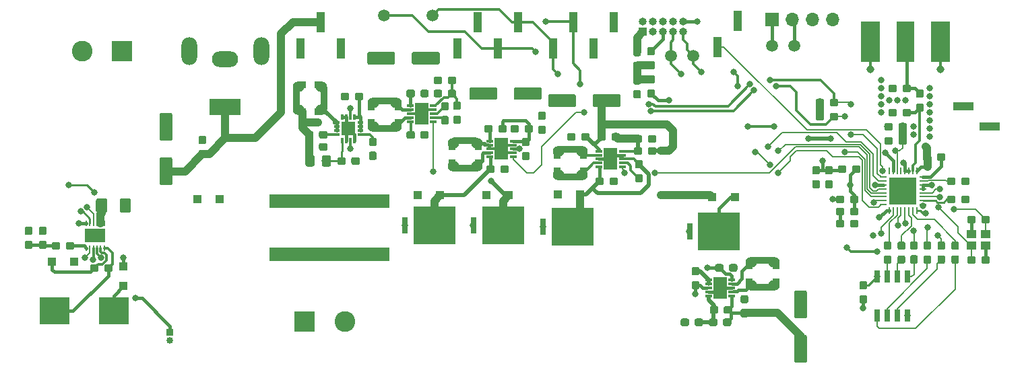
<source format=gbr>
%TF.GenerationSoftware,KiCad,Pcbnew,5.1.0-5.1.0*%
%TF.CreationDate,2019-03-18T21:11:32+01:00*%
%TF.ProjectId,motherboard,6d6f7468-6572-4626-9f61-72642e6b6963,rev?*%
%TF.SameCoordinates,Original*%
%TF.FileFunction,Copper,L1,Top*%
%TF.FilePolarity,Positive*%
%FSLAX46Y46*%
G04 Gerber Fmt 4.6, Leading zero omitted, Abs format (unit mm)*
G04 Created by KiCad (PCBNEW 5.1.0-5.1.0) date 2019-03-18 21:11:32*
%MOMM*%
%LPD*%
G04 APERTURE LIST*
%ADD10R,0.850000X0.280000*%
%ADD11R,0.280000X0.850000*%
%ADD12R,3.450000X3.450000*%
%ADD13C,0.200000*%
%ADD14C,1.500000*%
%ADD15C,0.100000*%
%ADD16C,0.950000*%
%ADD17C,1.600000*%
%ADD18C,1.425000*%
%ADD19R,1.100000X1.100000*%
%ADD20R,1.000000X1.000000*%
%ADD21R,5.330000X4.700000*%
%ADD22R,0.762000X2.030000*%
%ADD23R,2.600000X2.600000*%
%ADD24C,2.600000*%
%ADD25R,4.000000X2.000000*%
%ADD26O,3.300000X2.000000*%
%ADD27O,2.000000X3.500000*%
%ADD28R,1.700000X1.700000*%
%ADD29O,1.700000X1.700000*%
%ADD30R,2.290000X5.080000*%
%ADD31R,2.420000X5.080000*%
%ADD32C,0.970000*%
%ADD33R,0.460000X0.950000*%
%ADD34R,1.000000X2.510000*%
%ADD35O,1.000000X1.000000*%
%ADD36R,2.510000X1.000000*%
%ADD37R,0.850000X2.900000*%
%ADD38R,0.900000X0.950000*%
%ADD39C,1.400000*%
%ADD40R,3.700000X3.400000*%
%ADD41R,2.900000X0.850000*%
%ADD42R,0.950000X0.900000*%
%ADD43C,1.150000*%
%ADD44R,15.189200X1.701800*%
%ADD45R,0.850000X0.850000*%
%ADD46O,0.850000X0.850000*%
%ADD47R,0.300000X0.750000*%
%ADD48R,0.750000X0.300000*%
%ADD49R,1.750000X1.750000*%
%ADD50R,0.700000X1.600000*%
%ADD51R,0.250000X0.650000*%
%ADD52R,2.500000X1.700000*%
%ADD53R,1.750000X2.700000*%
%ADD54R,0.850000X0.300000*%
%ADD55R,1.150000X1.000000*%
%ADD56C,0.800000*%
%ADD57C,0.254000*%
%ADD58C,0.406400*%
%ADD59C,1.016000*%
%ADD60C,0.508000*%
%ADD61C,0.304800*%
%ADD62C,0.203200*%
G04 APERTURE END LIST*
D10*
X177655000Y-104294000D03*
D11*
X173430000Y-105019000D03*
D10*
X172705000Y-100794000D03*
D12*
X175180000Y-102544000D03*
D13*
X176180000Y-103544000D03*
X175180000Y-103544000D03*
X174180000Y-103544000D03*
X176180000Y-102544000D03*
X175180000Y-102544000D03*
X174180000Y-102544000D03*
X176180000Y-101544000D03*
X175180000Y-101544000D03*
X174180000Y-101544000D03*
D11*
X176930000Y-100069000D03*
X176430000Y-100069000D03*
X175930000Y-100069000D03*
X175430000Y-100069000D03*
X174930000Y-100069000D03*
X174430000Y-100069000D03*
X173930000Y-100069000D03*
X173430000Y-100069000D03*
D10*
X172705000Y-101294000D03*
X172705000Y-101794000D03*
X172705000Y-102294000D03*
X172705000Y-102794000D03*
X172705000Y-103294000D03*
X172705000Y-103794000D03*
X172705000Y-104294000D03*
D11*
X173930000Y-105019000D03*
X174430000Y-105019000D03*
X174930000Y-105019000D03*
X175430000Y-105019000D03*
X175930000Y-105019000D03*
X176430000Y-105019000D03*
X176930000Y-105019000D03*
D10*
X177655000Y-103794000D03*
X177655000Y-103294000D03*
X177655000Y-102794000D03*
X177655000Y-102294000D03*
X177655000Y-101794000D03*
X177655000Y-101294000D03*
X177655000Y-100794000D03*
D14*
X116078000Y-80518000D03*
X109982000Y-80518000D03*
D15*
G36*
X104926941Y-98311216D02*
G01*
X104949996Y-98314635D01*
X104972605Y-98320299D01*
X104994549Y-98328151D01*
X105015619Y-98338116D01*
X105035610Y-98350098D01*
X105054330Y-98363982D01*
X105071600Y-98379634D01*
X105087252Y-98396904D01*
X105101136Y-98415624D01*
X105113118Y-98435615D01*
X105123083Y-98456685D01*
X105130935Y-98478629D01*
X105136599Y-98501238D01*
X105140018Y-98524293D01*
X105141162Y-98547572D01*
X105141162Y-99022572D01*
X105140018Y-99045851D01*
X105136599Y-99068906D01*
X105130935Y-99091515D01*
X105123083Y-99113459D01*
X105113118Y-99134529D01*
X105101136Y-99154520D01*
X105087252Y-99173240D01*
X105071600Y-99190510D01*
X105054330Y-99206162D01*
X105035610Y-99220046D01*
X105015619Y-99232028D01*
X104994549Y-99241993D01*
X104972605Y-99249845D01*
X104949996Y-99255509D01*
X104926941Y-99258928D01*
X104903662Y-99260072D01*
X104328662Y-99260072D01*
X104305383Y-99258928D01*
X104282328Y-99255509D01*
X104259719Y-99249845D01*
X104237775Y-99241993D01*
X104216705Y-99232028D01*
X104196714Y-99220046D01*
X104177994Y-99206162D01*
X104160724Y-99190510D01*
X104145072Y-99173240D01*
X104131188Y-99154520D01*
X104119206Y-99134529D01*
X104109241Y-99113459D01*
X104101389Y-99091515D01*
X104095725Y-99068906D01*
X104092306Y-99045851D01*
X104091162Y-99022572D01*
X104091162Y-98547572D01*
X104092306Y-98524293D01*
X104095725Y-98501238D01*
X104101389Y-98478629D01*
X104109241Y-98456685D01*
X104119206Y-98435615D01*
X104131188Y-98415624D01*
X104145072Y-98396904D01*
X104160724Y-98379634D01*
X104177994Y-98363982D01*
X104196714Y-98350098D01*
X104216705Y-98338116D01*
X104237775Y-98328151D01*
X104259719Y-98320299D01*
X104282328Y-98314635D01*
X104305383Y-98311216D01*
X104328662Y-98310072D01*
X104903662Y-98310072D01*
X104926941Y-98311216D01*
X104926941Y-98311216D01*
G37*
D16*
X104616162Y-98785072D03*
D15*
G36*
X106676941Y-98311216D02*
G01*
X106699996Y-98314635D01*
X106722605Y-98320299D01*
X106744549Y-98328151D01*
X106765619Y-98338116D01*
X106785610Y-98350098D01*
X106804330Y-98363982D01*
X106821600Y-98379634D01*
X106837252Y-98396904D01*
X106851136Y-98415624D01*
X106863118Y-98435615D01*
X106873083Y-98456685D01*
X106880935Y-98478629D01*
X106886599Y-98501238D01*
X106890018Y-98524293D01*
X106891162Y-98547572D01*
X106891162Y-99022572D01*
X106890018Y-99045851D01*
X106886599Y-99068906D01*
X106880935Y-99091515D01*
X106873083Y-99113459D01*
X106863118Y-99134529D01*
X106851136Y-99154520D01*
X106837252Y-99173240D01*
X106821600Y-99190510D01*
X106804330Y-99206162D01*
X106785610Y-99220046D01*
X106765619Y-99232028D01*
X106744549Y-99241993D01*
X106722605Y-99249845D01*
X106699996Y-99255509D01*
X106676941Y-99258928D01*
X106653662Y-99260072D01*
X106078662Y-99260072D01*
X106055383Y-99258928D01*
X106032328Y-99255509D01*
X106009719Y-99249845D01*
X105987775Y-99241993D01*
X105966705Y-99232028D01*
X105946714Y-99220046D01*
X105927994Y-99206162D01*
X105910724Y-99190510D01*
X105895072Y-99173240D01*
X105881188Y-99154520D01*
X105869206Y-99134529D01*
X105859241Y-99113459D01*
X105851389Y-99091515D01*
X105845725Y-99068906D01*
X105842306Y-99045851D01*
X105841162Y-99022572D01*
X105841162Y-98547572D01*
X105842306Y-98524293D01*
X105845725Y-98501238D01*
X105851389Y-98478629D01*
X105859241Y-98456685D01*
X105869206Y-98435615D01*
X105881188Y-98415624D01*
X105895072Y-98396904D01*
X105910724Y-98379634D01*
X105927994Y-98363982D01*
X105946714Y-98350098D01*
X105966705Y-98338116D01*
X105987775Y-98328151D01*
X106009719Y-98320299D01*
X106032328Y-98314635D01*
X106055383Y-98311216D01*
X106078662Y-98310072D01*
X106653662Y-98310072D01*
X106676941Y-98311216D01*
X106676941Y-98311216D01*
G37*
D16*
X106366162Y-98785072D03*
D15*
G36*
X83124504Y-92733204D02*
G01*
X83148773Y-92736804D01*
X83172571Y-92742765D01*
X83195671Y-92751030D01*
X83217849Y-92761520D01*
X83238893Y-92774133D01*
X83258598Y-92788747D01*
X83276777Y-92805223D01*
X83293253Y-92823402D01*
X83307867Y-92843107D01*
X83320480Y-92864151D01*
X83330970Y-92886329D01*
X83339235Y-92909429D01*
X83345196Y-92933227D01*
X83348796Y-92957496D01*
X83350000Y-92982000D01*
X83350000Y-95982000D01*
X83348796Y-96006504D01*
X83345196Y-96030773D01*
X83339235Y-96054571D01*
X83330970Y-96077671D01*
X83320480Y-96099849D01*
X83307867Y-96120893D01*
X83293253Y-96140598D01*
X83276777Y-96158777D01*
X83258598Y-96175253D01*
X83238893Y-96189867D01*
X83217849Y-96202480D01*
X83195671Y-96212970D01*
X83172571Y-96221235D01*
X83148773Y-96227196D01*
X83124504Y-96230796D01*
X83100000Y-96232000D01*
X82000000Y-96232000D01*
X81975496Y-96230796D01*
X81951227Y-96227196D01*
X81927429Y-96221235D01*
X81904329Y-96212970D01*
X81882151Y-96202480D01*
X81861107Y-96189867D01*
X81841402Y-96175253D01*
X81823223Y-96158777D01*
X81806747Y-96140598D01*
X81792133Y-96120893D01*
X81779520Y-96099849D01*
X81769030Y-96077671D01*
X81760765Y-96054571D01*
X81754804Y-96030773D01*
X81751204Y-96006504D01*
X81750000Y-95982000D01*
X81750000Y-92982000D01*
X81751204Y-92957496D01*
X81754804Y-92933227D01*
X81760765Y-92909429D01*
X81769030Y-92886329D01*
X81779520Y-92864151D01*
X81792133Y-92843107D01*
X81806747Y-92823402D01*
X81823223Y-92805223D01*
X81841402Y-92788747D01*
X81861107Y-92774133D01*
X81882151Y-92761520D01*
X81904329Y-92751030D01*
X81927429Y-92742765D01*
X81951227Y-92736804D01*
X81975496Y-92733204D01*
X82000000Y-92732000D01*
X83100000Y-92732000D01*
X83124504Y-92733204D01*
X83124504Y-92733204D01*
G37*
D17*
X82550000Y-94482000D03*
D15*
G36*
X83124504Y-98333204D02*
G01*
X83148773Y-98336804D01*
X83172571Y-98342765D01*
X83195671Y-98351030D01*
X83217849Y-98361520D01*
X83238893Y-98374133D01*
X83258598Y-98388747D01*
X83276777Y-98405223D01*
X83293253Y-98423402D01*
X83307867Y-98443107D01*
X83320480Y-98464151D01*
X83330970Y-98486329D01*
X83339235Y-98509429D01*
X83345196Y-98533227D01*
X83348796Y-98557496D01*
X83350000Y-98582000D01*
X83350000Y-101582000D01*
X83348796Y-101606504D01*
X83345196Y-101630773D01*
X83339235Y-101654571D01*
X83330970Y-101677671D01*
X83320480Y-101699849D01*
X83307867Y-101720893D01*
X83293253Y-101740598D01*
X83276777Y-101758777D01*
X83258598Y-101775253D01*
X83238893Y-101789867D01*
X83217849Y-101802480D01*
X83195671Y-101812970D01*
X83172571Y-101821235D01*
X83148773Y-101827196D01*
X83124504Y-101830796D01*
X83100000Y-101832000D01*
X82000000Y-101832000D01*
X81975496Y-101830796D01*
X81951227Y-101827196D01*
X81927429Y-101821235D01*
X81904329Y-101812970D01*
X81882151Y-101802480D01*
X81861107Y-101789867D01*
X81841402Y-101775253D01*
X81823223Y-101758777D01*
X81806747Y-101740598D01*
X81792133Y-101720893D01*
X81779520Y-101699849D01*
X81769030Y-101677671D01*
X81760765Y-101654571D01*
X81754804Y-101630773D01*
X81751204Y-101606504D01*
X81750000Y-101582000D01*
X81750000Y-98582000D01*
X81751204Y-98557496D01*
X81754804Y-98533227D01*
X81760765Y-98509429D01*
X81769030Y-98486329D01*
X81779520Y-98464151D01*
X81792133Y-98443107D01*
X81806747Y-98423402D01*
X81823223Y-98405223D01*
X81841402Y-98388747D01*
X81861107Y-98374133D01*
X81882151Y-98361520D01*
X81904329Y-98351030D01*
X81927429Y-98342765D01*
X81951227Y-98336804D01*
X81975496Y-98333204D01*
X82000000Y-98332000D01*
X83100000Y-98332000D01*
X83124504Y-98333204D01*
X83124504Y-98333204D01*
G37*
D17*
X82550000Y-100082000D03*
D15*
G36*
X87382779Y-97379144D02*
G01*
X87405834Y-97382563D01*
X87428443Y-97388227D01*
X87450387Y-97396079D01*
X87471457Y-97406044D01*
X87491448Y-97418026D01*
X87510168Y-97431910D01*
X87527438Y-97447562D01*
X87543090Y-97464832D01*
X87556974Y-97483552D01*
X87568956Y-97503543D01*
X87578921Y-97524613D01*
X87586773Y-97546557D01*
X87592437Y-97569166D01*
X87595856Y-97592221D01*
X87597000Y-97615500D01*
X87597000Y-98190500D01*
X87595856Y-98213779D01*
X87592437Y-98236834D01*
X87586773Y-98259443D01*
X87578921Y-98281387D01*
X87568956Y-98302457D01*
X87556974Y-98322448D01*
X87543090Y-98341168D01*
X87527438Y-98358438D01*
X87510168Y-98374090D01*
X87491448Y-98387974D01*
X87471457Y-98399956D01*
X87450387Y-98409921D01*
X87428443Y-98417773D01*
X87405834Y-98423437D01*
X87382779Y-98426856D01*
X87359500Y-98428000D01*
X86884500Y-98428000D01*
X86861221Y-98426856D01*
X86838166Y-98423437D01*
X86815557Y-98417773D01*
X86793613Y-98409921D01*
X86772543Y-98399956D01*
X86752552Y-98387974D01*
X86733832Y-98374090D01*
X86716562Y-98358438D01*
X86700910Y-98341168D01*
X86687026Y-98322448D01*
X86675044Y-98302457D01*
X86665079Y-98281387D01*
X86657227Y-98259443D01*
X86651563Y-98236834D01*
X86648144Y-98213779D01*
X86647000Y-98190500D01*
X86647000Y-97615500D01*
X86648144Y-97592221D01*
X86651563Y-97569166D01*
X86657227Y-97546557D01*
X86665079Y-97524613D01*
X86675044Y-97503543D01*
X86687026Y-97483552D01*
X86700910Y-97464832D01*
X86716562Y-97447562D01*
X86733832Y-97431910D01*
X86752552Y-97418026D01*
X86772543Y-97406044D01*
X86793613Y-97396079D01*
X86815557Y-97388227D01*
X86838166Y-97382563D01*
X86861221Y-97379144D01*
X86884500Y-97378000D01*
X87359500Y-97378000D01*
X87382779Y-97379144D01*
X87382779Y-97379144D01*
G37*
D16*
X87122000Y-97903000D03*
D15*
G36*
X87382779Y-95629144D02*
G01*
X87405834Y-95632563D01*
X87428443Y-95638227D01*
X87450387Y-95646079D01*
X87471457Y-95656044D01*
X87491448Y-95668026D01*
X87510168Y-95681910D01*
X87527438Y-95697562D01*
X87543090Y-95714832D01*
X87556974Y-95733552D01*
X87568956Y-95753543D01*
X87578921Y-95774613D01*
X87586773Y-95796557D01*
X87592437Y-95819166D01*
X87595856Y-95842221D01*
X87597000Y-95865500D01*
X87597000Y-96440500D01*
X87595856Y-96463779D01*
X87592437Y-96486834D01*
X87586773Y-96509443D01*
X87578921Y-96531387D01*
X87568956Y-96552457D01*
X87556974Y-96572448D01*
X87543090Y-96591168D01*
X87527438Y-96608438D01*
X87510168Y-96624090D01*
X87491448Y-96637974D01*
X87471457Y-96649956D01*
X87450387Y-96659921D01*
X87428443Y-96667773D01*
X87405834Y-96673437D01*
X87382779Y-96676856D01*
X87359500Y-96678000D01*
X86884500Y-96678000D01*
X86861221Y-96676856D01*
X86838166Y-96673437D01*
X86815557Y-96667773D01*
X86793613Y-96659921D01*
X86772543Y-96649956D01*
X86752552Y-96637974D01*
X86733832Y-96624090D01*
X86716562Y-96608438D01*
X86700910Y-96591168D01*
X86687026Y-96572448D01*
X86675044Y-96552457D01*
X86665079Y-96531387D01*
X86657227Y-96509443D01*
X86651563Y-96486834D01*
X86648144Y-96463779D01*
X86647000Y-96440500D01*
X86647000Y-95865500D01*
X86648144Y-95842221D01*
X86651563Y-95819166D01*
X86657227Y-95796557D01*
X86665079Y-95774613D01*
X86675044Y-95753543D01*
X86687026Y-95733552D01*
X86700910Y-95714832D01*
X86716562Y-95697562D01*
X86733832Y-95681910D01*
X86752552Y-95668026D01*
X86772543Y-95656044D01*
X86793613Y-95646079D01*
X86815557Y-95638227D01*
X86838166Y-95632563D01*
X86861221Y-95629144D01*
X86884500Y-95628000D01*
X87359500Y-95628000D01*
X87382779Y-95629144D01*
X87382779Y-95629144D01*
G37*
D16*
X87122000Y-96153000D03*
D15*
G36*
X170440779Y-115667144D02*
G01*
X170463834Y-115670563D01*
X170486443Y-115676227D01*
X170508387Y-115684079D01*
X170529457Y-115694044D01*
X170549448Y-115706026D01*
X170568168Y-115719910D01*
X170585438Y-115735562D01*
X170601090Y-115752832D01*
X170614974Y-115771552D01*
X170626956Y-115791543D01*
X170636921Y-115812613D01*
X170644773Y-115834557D01*
X170650437Y-115857166D01*
X170653856Y-115880221D01*
X170655000Y-115903500D01*
X170655000Y-116478500D01*
X170653856Y-116501779D01*
X170650437Y-116524834D01*
X170644773Y-116547443D01*
X170636921Y-116569387D01*
X170626956Y-116590457D01*
X170614974Y-116610448D01*
X170601090Y-116629168D01*
X170585438Y-116646438D01*
X170568168Y-116662090D01*
X170549448Y-116675974D01*
X170529457Y-116687956D01*
X170508387Y-116697921D01*
X170486443Y-116705773D01*
X170463834Y-116711437D01*
X170440779Y-116714856D01*
X170417500Y-116716000D01*
X169942500Y-116716000D01*
X169919221Y-116714856D01*
X169896166Y-116711437D01*
X169873557Y-116705773D01*
X169851613Y-116697921D01*
X169830543Y-116687956D01*
X169810552Y-116675974D01*
X169791832Y-116662090D01*
X169774562Y-116646438D01*
X169758910Y-116629168D01*
X169745026Y-116610448D01*
X169733044Y-116590457D01*
X169723079Y-116569387D01*
X169715227Y-116547443D01*
X169709563Y-116524834D01*
X169706144Y-116501779D01*
X169705000Y-116478500D01*
X169705000Y-115903500D01*
X169706144Y-115880221D01*
X169709563Y-115857166D01*
X169715227Y-115834557D01*
X169723079Y-115812613D01*
X169733044Y-115791543D01*
X169745026Y-115771552D01*
X169758910Y-115752832D01*
X169774562Y-115735562D01*
X169791832Y-115719910D01*
X169810552Y-115706026D01*
X169830543Y-115694044D01*
X169851613Y-115684079D01*
X169873557Y-115676227D01*
X169896166Y-115670563D01*
X169919221Y-115667144D01*
X169942500Y-115666000D01*
X170417500Y-115666000D01*
X170440779Y-115667144D01*
X170440779Y-115667144D01*
G37*
D16*
X170180000Y-116191000D03*
D15*
G36*
X170440779Y-113917144D02*
G01*
X170463834Y-113920563D01*
X170486443Y-113926227D01*
X170508387Y-113934079D01*
X170529457Y-113944044D01*
X170549448Y-113956026D01*
X170568168Y-113969910D01*
X170585438Y-113985562D01*
X170601090Y-114002832D01*
X170614974Y-114021552D01*
X170626956Y-114041543D01*
X170636921Y-114062613D01*
X170644773Y-114084557D01*
X170650437Y-114107166D01*
X170653856Y-114130221D01*
X170655000Y-114153500D01*
X170655000Y-114728500D01*
X170653856Y-114751779D01*
X170650437Y-114774834D01*
X170644773Y-114797443D01*
X170636921Y-114819387D01*
X170626956Y-114840457D01*
X170614974Y-114860448D01*
X170601090Y-114879168D01*
X170585438Y-114896438D01*
X170568168Y-114912090D01*
X170549448Y-114925974D01*
X170529457Y-114937956D01*
X170508387Y-114947921D01*
X170486443Y-114955773D01*
X170463834Y-114961437D01*
X170440779Y-114964856D01*
X170417500Y-114966000D01*
X169942500Y-114966000D01*
X169919221Y-114964856D01*
X169896166Y-114961437D01*
X169873557Y-114955773D01*
X169851613Y-114947921D01*
X169830543Y-114937956D01*
X169810552Y-114925974D01*
X169791832Y-114912090D01*
X169774562Y-114896438D01*
X169758910Y-114879168D01*
X169745026Y-114860448D01*
X169733044Y-114840457D01*
X169723079Y-114819387D01*
X169715227Y-114797443D01*
X169709563Y-114774834D01*
X169706144Y-114751779D01*
X169705000Y-114728500D01*
X169705000Y-114153500D01*
X169706144Y-114130221D01*
X169709563Y-114107166D01*
X169715227Y-114084557D01*
X169723079Y-114062613D01*
X169733044Y-114041543D01*
X169745026Y-114021552D01*
X169758910Y-114002832D01*
X169774562Y-113985562D01*
X169791832Y-113969910D01*
X169810552Y-113956026D01*
X169830543Y-113944044D01*
X169851613Y-113934079D01*
X169873557Y-113926227D01*
X169896166Y-113920563D01*
X169919221Y-113917144D01*
X169942500Y-113916000D01*
X170417500Y-113916000D01*
X170440779Y-113917144D01*
X170440779Y-113917144D01*
G37*
D16*
X170180000Y-114441000D03*
D15*
G36*
X105353779Y-90204144D02*
G01*
X105376834Y-90207563D01*
X105399443Y-90213227D01*
X105421387Y-90221079D01*
X105442457Y-90231044D01*
X105462448Y-90243026D01*
X105481168Y-90256910D01*
X105498438Y-90272562D01*
X105514090Y-90289832D01*
X105527974Y-90308552D01*
X105539956Y-90328543D01*
X105549921Y-90349613D01*
X105557773Y-90371557D01*
X105563437Y-90394166D01*
X105566856Y-90417221D01*
X105568000Y-90440500D01*
X105568000Y-90915500D01*
X105566856Y-90938779D01*
X105563437Y-90961834D01*
X105557773Y-90984443D01*
X105549921Y-91006387D01*
X105539956Y-91027457D01*
X105527974Y-91047448D01*
X105514090Y-91066168D01*
X105498438Y-91083438D01*
X105481168Y-91099090D01*
X105462448Y-91112974D01*
X105442457Y-91124956D01*
X105421387Y-91134921D01*
X105399443Y-91142773D01*
X105376834Y-91148437D01*
X105353779Y-91151856D01*
X105330500Y-91153000D01*
X104755500Y-91153000D01*
X104732221Y-91151856D01*
X104709166Y-91148437D01*
X104686557Y-91142773D01*
X104664613Y-91134921D01*
X104643543Y-91124956D01*
X104623552Y-91112974D01*
X104604832Y-91099090D01*
X104587562Y-91083438D01*
X104571910Y-91066168D01*
X104558026Y-91047448D01*
X104546044Y-91027457D01*
X104536079Y-91006387D01*
X104528227Y-90984443D01*
X104522563Y-90961834D01*
X104519144Y-90938779D01*
X104518000Y-90915500D01*
X104518000Y-90440500D01*
X104519144Y-90417221D01*
X104522563Y-90394166D01*
X104528227Y-90371557D01*
X104536079Y-90349613D01*
X104546044Y-90328543D01*
X104558026Y-90308552D01*
X104571910Y-90289832D01*
X104587562Y-90272562D01*
X104604832Y-90256910D01*
X104623552Y-90243026D01*
X104643543Y-90231044D01*
X104664613Y-90221079D01*
X104686557Y-90213227D01*
X104709166Y-90207563D01*
X104732221Y-90204144D01*
X104755500Y-90203000D01*
X105330500Y-90203000D01*
X105353779Y-90204144D01*
X105353779Y-90204144D01*
G37*
D16*
X105043000Y-90678000D03*
D15*
G36*
X107103779Y-90204144D02*
G01*
X107126834Y-90207563D01*
X107149443Y-90213227D01*
X107171387Y-90221079D01*
X107192457Y-90231044D01*
X107212448Y-90243026D01*
X107231168Y-90256910D01*
X107248438Y-90272562D01*
X107264090Y-90289832D01*
X107277974Y-90308552D01*
X107289956Y-90328543D01*
X107299921Y-90349613D01*
X107307773Y-90371557D01*
X107313437Y-90394166D01*
X107316856Y-90417221D01*
X107318000Y-90440500D01*
X107318000Y-90915500D01*
X107316856Y-90938779D01*
X107313437Y-90961834D01*
X107307773Y-90984443D01*
X107299921Y-91006387D01*
X107289956Y-91027457D01*
X107277974Y-91047448D01*
X107264090Y-91066168D01*
X107248438Y-91083438D01*
X107231168Y-91099090D01*
X107212448Y-91112974D01*
X107192457Y-91124956D01*
X107171387Y-91134921D01*
X107149443Y-91142773D01*
X107126834Y-91148437D01*
X107103779Y-91151856D01*
X107080500Y-91153000D01*
X106505500Y-91153000D01*
X106482221Y-91151856D01*
X106459166Y-91148437D01*
X106436557Y-91142773D01*
X106414613Y-91134921D01*
X106393543Y-91124956D01*
X106373552Y-91112974D01*
X106354832Y-91099090D01*
X106337562Y-91083438D01*
X106321910Y-91066168D01*
X106308026Y-91047448D01*
X106296044Y-91027457D01*
X106286079Y-91006387D01*
X106278227Y-90984443D01*
X106272563Y-90961834D01*
X106269144Y-90938779D01*
X106268000Y-90915500D01*
X106268000Y-90440500D01*
X106269144Y-90417221D01*
X106272563Y-90394166D01*
X106278227Y-90371557D01*
X106286079Y-90349613D01*
X106296044Y-90328543D01*
X106308026Y-90308552D01*
X106321910Y-90289832D01*
X106337562Y-90272562D01*
X106354832Y-90256910D01*
X106373552Y-90243026D01*
X106393543Y-90231044D01*
X106414613Y-90221079D01*
X106436557Y-90213227D01*
X106459166Y-90207563D01*
X106482221Y-90204144D01*
X106505500Y-90203000D01*
X107080500Y-90203000D01*
X107103779Y-90204144D01*
X107103779Y-90204144D01*
G37*
D16*
X106793000Y-90678000D03*
D15*
G36*
X164503780Y-99439144D02*
G01*
X164526835Y-99442563D01*
X164549444Y-99448227D01*
X164571388Y-99456079D01*
X164592458Y-99466044D01*
X164612449Y-99478026D01*
X164631169Y-99491910D01*
X164648439Y-99507562D01*
X164664091Y-99524832D01*
X164677975Y-99543552D01*
X164689957Y-99563543D01*
X164699922Y-99584613D01*
X164707774Y-99606557D01*
X164713438Y-99629166D01*
X164716857Y-99652221D01*
X164718001Y-99675500D01*
X164718001Y-100250500D01*
X164716857Y-100273779D01*
X164713438Y-100296834D01*
X164707774Y-100319443D01*
X164699922Y-100341387D01*
X164689957Y-100362457D01*
X164677975Y-100382448D01*
X164664091Y-100401168D01*
X164648439Y-100418438D01*
X164631169Y-100434090D01*
X164612449Y-100447974D01*
X164592458Y-100459956D01*
X164571388Y-100469921D01*
X164549444Y-100477773D01*
X164526835Y-100483437D01*
X164503780Y-100486856D01*
X164480501Y-100488000D01*
X164005501Y-100488000D01*
X163982222Y-100486856D01*
X163959167Y-100483437D01*
X163936558Y-100477773D01*
X163914614Y-100469921D01*
X163893544Y-100459956D01*
X163873553Y-100447974D01*
X163854833Y-100434090D01*
X163837563Y-100418438D01*
X163821911Y-100401168D01*
X163808027Y-100382448D01*
X163796045Y-100362457D01*
X163786080Y-100341387D01*
X163778228Y-100319443D01*
X163772564Y-100296834D01*
X163769145Y-100273779D01*
X163768001Y-100250500D01*
X163768001Y-99675500D01*
X163769145Y-99652221D01*
X163772564Y-99629166D01*
X163778228Y-99606557D01*
X163786080Y-99584613D01*
X163796045Y-99563543D01*
X163808027Y-99543552D01*
X163821911Y-99524832D01*
X163837563Y-99507562D01*
X163854833Y-99491910D01*
X163873553Y-99478026D01*
X163893544Y-99466044D01*
X163914614Y-99456079D01*
X163936558Y-99448227D01*
X163959167Y-99442563D01*
X163982222Y-99439144D01*
X164005501Y-99438000D01*
X164480501Y-99438000D01*
X164503780Y-99439144D01*
X164503780Y-99439144D01*
G37*
D16*
X164243001Y-99963000D03*
D15*
G36*
X164503780Y-101189144D02*
G01*
X164526835Y-101192563D01*
X164549444Y-101198227D01*
X164571388Y-101206079D01*
X164592458Y-101216044D01*
X164612449Y-101228026D01*
X164631169Y-101241910D01*
X164648439Y-101257562D01*
X164664091Y-101274832D01*
X164677975Y-101293552D01*
X164689957Y-101313543D01*
X164699922Y-101334613D01*
X164707774Y-101356557D01*
X164713438Y-101379166D01*
X164716857Y-101402221D01*
X164718001Y-101425500D01*
X164718001Y-102000500D01*
X164716857Y-102023779D01*
X164713438Y-102046834D01*
X164707774Y-102069443D01*
X164699922Y-102091387D01*
X164689957Y-102112457D01*
X164677975Y-102132448D01*
X164664091Y-102151168D01*
X164648439Y-102168438D01*
X164631169Y-102184090D01*
X164612449Y-102197974D01*
X164592458Y-102209956D01*
X164571388Y-102219921D01*
X164549444Y-102227773D01*
X164526835Y-102233437D01*
X164503780Y-102236856D01*
X164480501Y-102238000D01*
X164005501Y-102238000D01*
X163982222Y-102236856D01*
X163959167Y-102233437D01*
X163936558Y-102227773D01*
X163914614Y-102219921D01*
X163893544Y-102209956D01*
X163873553Y-102197974D01*
X163854833Y-102184090D01*
X163837563Y-102168438D01*
X163821911Y-102151168D01*
X163808027Y-102132448D01*
X163796045Y-102112457D01*
X163786080Y-102091387D01*
X163778228Y-102069443D01*
X163772564Y-102046834D01*
X163769145Y-102023779D01*
X163768001Y-102000500D01*
X163768001Y-101425500D01*
X163769145Y-101402221D01*
X163772564Y-101379166D01*
X163778228Y-101356557D01*
X163786080Y-101334613D01*
X163796045Y-101313543D01*
X163808027Y-101293552D01*
X163821911Y-101274832D01*
X163837563Y-101257562D01*
X163854833Y-101241910D01*
X163873553Y-101228026D01*
X163893544Y-101216044D01*
X163914614Y-101206079D01*
X163936558Y-101198227D01*
X163959167Y-101192563D01*
X163982222Y-101189144D01*
X164005501Y-101188000D01*
X164480501Y-101188000D01*
X164503780Y-101189144D01*
X164503780Y-101189144D01*
G37*
D16*
X164243001Y-101713000D03*
D15*
G36*
X166122779Y-101189144D02*
G01*
X166145834Y-101192563D01*
X166168443Y-101198227D01*
X166190387Y-101206079D01*
X166211457Y-101216044D01*
X166231448Y-101228026D01*
X166250168Y-101241910D01*
X166267438Y-101257562D01*
X166283090Y-101274832D01*
X166296974Y-101293552D01*
X166308956Y-101313543D01*
X166318921Y-101334613D01*
X166326773Y-101356557D01*
X166332437Y-101379166D01*
X166335856Y-101402221D01*
X166337000Y-101425500D01*
X166337000Y-102000500D01*
X166335856Y-102023779D01*
X166332437Y-102046834D01*
X166326773Y-102069443D01*
X166318921Y-102091387D01*
X166308956Y-102112457D01*
X166296974Y-102132448D01*
X166283090Y-102151168D01*
X166267438Y-102168438D01*
X166250168Y-102184090D01*
X166231448Y-102197974D01*
X166211457Y-102209956D01*
X166190387Y-102219921D01*
X166168443Y-102227773D01*
X166145834Y-102233437D01*
X166122779Y-102236856D01*
X166099500Y-102238000D01*
X165624500Y-102238000D01*
X165601221Y-102236856D01*
X165578166Y-102233437D01*
X165555557Y-102227773D01*
X165533613Y-102219921D01*
X165512543Y-102209956D01*
X165492552Y-102197974D01*
X165473832Y-102184090D01*
X165456562Y-102168438D01*
X165440910Y-102151168D01*
X165427026Y-102132448D01*
X165415044Y-102112457D01*
X165405079Y-102091387D01*
X165397227Y-102069443D01*
X165391563Y-102046834D01*
X165388144Y-102023779D01*
X165387000Y-102000500D01*
X165387000Y-101425500D01*
X165388144Y-101402221D01*
X165391563Y-101379166D01*
X165397227Y-101356557D01*
X165405079Y-101334613D01*
X165415044Y-101313543D01*
X165427026Y-101293552D01*
X165440910Y-101274832D01*
X165456562Y-101257562D01*
X165473832Y-101241910D01*
X165492552Y-101228026D01*
X165512543Y-101216044D01*
X165533613Y-101206079D01*
X165555557Y-101198227D01*
X165578166Y-101192563D01*
X165601221Y-101189144D01*
X165624500Y-101188000D01*
X166099500Y-101188000D01*
X166122779Y-101189144D01*
X166122779Y-101189144D01*
G37*
D16*
X165862000Y-101713000D03*
D15*
G36*
X166122779Y-99439144D02*
G01*
X166145834Y-99442563D01*
X166168443Y-99448227D01*
X166190387Y-99456079D01*
X166211457Y-99466044D01*
X166231448Y-99478026D01*
X166250168Y-99491910D01*
X166267438Y-99507562D01*
X166283090Y-99524832D01*
X166296974Y-99543552D01*
X166308956Y-99563543D01*
X166318921Y-99584613D01*
X166326773Y-99606557D01*
X166332437Y-99629166D01*
X166335856Y-99652221D01*
X166337000Y-99675500D01*
X166337000Y-100250500D01*
X166335856Y-100273779D01*
X166332437Y-100296834D01*
X166326773Y-100319443D01*
X166318921Y-100341387D01*
X166308956Y-100362457D01*
X166296974Y-100382448D01*
X166283090Y-100401168D01*
X166267438Y-100418438D01*
X166250168Y-100434090D01*
X166231448Y-100447974D01*
X166211457Y-100459956D01*
X166190387Y-100469921D01*
X166168443Y-100477773D01*
X166145834Y-100483437D01*
X166122779Y-100486856D01*
X166099500Y-100488000D01*
X165624500Y-100488000D01*
X165601221Y-100486856D01*
X165578166Y-100483437D01*
X165555557Y-100477773D01*
X165533613Y-100469921D01*
X165512543Y-100459956D01*
X165492552Y-100447974D01*
X165473832Y-100434090D01*
X165456562Y-100418438D01*
X165440910Y-100401168D01*
X165427026Y-100382448D01*
X165415044Y-100362457D01*
X165405079Y-100341387D01*
X165397227Y-100319443D01*
X165391563Y-100296834D01*
X165388144Y-100273779D01*
X165387000Y-100250500D01*
X165387000Y-99675500D01*
X165388144Y-99652221D01*
X165391563Y-99629166D01*
X165397227Y-99606557D01*
X165405079Y-99584613D01*
X165415044Y-99563543D01*
X165427026Y-99543552D01*
X165440910Y-99524832D01*
X165456562Y-99507562D01*
X165473832Y-99491910D01*
X165492552Y-99478026D01*
X165512543Y-99466044D01*
X165533613Y-99456079D01*
X165555557Y-99448227D01*
X165578166Y-99442563D01*
X165601221Y-99439144D01*
X165624500Y-99438000D01*
X166099500Y-99438000D01*
X166122779Y-99439144D01*
X166122779Y-99439144D01*
G37*
D16*
X165862000Y-99963000D03*
D15*
G36*
X102612941Y-96533216D02*
G01*
X102635996Y-96536635D01*
X102658605Y-96542299D01*
X102680549Y-96550151D01*
X102701619Y-96560116D01*
X102721610Y-96572098D01*
X102740330Y-96585982D01*
X102757600Y-96601634D01*
X102773252Y-96618904D01*
X102787136Y-96637624D01*
X102799118Y-96657615D01*
X102809083Y-96678685D01*
X102816935Y-96700629D01*
X102822599Y-96723238D01*
X102826018Y-96746293D01*
X102827162Y-96769572D01*
X102827162Y-97244572D01*
X102826018Y-97267851D01*
X102822599Y-97290906D01*
X102816935Y-97313515D01*
X102809083Y-97335459D01*
X102799118Y-97356529D01*
X102787136Y-97376520D01*
X102773252Y-97395240D01*
X102757600Y-97412510D01*
X102740330Y-97428162D01*
X102721610Y-97442046D01*
X102701619Y-97454028D01*
X102680549Y-97463993D01*
X102658605Y-97471845D01*
X102635996Y-97477509D01*
X102612941Y-97480928D01*
X102589662Y-97482072D01*
X102014662Y-97482072D01*
X101991383Y-97480928D01*
X101968328Y-97477509D01*
X101945719Y-97471845D01*
X101923775Y-97463993D01*
X101902705Y-97454028D01*
X101882714Y-97442046D01*
X101863994Y-97428162D01*
X101846724Y-97412510D01*
X101831072Y-97395240D01*
X101817188Y-97376520D01*
X101805206Y-97356529D01*
X101795241Y-97335459D01*
X101787389Y-97313515D01*
X101781725Y-97290906D01*
X101778306Y-97267851D01*
X101777162Y-97244572D01*
X101777162Y-96769572D01*
X101778306Y-96746293D01*
X101781725Y-96723238D01*
X101787389Y-96700629D01*
X101795241Y-96678685D01*
X101805206Y-96657615D01*
X101817188Y-96637624D01*
X101831072Y-96618904D01*
X101846724Y-96601634D01*
X101863994Y-96585982D01*
X101882714Y-96572098D01*
X101902705Y-96560116D01*
X101923775Y-96550151D01*
X101945719Y-96542299D01*
X101968328Y-96536635D01*
X101991383Y-96533216D01*
X102014662Y-96532072D01*
X102589662Y-96532072D01*
X102612941Y-96533216D01*
X102612941Y-96533216D01*
G37*
D16*
X102302162Y-97007072D03*
D15*
G36*
X100862941Y-96533216D02*
G01*
X100885996Y-96536635D01*
X100908605Y-96542299D01*
X100930549Y-96550151D01*
X100951619Y-96560116D01*
X100971610Y-96572098D01*
X100990330Y-96585982D01*
X101007600Y-96601634D01*
X101023252Y-96618904D01*
X101037136Y-96637624D01*
X101049118Y-96657615D01*
X101059083Y-96678685D01*
X101066935Y-96700629D01*
X101072599Y-96723238D01*
X101076018Y-96746293D01*
X101077162Y-96769572D01*
X101077162Y-97244572D01*
X101076018Y-97267851D01*
X101072599Y-97290906D01*
X101066935Y-97313515D01*
X101059083Y-97335459D01*
X101049118Y-97356529D01*
X101037136Y-97376520D01*
X101023252Y-97395240D01*
X101007600Y-97412510D01*
X100990330Y-97428162D01*
X100971610Y-97442046D01*
X100951619Y-97454028D01*
X100930549Y-97463993D01*
X100908605Y-97471845D01*
X100885996Y-97477509D01*
X100862941Y-97480928D01*
X100839662Y-97482072D01*
X100264662Y-97482072D01*
X100241383Y-97480928D01*
X100218328Y-97477509D01*
X100195719Y-97471845D01*
X100173775Y-97463993D01*
X100152705Y-97454028D01*
X100132714Y-97442046D01*
X100113994Y-97428162D01*
X100096724Y-97412510D01*
X100081072Y-97395240D01*
X100067188Y-97376520D01*
X100055206Y-97356529D01*
X100045241Y-97335459D01*
X100037389Y-97313515D01*
X100031725Y-97290906D01*
X100028306Y-97267851D01*
X100027162Y-97244572D01*
X100027162Y-96769572D01*
X100028306Y-96746293D01*
X100031725Y-96723238D01*
X100037389Y-96700629D01*
X100045241Y-96678685D01*
X100055206Y-96657615D01*
X100067188Y-96637624D01*
X100081072Y-96618904D01*
X100096724Y-96601634D01*
X100113994Y-96585982D01*
X100132714Y-96572098D01*
X100152705Y-96560116D01*
X100173775Y-96550151D01*
X100195719Y-96542299D01*
X100218328Y-96536635D01*
X100241383Y-96533216D01*
X100264662Y-96532072D01*
X100839662Y-96532072D01*
X100862941Y-96533216D01*
X100862941Y-96533216D01*
G37*
D16*
X100552162Y-97007072D03*
D15*
G36*
X108799941Y-95862216D02*
G01*
X108822996Y-95865635D01*
X108845605Y-95871299D01*
X108867549Y-95879151D01*
X108888619Y-95889116D01*
X108908610Y-95901098D01*
X108927330Y-95914982D01*
X108944600Y-95930634D01*
X108960252Y-95947904D01*
X108974136Y-95966624D01*
X108986118Y-95986615D01*
X108996083Y-96007685D01*
X109003935Y-96029629D01*
X109009599Y-96052238D01*
X109013018Y-96075293D01*
X109014162Y-96098572D01*
X109014162Y-96673572D01*
X109013018Y-96696851D01*
X109009599Y-96719906D01*
X109003935Y-96742515D01*
X108996083Y-96764459D01*
X108986118Y-96785529D01*
X108974136Y-96805520D01*
X108960252Y-96824240D01*
X108944600Y-96841510D01*
X108927330Y-96857162D01*
X108908610Y-96871046D01*
X108888619Y-96883028D01*
X108867549Y-96892993D01*
X108845605Y-96900845D01*
X108822996Y-96906509D01*
X108799941Y-96909928D01*
X108776662Y-96911072D01*
X108301662Y-96911072D01*
X108278383Y-96909928D01*
X108255328Y-96906509D01*
X108232719Y-96900845D01*
X108210775Y-96892993D01*
X108189705Y-96883028D01*
X108169714Y-96871046D01*
X108150994Y-96857162D01*
X108133724Y-96841510D01*
X108118072Y-96824240D01*
X108104188Y-96805520D01*
X108092206Y-96785529D01*
X108082241Y-96764459D01*
X108074389Y-96742515D01*
X108068725Y-96719906D01*
X108065306Y-96696851D01*
X108064162Y-96673572D01*
X108064162Y-96098572D01*
X108065306Y-96075293D01*
X108068725Y-96052238D01*
X108074389Y-96029629D01*
X108082241Y-96007685D01*
X108092206Y-95986615D01*
X108104188Y-95966624D01*
X108118072Y-95947904D01*
X108133724Y-95930634D01*
X108150994Y-95914982D01*
X108169714Y-95901098D01*
X108189705Y-95889116D01*
X108210775Y-95879151D01*
X108232719Y-95871299D01*
X108255328Y-95865635D01*
X108278383Y-95862216D01*
X108301662Y-95861072D01*
X108776662Y-95861072D01*
X108799941Y-95862216D01*
X108799941Y-95862216D01*
G37*
D16*
X108539162Y-96386072D03*
D15*
G36*
X108799941Y-97612216D02*
G01*
X108822996Y-97615635D01*
X108845605Y-97621299D01*
X108867549Y-97629151D01*
X108888619Y-97639116D01*
X108908610Y-97651098D01*
X108927330Y-97664982D01*
X108944600Y-97680634D01*
X108960252Y-97697904D01*
X108974136Y-97716624D01*
X108986118Y-97736615D01*
X108996083Y-97757685D01*
X109003935Y-97779629D01*
X109009599Y-97802238D01*
X109013018Y-97825293D01*
X109014162Y-97848572D01*
X109014162Y-98423572D01*
X109013018Y-98446851D01*
X109009599Y-98469906D01*
X109003935Y-98492515D01*
X108996083Y-98514459D01*
X108986118Y-98535529D01*
X108974136Y-98555520D01*
X108960252Y-98574240D01*
X108944600Y-98591510D01*
X108927330Y-98607162D01*
X108908610Y-98621046D01*
X108888619Y-98633028D01*
X108867549Y-98642993D01*
X108845605Y-98650845D01*
X108822996Y-98656509D01*
X108799941Y-98659928D01*
X108776662Y-98661072D01*
X108301662Y-98661072D01*
X108278383Y-98659928D01*
X108255328Y-98656509D01*
X108232719Y-98650845D01*
X108210775Y-98642993D01*
X108189705Y-98633028D01*
X108169714Y-98621046D01*
X108150994Y-98607162D01*
X108133724Y-98591510D01*
X108118072Y-98574240D01*
X108104188Y-98555520D01*
X108092206Y-98535529D01*
X108082241Y-98514459D01*
X108074389Y-98492515D01*
X108068725Y-98469906D01*
X108065306Y-98446851D01*
X108064162Y-98423572D01*
X108064162Y-97848572D01*
X108065306Y-97825293D01*
X108068725Y-97802238D01*
X108074389Y-97779629D01*
X108082241Y-97757685D01*
X108092206Y-97736615D01*
X108104188Y-97716624D01*
X108118072Y-97697904D01*
X108133724Y-97680634D01*
X108150994Y-97664982D01*
X108169714Y-97651098D01*
X108189705Y-97639116D01*
X108210775Y-97629151D01*
X108232719Y-97621299D01*
X108255328Y-97615635D01*
X108278383Y-97612216D01*
X108301662Y-97611072D01*
X108776662Y-97611072D01*
X108799941Y-97612216D01*
X108799941Y-97612216D01*
G37*
D16*
X108539162Y-98136072D03*
D15*
G36*
X167583779Y-103158144D02*
G01*
X167606834Y-103161563D01*
X167629443Y-103167227D01*
X167651387Y-103175079D01*
X167672457Y-103185044D01*
X167692448Y-103197026D01*
X167711168Y-103210910D01*
X167728438Y-103226562D01*
X167744090Y-103243832D01*
X167757974Y-103262552D01*
X167769956Y-103282543D01*
X167779921Y-103303613D01*
X167787773Y-103325557D01*
X167793437Y-103348166D01*
X167796856Y-103371221D01*
X167798000Y-103394500D01*
X167798000Y-103869500D01*
X167796856Y-103892779D01*
X167793437Y-103915834D01*
X167787773Y-103938443D01*
X167779921Y-103960387D01*
X167769956Y-103981457D01*
X167757974Y-104001448D01*
X167744090Y-104020168D01*
X167728438Y-104037438D01*
X167711168Y-104053090D01*
X167692448Y-104066974D01*
X167672457Y-104078956D01*
X167651387Y-104088921D01*
X167629443Y-104096773D01*
X167606834Y-104102437D01*
X167583779Y-104105856D01*
X167560500Y-104107000D01*
X166985500Y-104107000D01*
X166962221Y-104105856D01*
X166939166Y-104102437D01*
X166916557Y-104096773D01*
X166894613Y-104088921D01*
X166873543Y-104078956D01*
X166853552Y-104066974D01*
X166834832Y-104053090D01*
X166817562Y-104037438D01*
X166801910Y-104020168D01*
X166788026Y-104001448D01*
X166776044Y-103981457D01*
X166766079Y-103960387D01*
X166758227Y-103938443D01*
X166752563Y-103915834D01*
X166749144Y-103892779D01*
X166748000Y-103869500D01*
X166748000Y-103394500D01*
X166749144Y-103371221D01*
X166752563Y-103348166D01*
X166758227Y-103325557D01*
X166766079Y-103303613D01*
X166776044Y-103282543D01*
X166788026Y-103262552D01*
X166801910Y-103243832D01*
X166817562Y-103226562D01*
X166834832Y-103210910D01*
X166853552Y-103197026D01*
X166873543Y-103185044D01*
X166894613Y-103175079D01*
X166916557Y-103167227D01*
X166939166Y-103161563D01*
X166962221Y-103158144D01*
X166985500Y-103157000D01*
X167560500Y-103157000D01*
X167583779Y-103158144D01*
X167583779Y-103158144D01*
G37*
D16*
X167273000Y-103632000D03*
D15*
G36*
X169333779Y-103158144D02*
G01*
X169356834Y-103161563D01*
X169379443Y-103167227D01*
X169401387Y-103175079D01*
X169422457Y-103185044D01*
X169442448Y-103197026D01*
X169461168Y-103210910D01*
X169478438Y-103226562D01*
X169494090Y-103243832D01*
X169507974Y-103262552D01*
X169519956Y-103282543D01*
X169529921Y-103303613D01*
X169537773Y-103325557D01*
X169543437Y-103348166D01*
X169546856Y-103371221D01*
X169548000Y-103394500D01*
X169548000Y-103869500D01*
X169546856Y-103892779D01*
X169543437Y-103915834D01*
X169537773Y-103938443D01*
X169529921Y-103960387D01*
X169519956Y-103981457D01*
X169507974Y-104001448D01*
X169494090Y-104020168D01*
X169478438Y-104037438D01*
X169461168Y-104053090D01*
X169442448Y-104066974D01*
X169422457Y-104078956D01*
X169401387Y-104088921D01*
X169379443Y-104096773D01*
X169356834Y-104102437D01*
X169333779Y-104105856D01*
X169310500Y-104107000D01*
X168735500Y-104107000D01*
X168712221Y-104105856D01*
X168689166Y-104102437D01*
X168666557Y-104096773D01*
X168644613Y-104088921D01*
X168623543Y-104078956D01*
X168603552Y-104066974D01*
X168584832Y-104053090D01*
X168567562Y-104037438D01*
X168551910Y-104020168D01*
X168538026Y-104001448D01*
X168526044Y-103981457D01*
X168516079Y-103960387D01*
X168508227Y-103938443D01*
X168502563Y-103915834D01*
X168499144Y-103892779D01*
X168498000Y-103869500D01*
X168498000Y-103394500D01*
X168499144Y-103371221D01*
X168502563Y-103348166D01*
X168508227Y-103325557D01*
X168516079Y-103303613D01*
X168526044Y-103282543D01*
X168538026Y-103262552D01*
X168551910Y-103243832D01*
X168567562Y-103226562D01*
X168584832Y-103210910D01*
X168603552Y-103197026D01*
X168623543Y-103185044D01*
X168644613Y-103175079D01*
X168666557Y-103167227D01*
X168689166Y-103161563D01*
X168712221Y-103158144D01*
X168735500Y-103157000D01*
X169310500Y-103157000D01*
X169333779Y-103158144D01*
X169333779Y-103158144D01*
G37*
D16*
X169023000Y-103632000D03*
D15*
G36*
X74945504Y-103520204D02*
G01*
X74969773Y-103523804D01*
X74993571Y-103529765D01*
X75016671Y-103538030D01*
X75038849Y-103548520D01*
X75059893Y-103561133D01*
X75079598Y-103575747D01*
X75097777Y-103592223D01*
X75114253Y-103610402D01*
X75128867Y-103630107D01*
X75141480Y-103651151D01*
X75151970Y-103673329D01*
X75160235Y-103696429D01*
X75166196Y-103720227D01*
X75169796Y-103744496D01*
X75171000Y-103769000D01*
X75171000Y-105019000D01*
X75169796Y-105043504D01*
X75166196Y-105067773D01*
X75160235Y-105091571D01*
X75151970Y-105114671D01*
X75141480Y-105136849D01*
X75128867Y-105157893D01*
X75114253Y-105177598D01*
X75097777Y-105195777D01*
X75079598Y-105212253D01*
X75059893Y-105226867D01*
X75038849Y-105239480D01*
X75016671Y-105249970D01*
X74993571Y-105258235D01*
X74969773Y-105264196D01*
X74945504Y-105267796D01*
X74921000Y-105269000D01*
X73996000Y-105269000D01*
X73971496Y-105267796D01*
X73947227Y-105264196D01*
X73923429Y-105258235D01*
X73900329Y-105249970D01*
X73878151Y-105239480D01*
X73857107Y-105226867D01*
X73837402Y-105212253D01*
X73819223Y-105195777D01*
X73802747Y-105177598D01*
X73788133Y-105157893D01*
X73775520Y-105136849D01*
X73765030Y-105114671D01*
X73756765Y-105091571D01*
X73750804Y-105067773D01*
X73747204Y-105043504D01*
X73746000Y-105019000D01*
X73746000Y-103769000D01*
X73747204Y-103744496D01*
X73750804Y-103720227D01*
X73756765Y-103696429D01*
X73765030Y-103673329D01*
X73775520Y-103651151D01*
X73788133Y-103630107D01*
X73802747Y-103610402D01*
X73819223Y-103592223D01*
X73837402Y-103575747D01*
X73857107Y-103561133D01*
X73878151Y-103548520D01*
X73900329Y-103538030D01*
X73923429Y-103529765D01*
X73947227Y-103523804D01*
X73971496Y-103520204D01*
X73996000Y-103519000D01*
X74921000Y-103519000D01*
X74945504Y-103520204D01*
X74945504Y-103520204D01*
G37*
D18*
X74458500Y-104394000D03*
D15*
G36*
X77920504Y-103520204D02*
G01*
X77944773Y-103523804D01*
X77968571Y-103529765D01*
X77991671Y-103538030D01*
X78013849Y-103548520D01*
X78034893Y-103561133D01*
X78054598Y-103575747D01*
X78072777Y-103592223D01*
X78089253Y-103610402D01*
X78103867Y-103630107D01*
X78116480Y-103651151D01*
X78126970Y-103673329D01*
X78135235Y-103696429D01*
X78141196Y-103720227D01*
X78144796Y-103744496D01*
X78146000Y-103769000D01*
X78146000Y-105019000D01*
X78144796Y-105043504D01*
X78141196Y-105067773D01*
X78135235Y-105091571D01*
X78126970Y-105114671D01*
X78116480Y-105136849D01*
X78103867Y-105157893D01*
X78089253Y-105177598D01*
X78072777Y-105195777D01*
X78054598Y-105212253D01*
X78034893Y-105226867D01*
X78013849Y-105239480D01*
X77991671Y-105249970D01*
X77968571Y-105258235D01*
X77944773Y-105264196D01*
X77920504Y-105267796D01*
X77896000Y-105269000D01*
X76971000Y-105269000D01*
X76946496Y-105267796D01*
X76922227Y-105264196D01*
X76898429Y-105258235D01*
X76875329Y-105249970D01*
X76853151Y-105239480D01*
X76832107Y-105226867D01*
X76812402Y-105212253D01*
X76794223Y-105195777D01*
X76777747Y-105177598D01*
X76763133Y-105157893D01*
X76750520Y-105136849D01*
X76740030Y-105114671D01*
X76731765Y-105091571D01*
X76725804Y-105067773D01*
X76722204Y-105043504D01*
X76721000Y-105019000D01*
X76721000Y-103769000D01*
X76722204Y-103744496D01*
X76725804Y-103720227D01*
X76731765Y-103696429D01*
X76740030Y-103673329D01*
X76750520Y-103651151D01*
X76763133Y-103630107D01*
X76777747Y-103610402D01*
X76794223Y-103592223D01*
X76812402Y-103575747D01*
X76832107Y-103561133D01*
X76853151Y-103548520D01*
X76875329Y-103538030D01*
X76898429Y-103529765D01*
X76922227Y-103523804D01*
X76946496Y-103520204D01*
X76971000Y-103519000D01*
X77896000Y-103519000D01*
X77920504Y-103520204D01*
X77920504Y-103520204D01*
G37*
D18*
X77433500Y-104394000D03*
D15*
G36*
X167583779Y-106206144D02*
G01*
X167606834Y-106209563D01*
X167629443Y-106215227D01*
X167651387Y-106223079D01*
X167672457Y-106233044D01*
X167692448Y-106245026D01*
X167711168Y-106258910D01*
X167728438Y-106274562D01*
X167744090Y-106291832D01*
X167757974Y-106310552D01*
X167769956Y-106330543D01*
X167779921Y-106351613D01*
X167787773Y-106373557D01*
X167793437Y-106396166D01*
X167796856Y-106419221D01*
X167798000Y-106442500D01*
X167798000Y-106917500D01*
X167796856Y-106940779D01*
X167793437Y-106963834D01*
X167787773Y-106986443D01*
X167779921Y-107008387D01*
X167769956Y-107029457D01*
X167757974Y-107049448D01*
X167744090Y-107068168D01*
X167728438Y-107085438D01*
X167711168Y-107101090D01*
X167692448Y-107114974D01*
X167672457Y-107126956D01*
X167651387Y-107136921D01*
X167629443Y-107144773D01*
X167606834Y-107150437D01*
X167583779Y-107153856D01*
X167560500Y-107155000D01*
X166985500Y-107155000D01*
X166962221Y-107153856D01*
X166939166Y-107150437D01*
X166916557Y-107144773D01*
X166894613Y-107136921D01*
X166873543Y-107126956D01*
X166853552Y-107114974D01*
X166834832Y-107101090D01*
X166817562Y-107085438D01*
X166801910Y-107068168D01*
X166788026Y-107049448D01*
X166776044Y-107029457D01*
X166766079Y-107008387D01*
X166758227Y-106986443D01*
X166752563Y-106963834D01*
X166749144Y-106940779D01*
X166748000Y-106917500D01*
X166748000Y-106442500D01*
X166749144Y-106419221D01*
X166752563Y-106396166D01*
X166758227Y-106373557D01*
X166766079Y-106351613D01*
X166776044Y-106330543D01*
X166788026Y-106310552D01*
X166801910Y-106291832D01*
X166817562Y-106274562D01*
X166834832Y-106258910D01*
X166853552Y-106245026D01*
X166873543Y-106233044D01*
X166894613Y-106223079D01*
X166916557Y-106215227D01*
X166939166Y-106209563D01*
X166962221Y-106206144D01*
X166985500Y-106205000D01*
X167560500Y-106205000D01*
X167583779Y-106206144D01*
X167583779Y-106206144D01*
G37*
D16*
X167273000Y-106680000D03*
D15*
G36*
X169333779Y-106206144D02*
G01*
X169356834Y-106209563D01*
X169379443Y-106215227D01*
X169401387Y-106223079D01*
X169422457Y-106233044D01*
X169442448Y-106245026D01*
X169461168Y-106258910D01*
X169478438Y-106274562D01*
X169494090Y-106291832D01*
X169507974Y-106310552D01*
X169519956Y-106330543D01*
X169529921Y-106351613D01*
X169537773Y-106373557D01*
X169543437Y-106396166D01*
X169546856Y-106419221D01*
X169548000Y-106442500D01*
X169548000Y-106917500D01*
X169546856Y-106940779D01*
X169543437Y-106963834D01*
X169537773Y-106986443D01*
X169529921Y-107008387D01*
X169519956Y-107029457D01*
X169507974Y-107049448D01*
X169494090Y-107068168D01*
X169478438Y-107085438D01*
X169461168Y-107101090D01*
X169442448Y-107114974D01*
X169422457Y-107126956D01*
X169401387Y-107136921D01*
X169379443Y-107144773D01*
X169356834Y-107150437D01*
X169333779Y-107153856D01*
X169310500Y-107155000D01*
X168735500Y-107155000D01*
X168712221Y-107153856D01*
X168689166Y-107150437D01*
X168666557Y-107144773D01*
X168644613Y-107136921D01*
X168623543Y-107126956D01*
X168603552Y-107114974D01*
X168584832Y-107101090D01*
X168567562Y-107085438D01*
X168551910Y-107068168D01*
X168538026Y-107049448D01*
X168526044Y-107029457D01*
X168516079Y-107008387D01*
X168508227Y-106986443D01*
X168502563Y-106963834D01*
X168499144Y-106940779D01*
X168498000Y-106917500D01*
X168498000Y-106442500D01*
X168499144Y-106419221D01*
X168502563Y-106396166D01*
X168508227Y-106373557D01*
X168516079Y-106351613D01*
X168526044Y-106330543D01*
X168538026Y-106310552D01*
X168551910Y-106291832D01*
X168567562Y-106274562D01*
X168584832Y-106258910D01*
X168603552Y-106245026D01*
X168623543Y-106233044D01*
X168644613Y-106223079D01*
X168666557Y-106215227D01*
X168689166Y-106209563D01*
X168712221Y-106206144D01*
X168735500Y-106205000D01*
X169310500Y-106205000D01*
X169333779Y-106206144D01*
X169333779Y-106206144D01*
G37*
D16*
X169023000Y-106680000D03*
D15*
G36*
X75607779Y-111794144D02*
G01*
X75630834Y-111797563D01*
X75653443Y-111803227D01*
X75675387Y-111811079D01*
X75696457Y-111821044D01*
X75716448Y-111833026D01*
X75735168Y-111846910D01*
X75752438Y-111862562D01*
X75768090Y-111879832D01*
X75781974Y-111898552D01*
X75793956Y-111918543D01*
X75803921Y-111939613D01*
X75811773Y-111961557D01*
X75817437Y-111984166D01*
X75820856Y-112007221D01*
X75822000Y-112030500D01*
X75822000Y-112505500D01*
X75820856Y-112528779D01*
X75817437Y-112551834D01*
X75811773Y-112574443D01*
X75803921Y-112596387D01*
X75793956Y-112617457D01*
X75781974Y-112637448D01*
X75768090Y-112656168D01*
X75752438Y-112673438D01*
X75735168Y-112689090D01*
X75716448Y-112702974D01*
X75696457Y-112714956D01*
X75675387Y-112724921D01*
X75653443Y-112732773D01*
X75630834Y-112738437D01*
X75607779Y-112741856D01*
X75584500Y-112743000D01*
X75009500Y-112743000D01*
X74986221Y-112741856D01*
X74963166Y-112738437D01*
X74940557Y-112732773D01*
X74918613Y-112724921D01*
X74897543Y-112714956D01*
X74877552Y-112702974D01*
X74858832Y-112689090D01*
X74841562Y-112673438D01*
X74825910Y-112656168D01*
X74812026Y-112637448D01*
X74800044Y-112617457D01*
X74790079Y-112596387D01*
X74782227Y-112574443D01*
X74776563Y-112551834D01*
X74773144Y-112528779D01*
X74772000Y-112505500D01*
X74772000Y-112030500D01*
X74773144Y-112007221D01*
X74776563Y-111984166D01*
X74782227Y-111961557D01*
X74790079Y-111939613D01*
X74800044Y-111918543D01*
X74812026Y-111898552D01*
X74825910Y-111879832D01*
X74841562Y-111862562D01*
X74858832Y-111846910D01*
X74877552Y-111833026D01*
X74897543Y-111821044D01*
X74918613Y-111811079D01*
X74940557Y-111803227D01*
X74963166Y-111797563D01*
X74986221Y-111794144D01*
X75009500Y-111793000D01*
X75584500Y-111793000D01*
X75607779Y-111794144D01*
X75607779Y-111794144D01*
G37*
D16*
X75297000Y-112268000D03*
D15*
G36*
X73857779Y-111794144D02*
G01*
X73880834Y-111797563D01*
X73903443Y-111803227D01*
X73925387Y-111811079D01*
X73946457Y-111821044D01*
X73966448Y-111833026D01*
X73985168Y-111846910D01*
X74002438Y-111862562D01*
X74018090Y-111879832D01*
X74031974Y-111898552D01*
X74043956Y-111918543D01*
X74053921Y-111939613D01*
X74061773Y-111961557D01*
X74067437Y-111984166D01*
X74070856Y-112007221D01*
X74072000Y-112030500D01*
X74072000Y-112505500D01*
X74070856Y-112528779D01*
X74067437Y-112551834D01*
X74061773Y-112574443D01*
X74053921Y-112596387D01*
X74043956Y-112617457D01*
X74031974Y-112637448D01*
X74018090Y-112656168D01*
X74002438Y-112673438D01*
X73985168Y-112689090D01*
X73966448Y-112702974D01*
X73946457Y-112714956D01*
X73925387Y-112724921D01*
X73903443Y-112732773D01*
X73880834Y-112738437D01*
X73857779Y-112741856D01*
X73834500Y-112743000D01*
X73259500Y-112743000D01*
X73236221Y-112741856D01*
X73213166Y-112738437D01*
X73190557Y-112732773D01*
X73168613Y-112724921D01*
X73147543Y-112714956D01*
X73127552Y-112702974D01*
X73108832Y-112689090D01*
X73091562Y-112673438D01*
X73075910Y-112656168D01*
X73062026Y-112637448D01*
X73050044Y-112617457D01*
X73040079Y-112596387D01*
X73032227Y-112574443D01*
X73026563Y-112551834D01*
X73023144Y-112528779D01*
X73022000Y-112505500D01*
X73022000Y-112030500D01*
X73023144Y-112007221D01*
X73026563Y-111984166D01*
X73032227Y-111961557D01*
X73040079Y-111939613D01*
X73050044Y-111918543D01*
X73062026Y-111898552D01*
X73075910Y-111879832D01*
X73091562Y-111862562D01*
X73108832Y-111846910D01*
X73127552Y-111833026D01*
X73147543Y-111821044D01*
X73168613Y-111811079D01*
X73190557Y-111803227D01*
X73213166Y-111797563D01*
X73236221Y-111794144D01*
X73259500Y-111793000D01*
X73834500Y-111793000D01*
X73857779Y-111794144D01*
X73857779Y-111794144D01*
G37*
D16*
X73547000Y-112268000D03*
D15*
G36*
X175937779Y-89188144D02*
G01*
X175960834Y-89191563D01*
X175983443Y-89197227D01*
X176005387Y-89205079D01*
X176026457Y-89215044D01*
X176046448Y-89227026D01*
X176065168Y-89240910D01*
X176082438Y-89256562D01*
X176098090Y-89273832D01*
X176111974Y-89292552D01*
X176123956Y-89312543D01*
X176133921Y-89333613D01*
X176141773Y-89355557D01*
X176147437Y-89378166D01*
X176150856Y-89401221D01*
X176152000Y-89424500D01*
X176152000Y-89899500D01*
X176150856Y-89922779D01*
X176147437Y-89945834D01*
X176141773Y-89968443D01*
X176133921Y-89990387D01*
X176123956Y-90011457D01*
X176111974Y-90031448D01*
X176098090Y-90050168D01*
X176082438Y-90067438D01*
X176065168Y-90083090D01*
X176046448Y-90096974D01*
X176026457Y-90108956D01*
X176005387Y-90118921D01*
X175983443Y-90126773D01*
X175960834Y-90132437D01*
X175937779Y-90135856D01*
X175914500Y-90137000D01*
X175339500Y-90137000D01*
X175316221Y-90135856D01*
X175293166Y-90132437D01*
X175270557Y-90126773D01*
X175248613Y-90118921D01*
X175227543Y-90108956D01*
X175207552Y-90096974D01*
X175188832Y-90083090D01*
X175171562Y-90067438D01*
X175155910Y-90050168D01*
X175142026Y-90031448D01*
X175130044Y-90011457D01*
X175120079Y-89990387D01*
X175112227Y-89968443D01*
X175106563Y-89945834D01*
X175103144Y-89922779D01*
X175102000Y-89899500D01*
X175102000Y-89424500D01*
X175103144Y-89401221D01*
X175106563Y-89378166D01*
X175112227Y-89355557D01*
X175120079Y-89333613D01*
X175130044Y-89312543D01*
X175142026Y-89292552D01*
X175155910Y-89273832D01*
X175171562Y-89256562D01*
X175188832Y-89240910D01*
X175207552Y-89227026D01*
X175227543Y-89215044D01*
X175248613Y-89205079D01*
X175270557Y-89197227D01*
X175293166Y-89191563D01*
X175316221Y-89188144D01*
X175339500Y-89187000D01*
X175914500Y-89187000D01*
X175937779Y-89188144D01*
X175937779Y-89188144D01*
G37*
D16*
X175627000Y-89662000D03*
D15*
G36*
X174187779Y-89188144D02*
G01*
X174210834Y-89191563D01*
X174233443Y-89197227D01*
X174255387Y-89205079D01*
X174276457Y-89215044D01*
X174296448Y-89227026D01*
X174315168Y-89240910D01*
X174332438Y-89256562D01*
X174348090Y-89273832D01*
X174361974Y-89292552D01*
X174373956Y-89312543D01*
X174383921Y-89333613D01*
X174391773Y-89355557D01*
X174397437Y-89378166D01*
X174400856Y-89401221D01*
X174402000Y-89424500D01*
X174402000Y-89899500D01*
X174400856Y-89922779D01*
X174397437Y-89945834D01*
X174391773Y-89968443D01*
X174383921Y-89990387D01*
X174373956Y-90011457D01*
X174361974Y-90031448D01*
X174348090Y-90050168D01*
X174332438Y-90067438D01*
X174315168Y-90083090D01*
X174296448Y-90096974D01*
X174276457Y-90108956D01*
X174255387Y-90118921D01*
X174233443Y-90126773D01*
X174210834Y-90132437D01*
X174187779Y-90135856D01*
X174164500Y-90137000D01*
X173589500Y-90137000D01*
X173566221Y-90135856D01*
X173543166Y-90132437D01*
X173520557Y-90126773D01*
X173498613Y-90118921D01*
X173477543Y-90108956D01*
X173457552Y-90096974D01*
X173438832Y-90083090D01*
X173421562Y-90067438D01*
X173405910Y-90050168D01*
X173392026Y-90031448D01*
X173380044Y-90011457D01*
X173370079Y-89990387D01*
X173362227Y-89968443D01*
X173356563Y-89945834D01*
X173353144Y-89922779D01*
X173352000Y-89899500D01*
X173352000Y-89424500D01*
X173353144Y-89401221D01*
X173356563Y-89378166D01*
X173362227Y-89355557D01*
X173370079Y-89333613D01*
X173380044Y-89312543D01*
X173392026Y-89292552D01*
X173405910Y-89273832D01*
X173421562Y-89256562D01*
X173438832Y-89240910D01*
X173457552Y-89227026D01*
X173477543Y-89215044D01*
X173498613Y-89205079D01*
X173520557Y-89197227D01*
X173543166Y-89191563D01*
X173566221Y-89188144D01*
X173589500Y-89187000D01*
X174164500Y-89187000D01*
X174187779Y-89188144D01*
X174187779Y-89188144D01*
G37*
D16*
X173877000Y-89662000D03*
D15*
G36*
X174187779Y-92236144D02*
G01*
X174210834Y-92239563D01*
X174233443Y-92245227D01*
X174255387Y-92253079D01*
X174276457Y-92263044D01*
X174296448Y-92275026D01*
X174315168Y-92288910D01*
X174332438Y-92304562D01*
X174348090Y-92321832D01*
X174361974Y-92340552D01*
X174373956Y-92360543D01*
X174383921Y-92381613D01*
X174391773Y-92403557D01*
X174397437Y-92426166D01*
X174400856Y-92449221D01*
X174402000Y-92472500D01*
X174402000Y-92947500D01*
X174400856Y-92970779D01*
X174397437Y-92993834D01*
X174391773Y-93016443D01*
X174383921Y-93038387D01*
X174373956Y-93059457D01*
X174361974Y-93079448D01*
X174348090Y-93098168D01*
X174332438Y-93115438D01*
X174315168Y-93131090D01*
X174296448Y-93144974D01*
X174276457Y-93156956D01*
X174255387Y-93166921D01*
X174233443Y-93174773D01*
X174210834Y-93180437D01*
X174187779Y-93183856D01*
X174164500Y-93185000D01*
X173589500Y-93185000D01*
X173566221Y-93183856D01*
X173543166Y-93180437D01*
X173520557Y-93174773D01*
X173498613Y-93166921D01*
X173477543Y-93156956D01*
X173457552Y-93144974D01*
X173438832Y-93131090D01*
X173421562Y-93115438D01*
X173405910Y-93098168D01*
X173392026Y-93079448D01*
X173380044Y-93059457D01*
X173370079Y-93038387D01*
X173362227Y-93016443D01*
X173356563Y-92993834D01*
X173353144Y-92970779D01*
X173352000Y-92947500D01*
X173352000Y-92472500D01*
X173353144Y-92449221D01*
X173356563Y-92426166D01*
X173362227Y-92403557D01*
X173370079Y-92381613D01*
X173380044Y-92360543D01*
X173392026Y-92340552D01*
X173405910Y-92321832D01*
X173421562Y-92304562D01*
X173438832Y-92288910D01*
X173457552Y-92275026D01*
X173477543Y-92263044D01*
X173498613Y-92253079D01*
X173520557Y-92245227D01*
X173543166Y-92239563D01*
X173566221Y-92236144D01*
X173589500Y-92235000D01*
X174164500Y-92235000D01*
X174187779Y-92236144D01*
X174187779Y-92236144D01*
G37*
D16*
X173877000Y-92710000D03*
D15*
G36*
X175937779Y-92236144D02*
G01*
X175960834Y-92239563D01*
X175983443Y-92245227D01*
X176005387Y-92253079D01*
X176026457Y-92263044D01*
X176046448Y-92275026D01*
X176065168Y-92288910D01*
X176082438Y-92304562D01*
X176098090Y-92321832D01*
X176111974Y-92340552D01*
X176123956Y-92360543D01*
X176133921Y-92381613D01*
X176141773Y-92403557D01*
X176147437Y-92426166D01*
X176150856Y-92449221D01*
X176152000Y-92472500D01*
X176152000Y-92947500D01*
X176150856Y-92970779D01*
X176147437Y-92993834D01*
X176141773Y-93016443D01*
X176133921Y-93038387D01*
X176123956Y-93059457D01*
X176111974Y-93079448D01*
X176098090Y-93098168D01*
X176082438Y-93115438D01*
X176065168Y-93131090D01*
X176046448Y-93144974D01*
X176026457Y-93156956D01*
X176005387Y-93166921D01*
X175983443Y-93174773D01*
X175960834Y-93180437D01*
X175937779Y-93183856D01*
X175914500Y-93185000D01*
X175339500Y-93185000D01*
X175316221Y-93183856D01*
X175293166Y-93180437D01*
X175270557Y-93174773D01*
X175248613Y-93166921D01*
X175227543Y-93156956D01*
X175207552Y-93144974D01*
X175188832Y-93131090D01*
X175171562Y-93115438D01*
X175155910Y-93098168D01*
X175142026Y-93079448D01*
X175130044Y-93059457D01*
X175120079Y-93038387D01*
X175112227Y-93016443D01*
X175106563Y-92993834D01*
X175103144Y-92970779D01*
X175102000Y-92947500D01*
X175102000Y-92472500D01*
X175103144Y-92449221D01*
X175106563Y-92426166D01*
X175112227Y-92403557D01*
X175120079Y-92381613D01*
X175130044Y-92360543D01*
X175142026Y-92340552D01*
X175155910Y-92321832D01*
X175171562Y-92304562D01*
X175188832Y-92288910D01*
X175207552Y-92275026D01*
X175227543Y-92263044D01*
X175248613Y-92253079D01*
X175270557Y-92245227D01*
X175293166Y-92239563D01*
X175316221Y-92236144D01*
X175339500Y-92235000D01*
X175914500Y-92235000D01*
X175937779Y-92236144D01*
X175937779Y-92236144D01*
G37*
D16*
X175627000Y-92710000D03*
D15*
G36*
X184093779Y-110778144D02*
G01*
X184116834Y-110781563D01*
X184139443Y-110787227D01*
X184161387Y-110795079D01*
X184182457Y-110805044D01*
X184202448Y-110817026D01*
X184221168Y-110830910D01*
X184238438Y-110846562D01*
X184254090Y-110863832D01*
X184267974Y-110882552D01*
X184279956Y-110902543D01*
X184289921Y-110923613D01*
X184297773Y-110945557D01*
X184303437Y-110968166D01*
X184306856Y-110991221D01*
X184308000Y-111014500D01*
X184308000Y-111489500D01*
X184306856Y-111512779D01*
X184303437Y-111535834D01*
X184297773Y-111558443D01*
X184289921Y-111580387D01*
X184279956Y-111601457D01*
X184267974Y-111621448D01*
X184254090Y-111640168D01*
X184238438Y-111657438D01*
X184221168Y-111673090D01*
X184202448Y-111686974D01*
X184182457Y-111698956D01*
X184161387Y-111708921D01*
X184139443Y-111716773D01*
X184116834Y-111722437D01*
X184093779Y-111725856D01*
X184070500Y-111727000D01*
X183495500Y-111727000D01*
X183472221Y-111725856D01*
X183449166Y-111722437D01*
X183426557Y-111716773D01*
X183404613Y-111708921D01*
X183383543Y-111698956D01*
X183363552Y-111686974D01*
X183344832Y-111673090D01*
X183327562Y-111657438D01*
X183311910Y-111640168D01*
X183298026Y-111621448D01*
X183286044Y-111601457D01*
X183276079Y-111580387D01*
X183268227Y-111558443D01*
X183262563Y-111535834D01*
X183259144Y-111512779D01*
X183258000Y-111489500D01*
X183258000Y-111014500D01*
X183259144Y-110991221D01*
X183262563Y-110968166D01*
X183268227Y-110945557D01*
X183276079Y-110923613D01*
X183286044Y-110902543D01*
X183298026Y-110882552D01*
X183311910Y-110863832D01*
X183327562Y-110846562D01*
X183344832Y-110830910D01*
X183363552Y-110817026D01*
X183383543Y-110805044D01*
X183404613Y-110795079D01*
X183426557Y-110787227D01*
X183449166Y-110781563D01*
X183472221Y-110778144D01*
X183495500Y-110777000D01*
X184070500Y-110777000D01*
X184093779Y-110778144D01*
X184093779Y-110778144D01*
G37*
D16*
X183783000Y-111252000D03*
D15*
G36*
X185843779Y-110778144D02*
G01*
X185866834Y-110781563D01*
X185889443Y-110787227D01*
X185911387Y-110795079D01*
X185932457Y-110805044D01*
X185952448Y-110817026D01*
X185971168Y-110830910D01*
X185988438Y-110846562D01*
X186004090Y-110863832D01*
X186017974Y-110882552D01*
X186029956Y-110902543D01*
X186039921Y-110923613D01*
X186047773Y-110945557D01*
X186053437Y-110968166D01*
X186056856Y-110991221D01*
X186058000Y-111014500D01*
X186058000Y-111489500D01*
X186056856Y-111512779D01*
X186053437Y-111535834D01*
X186047773Y-111558443D01*
X186039921Y-111580387D01*
X186029956Y-111601457D01*
X186017974Y-111621448D01*
X186004090Y-111640168D01*
X185988438Y-111657438D01*
X185971168Y-111673090D01*
X185952448Y-111686974D01*
X185932457Y-111698956D01*
X185911387Y-111708921D01*
X185889443Y-111716773D01*
X185866834Y-111722437D01*
X185843779Y-111725856D01*
X185820500Y-111727000D01*
X185245500Y-111727000D01*
X185222221Y-111725856D01*
X185199166Y-111722437D01*
X185176557Y-111716773D01*
X185154613Y-111708921D01*
X185133543Y-111698956D01*
X185113552Y-111686974D01*
X185094832Y-111673090D01*
X185077562Y-111657438D01*
X185061910Y-111640168D01*
X185048026Y-111621448D01*
X185036044Y-111601457D01*
X185026079Y-111580387D01*
X185018227Y-111558443D01*
X185012563Y-111535834D01*
X185009144Y-111512779D01*
X185008000Y-111489500D01*
X185008000Y-111014500D01*
X185009144Y-110991221D01*
X185012563Y-110968166D01*
X185018227Y-110945557D01*
X185026079Y-110923613D01*
X185036044Y-110902543D01*
X185048026Y-110882552D01*
X185061910Y-110863832D01*
X185077562Y-110846562D01*
X185094832Y-110830910D01*
X185113552Y-110817026D01*
X185133543Y-110805044D01*
X185154613Y-110795079D01*
X185176557Y-110787227D01*
X185199166Y-110781563D01*
X185222221Y-110778144D01*
X185245500Y-110777000D01*
X185820500Y-110777000D01*
X185843779Y-110778144D01*
X185843779Y-110778144D01*
G37*
D16*
X185533000Y-111252000D03*
D15*
G36*
X185843779Y-105698144D02*
G01*
X185866834Y-105701563D01*
X185889443Y-105707227D01*
X185911387Y-105715079D01*
X185932457Y-105725044D01*
X185952448Y-105737026D01*
X185971168Y-105750910D01*
X185988438Y-105766562D01*
X186004090Y-105783832D01*
X186017974Y-105802552D01*
X186029956Y-105822543D01*
X186039921Y-105843613D01*
X186047773Y-105865557D01*
X186053437Y-105888166D01*
X186056856Y-105911221D01*
X186058000Y-105934500D01*
X186058000Y-106409500D01*
X186056856Y-106432779D01*
X186053437Y-106455834D01*
X186047773Y-106478443D01*
X186039921Y-106500387D01*
X186029956Y-106521457D01*
X186017974Y-106541448D01*
X186004090Y-106560168D01*
X185988438Y-106577438D01*
X185971168Y-106593090D01*
X185952448Y-106606974D01*
X185932457Y-106618956D01*
X185911387Y-106628921D01*
X185889443Y-106636773D01*
X185866834Y-106642437D01*
X185843779Y-106645856D01*
X185820500Y-106647000D01*
X185245500Y-106647000D01*
X185222221Y-106645856D01*
X185199166Y-106642437D01*
X185176557Y-106636773D01*
X185154613Y-106628921D01*
X185133543Y-106618956D01*
X185113552Y-106606974D01*
X185094832Y-106593090D01*
X185077562Y-106577438D01*
X185061910Y-106560168D01*
X185048026Y-106541448D01*
X185036044Y-106521457D01*
X185026079Y-106500387D01*
X185018227Y-106478443D01*
X185012563Y-106455834D01*
X185009144Y-106432779D01*
X185008000Y-106409500D01*
X185008000Y-105934500D01*
X185009144Y-105911221D01*
X185012563Y-105888166D01*
X185018227Y-105865557D01*
X185026079Y-105843613D01*
X185036044Y-105822543D01*
X185048026Y-105802552D01*
X185061910Y-105783832D01*
X185077562Y-105766562D01*
X185094832Y-105750910D01*
X185113552Y-105737026D01*
X185133543Y-105725044D01*
X185154613Y-105715079D01*
X185176557Y-105707227D01*
X185199166Y-105701563D01*
X185222221Y-105698144D01*
X185245500Y-105697000D01*
X185820500Y-105697000D01*
X185843779Y-105698144D01*
X185843779Y-105698144D01*
G37*
D16*
X185533000Y-106172000D03*
D15*
G36*
X184093779Y-105698144D02*
G01*
X184116834Y-105701563D01*
X184139443Y-105707227D01*
X184161387Y-105715079D01*
X184182457Y-105725044D01*
X184202448Y-105737026D01*
X184221168Y-105750910D01*
X184238438Y-105766562D01*
X184254090Y-105783832D01*
X184267974Y-105802552D01*
X184279956Y-105822543D01*
X184289921Y-105843613D01*
X184297773Y-105865557D01*
X184303437Y-105888166D01*
X184306856Y-105911221D01*
X184308000Y-105934500D01*
X184308000Y-106409500D01*
X184306856Y-106432779D01*
X184303437Y-106455834D01*
X184297773Y-106478443D01*
X184289921Y-106500387D01*
X184279956Y-106521457D01*
X184267974Y-106541448D01*
X184254090Y-106560168D01*
X184238438Y-106577438D01*
X184221168Y-106593090D01*
X184202448Y-106606974D01*
X184182457Y-106618956D01*
X184161387Y-106628921D01*
X184139443Y-106636773D01*
X184116834Y-106642437D01*
X184093779Y-106645856D01*
X184070500Y-106647000D01*
X183495500Y-106647000D01*
X183472221Y-106645856D01*
X183449166Y-106642437D01*
X183426557Y-106636773D01*
X183404613Y-106628921D01*
X183383543Y-106618956D01*
X183363552Y-106606974D01*
X183344832Y-106593090D01*
X183327562Y-106577438D01*
X183311910Y-106560168D01*
X183298026Y-106541448D01*
X183286044Y-106521457D01*
X183276079Y-106500387D01*
X183268227Y-106478443D01*
X183262563Y-106455834D01*
X183259144Y-106432779D01*
X183258000Y-106409500D01*
X183258000Y-105934500D01*
X183259144Y-105911221D01*
X183262563Y-105888166D01*
X183268227Y-105865557D01*
X183276079Y-105843613D01*
X183286044Y-105822543D01*
X183298026Y-105802552D01*
X183311910Y-105783832D01*
X183327562Y-105766562D01*
X183344832Y-105750910D01*
X183363552Y-105737026D01*
X183383543Y-105725044D01*
X183404613Y-105715079D01*
X183426557Y-105707227D01*
X183449166Y-105701563D01*
X183472221Y-105698144D01*
X183495500Y-105697000D01*
X184070500Y-105697000D01*
X184093779Y-105698144D01*
X184093779Y-105698144D01*
G37*
D16*
X183783000Y-106172000D03*
D15*
G36*
X154142290Y-111760208D02*
G01*
X154165345Y-111763627D01*
X154187954Y-111769291D01*
X154209898Y-111777143D01*
X154230968Y-111787108D01*
X154250959Y-111799090D01*
X154269679Y-111812974D01*
X154286949Y-111828626D01*
X154302601Y-111845896D01*
X154316485Y-111864616D01*
X154328467Y-111884607D01*
X154338432Y-111905677D01*
X154346284Y-111927621D01*
X154351948Y-111950230D01*
X154355367Y-111973285D01*
X154356511Y-111996564D01*
X154356511Y-112471564D01*
X154355367Y-112494843D01*
X154351948Y-112517898D01*
X154346284Y-112540507D01*
X154338432Y-112562451D01*
X154328467Y-112583521D01*
X154316485Y-112603512D01*
X154302601Y-112622232D01*
X154286949Y-112639502D01*
X154269679Y-112655154D01*
X154250959Y-112669038D01*
X154230968Y-112681020D01*
X154209898Y-112690985D01*
X154187954Y-112698837D01*
X154165345Y-112704501D01*
X154142290Y-112707920D01*
X154119011Y-112709064D01*
X153544011Y-112709064D01*
X153520732Y-112707920D01*
X153497677Y-112704501D01*
X153475068Y-112698837D01*
X153453124Y-112690985D01*
X153432054Y-112681020D01*
X153412063Y-112669038D01*
X153393343Y-112655154D01*
X153376073Y-112639502D01*
X153360421Y-112622232D01*
X153346537Y-112603512D01*
X153334555Y-112583521D01*
X153324590Y-112562451D01*
X153316738Y-112540507D01*
X153311074Y-112517898D01*
X153307655Y-112494843D01*
X153306511Y-112471564D01*
X153306511Y-111996564D01*
X153307655Y-111973285D01*
X153311074Y-111950230D01*
X153316738Y-111927621D01*
X153324590Y-111905677D01*
X153334555Y-111884607D01*
X153346537Y-111864616D01*
X153360421Y-111845896D01*
X153376073Y-111828626D01*
X153393343Y-111812974D01*
X153412063Y-111799090D01*
X153432054Y-111787108D01*
X153453124Y-111777143D01*
X153475068Y-111769291D01*
X153497677Y-111763627D01*
X153520732Y-111760208D01*
X153544011Y-111759064D01*
X154119011Y-111759064D01*
X154142290Y-111760208D01*
X154142290Y-111760208D01*
G37*
D16*
X153831511Y-112234064D03*
D15*
G36*
X152392290Y-111760208D02*
G01*
X152415345Y-111763627D01*
X152437954Y-111769291D01*
X152459898Y-111777143D01*
X152480968Y-111787108D01*
X152500959Y-111799090D01*
X152519679Y-111812974D01*
X152536949Y-111828626D01*
X152552601Y-111845896D01*
X152566485Y-111864616D01*
X152578467Y-111884607D01*
X152588432Y-111905677D01*
X152596284Y-111927621D01*
X152601948Y-111950230D01*
X152605367Y-111973285D01*
X152606511Y-111996564D01*
X152606511Y-112471564D01*
X152605367Y-112494843D01*
X152601948Y-112517898D01*
X152596284Y-112540507D01*
X152588432Y-112562451D01*
X152578467Y-112583521D01*
X152566485Y-112603512D01*
X152552601Y-112622232D01*
X152536949Y-112639502D01*
X152519679Y-112655154D01*
X152500959Y-112669038D01*
X152480968Y-112681020D01*
X152459898Y-112690985D01*
X152437954Y-112698837D01*
X152415345Y-112704501D01*
X152392290Y-112707920D01*
X152369011Y-112709064D01*
X151794011Y-112709064D01*
X151770732Y-112707920D01*
X151747677Y-112704501D01*
X151725068Y-112698837D01*
X151703124Y-112690985D01*
X151682054Y-112681020D01*
X151662063Y-112669038D01*
X151643343Y-112655154D01*
X151626073Y-112639502D01*
X151610421Y-112622232D01*
X151596537Y-112603512D01*
X151584555Y-112583521D01*
X151574590Y-112562451D01*
X151566738Y-112540507D01*
X151561074Y-112517898D01*
X151557655Y-112494843D01*
X151556511Y-112471564D01*
X151556511Y-111996564D01*
X151557655Y-111973285D01*
X151561074Y-111950230D01*
X151566738Y-111927621D01*
X151574590Y-111905677D01*
X151584555Y-111884607D01*
X151596537Y-111864616D01*
X151610421Y-111845896D01*
X151626073Y-111828626D01*
X151643343Y-111812974D01*
X151662063Y-111799090D01*
X151682054Y-111787108D01*
X151703124Y-111777143D01*
X151725068Y-111769291D01*
X151747677Y-111763627D01*
X151770732Y-111760208D01*
X151794011Y-111759064D01*
X152369011Y-111759064D01*
X152392290Y-111760208D01*
X152392290Y-111760208D01*
G37*
D16*
X152081511Y-112234064D03*
D15*
G36*
X139107779Y-100872144D02*
G01*
X139130834Y-100875563D01*
X139153443Y-100881227D01*
X139175387Y-100889079D01*
X139196457Y-100899044D01*
X139216448Y-100911026D01*
X139235168Y-100924910D01*
X139252438Y-100940562D01*
X139268090Y-100957832D01*
X139281974Y-100976552D01*
X139293956Y-100996543D01*
X139303921Y-101017613D01*
X139311773Y-101039557D01*
X139317437Y-101062166D01*
X139320856Y-101085221D01*
X139322000Y-101108500D01*
X139322000Y-101583500D01*
X139320856Y-101606779D01*
X139317437Y-101629834D01*
X139311773Y-101652443D01*
X139303921Y-101674387D01*
X139293956Y-101695457D01*
X139281974Y-101715448D01*
X139268090Y-101734168D01*
X139252438Y-101751438D01*
X139235168Y-101767090D01*
X139216448Y-101780974D01*
X139196457Y-101792956D01*
X139175387Y-101802921D01*
X139153443Y-101810773D01*
X139130834Y-101816437D01*
X139107779Y-101819856D01*
X139084500Y-101821000D01*
X138509500Y-101821000D01*
X138486221Y-101819856D01*
X138463166Y-101816437D01*
X138440557Y-101810773D01*
X138418613Y-101802921D01*
X138397543Y-101792956D01*
X138377552Y-101780974D01*
X138358832Y-101767090D01*
X138341562Y-101751438D01*
X138325910Y-101734168D01*
X138312026Y-101715448D01*
X138300044Y-101695457D01*
X138290079Y-101674387D01*
X138282227Y-101652443D01*
X138276563Y-101629834D01*
X138273144Y-101606779D01*
X138272000Y-101583500D01*
X138272000Y-101108500D01*
X138273144Y-101085221D01*
X138276563Y-101062166D01*
X138282227Y-101039557D01*
X138290079Y-101017613D01*
X138300044Y-100996543D01*
X138312026Y-100976552D01*
X138325910Y-100957832D01*
X138341562Y-100940562D01*
X138358832Y-100924910D01*
X138377552Y-100911026D01*
X138397543Y-100899044D01*
X138418613Y-100889079D01*
X138440557Y-100881227D01*
X138463166Y-100875563D01*
X138486221Y-100872144D01*
X138509500Y-100871000D01*
X139084500Y-100871000D01*
X139107779Y-100872144D01*
X139107779Y-100872144D01*
G37*
D16*
X138797000Y-101346000D03*
D15*
G36*
X137357779Y-100872144D02*
G01*
X137380834Y-100875563D01*
X137403443Y-100881227D01*
X137425387Y-100889079D01*
X137446457Y-100899044D01*
X137466448Y-100911026D01*
X137485168Y-100924910D01*
X137502438Y-100940562D01*
X137518090Y-100957832D01*
X137531974Y-100976552D01*
X137543956Y-100996543D01*
X137553921Y-101017613D01*
X137561773Y-101039557D01*
X137567437Y-101062166D01*
X137570856Y-101085221D01*
X137572000Y-101108500D01*
X137572000Y-101583500D01*
X137570856Y-101606779D01*
X137567437Y-101629834D01*
X137561773Y-101652443D01*
X137553921Y-101674387D01*
X137543956Y-101695457D01*
X137531974Y-101715448D01*
X137518090Y-101734168D01*
X137502438Y-101751438D01*
X137485168Y-101767090D01*
X137466448Y-101780974D01*
X137446457Y-101792956D01*
X137425387Y-101802921D01*
X137403443Y-101810773D01*
X137380834Y-101816437D01*
X137357779Y-101819856D01*
X137334500Y-101821000D01*
X136759500Y-101821000D01*
X136736221Y-101819856D01*
X136713166Y-101816437D01*
X136690557Y-101810773D01*
X136668613Y-101802921D01*
X136647543Y-101792956D01*
X136627552Y-101780974D01*
X136608832Y-101767090D01*
X136591562Y-101751438D01*
X136575910Y-101734168D01*
X136562026Y-101715448D01*
X136550044Y-101695457D01*
X136540079Y-101674387D01*
X136532227Y-101652443D01*
X136526563Y-101629834D01*
X136523144Y-101606779D01*
X136522000Y-101583500D01*
X136522000Y-101108500D01*
X136523144Y-101085221D01*
X136526563Y-101062166D01*
X136532227Y-101039557D01*
X136540079Y-101017613D01*
X136550044Y-100996543D01*
X136562026Y-100976552D01*
X136575910Y-100957832D01*
X136591562Y-100940562D01*
X136608832Y-100924910D01*
X136627552Y-100911026D01*
X136647543Y-100899044D01*
X136668613Y-100889079D01*
X136690557Y-100881227D01*
X136713166Y-100875563D01*
X136736221Y-100872144D01*
X136759500Y-100871000D01*
X137334500Y-100871000D01*
X137357779Y-100872144D01*
X137357779Y-100872144D01*
G37*
D16*
X137047000Y-101346000D03*
D15*
G36*
X153477712Y-117047586D02*
G01*
X153500767Y-117051005D01*
X153523376Y-117056669D01*
X153545320Y-117064521D01*
X153566390Y-117074486D01*
X153586381Y-117086468D01*
X153605101Y-117100352D01*
X153622371Y-117116004D01*
X153638023Y-117133274D01*
X153651907Y-117151994D01*
X153663889Y-117171985D01*
X153673854Y-117193055D01*
X153681706Y-117214999D01*
X153687370Y-117237608D01*
X153690789Y-117260663D01*
X153691933Y-117283942D01*
X153691933Y-117758942D01*
X153690789Y-117782221D01*
X153687370Y-117805276D01*
X153681706Y-117827885D01*
X153673854Y-117849829D01*
X153663889Y-117870899D01*
X153651907Y-117890890D01*
X153638023Y-117909610D01*
X153622371Y-117926880D01*
X153605101Y-117942532D01*
X153586381Y-117956416D01*
X153566390Y-117968398D01*
X153545320Y-117978363D01*
X153523376Y-117986215D01*
X153500767Y-117991879D01*
X153477712Y-117995298D01*
X153454433Y-117996442D01*
X152879433Y-117996442D01*
X152856154Y-117995298D01*
X152833099Y-117991879D01*
X152810490Y-117986215D01*
X152788546Y-117978363D01*
X152767476Y-117968398D01*
X152747485Y-117956416D01*
X152728765Y-117942532D01*
X152711495Y-117926880D01*
X152695843Y-117909610D01*
X152681959Y-117890890D01*
X152669977Y-117870899D01*
X152660012Y-117849829D01*
X152652160Y-117827885D01*
X152646496Y-117805276D01*
X152643077Y-117782221D01*
X152641933Y-117758942D01*
X152641933Y-117283942D01*
X152643077Y-117260663D01*
X152646496Y-117237608D01*
X152652160Y-117214999D01*
X152660012Y-117193055D01*
X152669977Y-117171985D01*
X152681959Y-117151994D01*
X152695843Y-117133274D01*
X152711495Y-117116004D01*
X152728765Y-117100352D01*
X152747485Y-117086468D01*
X152767476Y-117074486D01*
X152788546Y-117064521D01*
X152810490Y-117056669D01*
X152833099Y-117051005D01*
X152856154Y-117047586D01*
X152879433Y-117046442D01*
X153454433Y-117046442D01*
X153477712Y-117047586D01*
X153477712Y-117047586D01*
G37*
D16*
X153166933Y-117521442D03*
D15*
G36*
X151727712Y-117047586D02*
G01*
X151750767Y-117051005D01*
X151773376Y-117056669D01*
X151795320Y-117064521D01*
X151816390Y-117074486D01*
X151836381Y-117086468D01*
X151855101Y-117100352D01*
X151872371Y-117116004D01*
X151888023Y-117133274D01*
X151901907Y-117151994D01*
X151913889Y-117171985D01*
X151923854Y-117193055D01*
X151931706Y-117214999D01*
X151937370Y-117237608D01*
X151940789Y-117260663D01*
X151941933Y-117283942D01*
X151941933Y-117758942D01*
X151940789Y-117782221D01*
X151937370Y-117805276D01*
X151931706Y-117827885D01*
X151923854Y-117849829D01*
X151913889Y-117870899D01*
X151901907Y-117890890D01*
X151888023Y-117909610D01*
X151872371Y-117926880D01*
X151855101Y-117942532D01*
X151836381Y-117956416D01*
X151816390Y-117968398D01*
X151795320Y-117978363D01*
X151773376Y-117986215D01*
X151750767Y-117991879D01*
X151727712Y-117995298D01*
X151704433Y-117996442D01*
X151129433Y-117996442D01*
X151106154Y-117995298D01*
X151083099Y-117991879D01*
X151060490Y-117986215D01*
X151038546Y-117978363D01*
X151017476Y-117968398D01*
X150997485Y-117956416D01*
X150978765Y-117942532D01*
X150961495Y-117926880D01*
X150945843Y-117909610D01*
X150931959Y-117890890D01*
X150919977Y-117870899D01*
X150910012Y-117849829D01*
X150902160Y-117827885D01*
X150896496Y-117805276D01*
X150893077Y-117782221D01*
X150891933Y-117758942D01*
X150891933Y-117283942D01*
X150893077Y-117260663D01*
X150896496Y-117237608D01*
X150902160Y-117214999D01*
X150910012Y-117193055D01*
X150919977Y-117171985D01*
X150931959Y-117151994D01*
X150945843Y-117133274D01*
X150961495Y-117116004D01*
X150978765Y-117100352D01*
X150997485Y-117086468D01*
X151017476Y-117074486D01*
X151038546Y-117064521D01*
X151060490Y-117056669D01*
X151083099Y-117051005D01*
X151106154Y-117047586D01*
X151129433Y-117046442D01*
X151704433Y-117046442D01*
X151727712Y-117047586D01*
X151727712Y-117047586D01*
G37*
D16*
X151416933Y-117521442D03*
D15*
G36*
X155503290Y-117411208D02*
G01*
X155526345Y-117414627D01*
X155548954Y-117420291D01*
X155570898Y-117428143D01*
X155591968Y-117438108D01*
X155611959Y-117450090D01*
X155630679Y-117463974D01*
X155647949Y-117479626D01*
X155663601Y-117496896D01*
X155677485Y-117515616D01*
X155689467Y-117535607D01*
X155699432Y-117556677D01*
X155707284Y-117578621D01*
X155712948Y-117601230D01*
X155716367Y-117624285D01*
X155717511Y-117647564D01*
X155717511Y-118222564D01*
X155716367Y-118245843D01*
X155712948Y-118268898D01*
X155707284Y-118291507D01*
X155699432Y-118313451D01*
X155689467Y-118334521D01*
X155677485Y-118354512D01*
X155663601Y-118373232D01*
X155647949Y-118390502D01*
X155630679Y-118406154D01*
X155611959Y-118420038D01*
X155591968Y-118432020D01*
X155570898Y-118441985D01*
X155548954Y-118449837D01*
X155526345Y-118455501D01*
X155503290Y-118458920D01*
X155480011Y-118460064D01*
X155005011Y-118460064D01*
X154981732Y-118458920D01*
X154958677Y-118455501D01*
X154936068Y-118449837D01*
X154914124Y-118441985D01*
X154893054Y-118432020D01*
X154873063Y-118420038D01*
X154854343Y-118406154D01*
X154837073Y-118390502D01*
X154821421Y-118373232D01*
X154807537Y-118354512D01*
X154795555Y-118334521D01*
X154785590Y-118313451D01*
X154777738Y-118291507D01*
X154772074Y-118268898D01*
X154768655Y-118245843D01*
X154767511Y-118222564D01*
X154767511Y-117647564D01*
X154768655Y-117624285D01*
X154772074Y-117601230D01*
X154777738Y-117578621D01*
X154785590Y-117556677D01*
X154795555Y-117535607D01*
X154807537Y-117515616D01*
X154821421Y-117496896D01*
X154837073Y-117479626D01*
X154854343Y-117463974D01*
X154873063Y-117450090D01*
X154893054Y-117438108D01*
X154914124Y-117428143D01*
X154936068Y-117420291D01*
X154958677Y-117414627D01*
X154981732Y-117411208D01*
X155005011Y-117410064D01*
X155480011Y-117410064D01*
X155503290Y-117411208D01*
X155503290Y-117411208D01*
G37*
D16*
X155242511Y-117935064D03*
D15*
G36*
X155503290Y-115661208D02*
G01*
X155526345Y-115664627D01*
X155548954Y-115670291D01*
X155570898Y-115678143D01*
X155591968Y-115688108D01*
X155611959Y-115700090D01*
X155630679Y-115713974D01*
X155647949Y-115729626D01*
X155663601Y-115746896D01*
X155677485Y-115765616D01*
X155689467Y-115785607D01*
X155699432Y-115806677D01*
X155707284Y-115828621D01*
X155712948Y-115851230D01*
X155716367Y-115874285D01*
X155717511Y-115897564D01*
X155717511Y-116472564D01*
X155716367Y-116495843D01*
X155712948Y-116518898D01*
X155707284Y-116541507D01*
X155699432Y-116563451D01*
X155689467Y-116584521D01*
X155677485Y-116604512D01*
X155663601Y-116623232D01*
X155647949Y-116640502D01*
X155630679Y-116656154D01*
X155611959Y-116670038D01*
X155591968Y-116682020D01*
X155570898Y-116691985D01*
X155548954Y-116699837D01*
X155526345Y-116705501D01*
X155503290Y-116708920D01*
X155480011Y-116710064D01*
X155005011Y-116710064D01*
X154981732Y-116708920D01*
X154958677Y-116705501D01*
X154936068Y-116699837D01*
X154914124Y-116691985D01*
X154893054Y-116682020D01*
X154873063Y-116670038D01*
X154854343Y-116656154D01*
X154837073Y-116640502D01*
X154821421Y-116623232D01*
X154807537Y-116604512D01*
X154795555Y-116584521D01*
X154785590Y-116563451D01*
X154777738Y-116541507D01*
X154772074Y-116518898D01*
X154768655Y-116495843D01*
X154767511Y-116472564D01*
X154767511Y-115897564D01*
X154768655Y-115874285D01*
X154772074Y-115851230D01*
X154777738Y-115828621D01*
X154785590Y-115806677D01*
X154795555Y-115785607D01*
X154807537Y-115765616D01*
X154821421Y-115746896D01*
X154837073Y-115729626D01*
X154854343Y-115713974D01*
X154873063Y-115700090D01*
X154893054Y-115688108D01*
X154914124Y-115678143D01*
X154936068Y-115670291D01*
X154958677Y-115664627D01*
X154981732Y-115661208D01*
X155005011Y-115660064D01*
X155480011Y-115660064D01*
X155503290Y-115661208D01*
X155503290Y-115661208D01*
G37*
D16*
X155242511Y-116185064D03*
D15*
G36*
X162880504Y-120685204D02*
G01*
X162904773Y-120688804D01*
X162928571Y-120694765D01*
X162951671Y-120703030D01*
X162973849Y-120713520D01*
X162994893Y-120726133D01*
X163014598Y-120740747D01*
X163032777Y-120757223D01*
X163049253Y-120775402D01*
X163063867Y-120795107D01*
X163076480Y-120816151D01*
X163086970Y-120838329D01*
X163095235Y-120861429D01*
X163101196Y-120885227D01*
X163104796Y-120909496D01*
X163106000Y-120934000D01*
X163106000Y-123934000D01*
X163104796Y-123958504D01*
X163101196Y-123982773D01*
X163095235Y-124006571D01*
X163086970Y-124029671D01*
X163076480Y-124051849D01*
X163063867Y-124072893D01*
X163049253Y-124092598D01*
X163032777Y-124110777D01*
X163014598Y-124127253D01*
X162994893Y-124141867D01*
X162973849Y-124154480D01*
X162951671Y-124164970D01*
X162928571Y-124173235D01*
X162904773Y-124179196D01*
X162880504Y-124182796D01*
X162856000Y-124184000D01*
X161756000Y-124184000D01*
X161731496Y-124182796D01*
X161707227Y-124179196D01*
X161683429Y-124173235D01*
X161660329Y-124164970D01*
X161638151Y-124154480D01*
X161617107Y-124141867D01*
X161597402Y-124127253D01*
X161579223Y-124110777D01*
X161562747Y-124092598D01*
X161548133Y-124072893D01*
X161535520Y-124051849D01*
X161525030Y-124029671D01*
X161516765Y-124006571D01*
X161510804Y-123982773D01*
X161507204Y-123958504D01*
X161506000Y-123934000D01*
X161506000Y-120934000D01*
X161507204Y-120909496D01*
X161510804Y-120885227D01*
X161516765Y-120861429D01*
X161525030Y-120838329D01*
X161535520Y-120816151D01*
X161548133Y-120795107D01*
X161562747Y-120775402D01*
X161579223Y-120757223D01*
X161597402Y-120740747D01*
X161617107Y-120726133D01*
X161638151Y-120713520D01*
X161660329Y-120703030D01*
X161683429Y-120694765D01*
X161707227Y-120688804D01*
X161731496Y-120685204D01*
X161756000Y-120684000D01*
X162856000Y-120684000D01*
X162880504Y-120685204D01*
X162880504Y-120685204D01*
G37*
D17*
X162306000Y-122434000D03*
D15*
G36*
X162880504Y-115085204D02*
G01*
X162904773Y-115088804D01*
X162928571Y-115094765D01*
X162951671Y-115103030D01*
X162973849Y-115113520D01*
X162994893Y-115126133D01*
X163014598Y-115140747D01*
X163032777Y-115157223D01*
X163049253Y-115175402D01*
X163063867Y-115195107D01*
X163076480Y-115216151D01*
X163086970Y-115238329D01*
X163095235Y-115261429D01*
X163101196Y-115285227D01*
X163104796Y-115309496D01*
X163106000Y-115334000D01*
X163106000Y-118334000D01*
X163104796Y-118358504D01*
X163101196Y-118382773D01*
X163095235Y-118406571D01*
X163086970Y-118429671D01*
X163076480Y-118451849D01*
X163063867Y-118472893D01*
X163049253Y-118492598D01*
X163032777Y-118510777D01*
X163014598Y-118527253D01*
X162994893Y-118541867D01*
X162973849Y-118554480D01*
X162951671Y-118564970D01*
X162928571Y-118573235D01*
X162904773Y-118579196D01*
X162880504Y-118582796D01*
X162856000Y-118584000D01*
X161756000Y-118584000D01*
X161731496Y-118582796D01*
X161707227Y-118579196D01*
X161683429Y-118573235D01*
X161660329Y-118564970D01*
X161638151Y-118554480D01*
X161617107Y-118541867D01*
X161597402Y-118527253D01*
X161579223Y-118510777D01*
X161562747Y-118492598D01*
X161548133Y-118472893D01*
X161535520Y-118451849D01*
X161525030Y-118429671D01*
X161516765Y-118406571D01*
X161510804Y-118382773D01*
X161507204Y-118358504D01*
X161506000Y-118334000D01*
X161506000Y-115334000D01*
X161507204Y-115309496D01*
X161510804Y-115285227D01*
X161516765Y-115261429D01*
X161525030Y-115238329D01*
X161535520Y-115216151D01*
X161548133Y-115195107D01*
X161562747Y-115175402D01*
X161579223Y-115157223D01*
X161597402Y-115140747D01*
X161617107Y-115126133D01*
X161638151Y-115113520D01*
X161660329Y-115103030D01*
X161683429Y-115094765D01*
X161707227Y-115088804D01*
X161731496Y-115085204D01*
X161756000Y-115084000D01*
X162856000Y-115084000D01*
X162880504Y-115085204D01*
X162880504Y-115085204D01*
G37*
D17*
X162306000Y-116834000D03*
D15*
G36*
X142183779Y-97062144D02*
G01*
X142206834Y-97065563D01*
X142229443Y-97071227D01*
X142251387Y-97079079D01*
X142272457Y-97089044D01*
X142292448Y-97101026D01*
X142311168Y-97114910D01*
X142328438Y-97130562D01*
X142344090Y-97147832D01*
X142357974Y-97166552D01*
X142369956Y-97186543D01*
X142379921Y-97207613D01*
X142387773Y-97229557D01*
X142393437Y-97252166D01*
X142396856Y-97275221D01*
X142398000Y-97298500D01*
X142398000Y-97773500D01*
X142396856Y-97796779D01*
X142393437Y-97819834D01*
X142387773Y-97842443D01*
X142379921Y-97864387D01*
X142369956Y-97885457D01*
X142357974Y-97905448D01*
X142344090Y-97924168D01*
X142328438Y-97941438D01*
X142311168Y-97957090D01*
X142292448Y-97970974D01*
X142272457Y-97982956D01*
X142251387Y-97992921D01*
X142229443Y-98000773D01*
X142206834Y-98006437D01*
X142183779Y-98009856D01*
X142160500Y-98011000D01*
X141585500Y-98011000D01*
X141562221Y-98009856D01*
X141539166Y-98006437D01*
X141516557Y-98000773D01*
X141494613Y-97992921D01*
X141473543Y-97982956D01*
X141453552Y-97970974D01*
X141434832Y-97957090D01*
X141417562Y-97941438D01*
X141401910Y-97924168D01*
X141388026Y-97905448D01*
X141376044Y-97885457D01*
X141366079Y-97864387D01*
X141358227Y-97842443D01*
X141352563Y-97819834D01*
X141349144Y-97796779D01*
X141348000Y-97773500D01*
X141348000Y-97298500D01*
X141349144Y-97275221D01*
X141352563Y-97252166D01*
X141358227Y-97229557D01*
X141366079Y-97207613D01*
X141376044Y-97186543D01*
X141388026Y-97166552D01*
X141401910Y-97147832D01*
X141417562Y-97130562D01*
X141434832Y-97114910D01*
X141453552Y-97101026D01*
X141473543Y-97089044D01*
X141494613Y-97079079D01*
X141516557Y-97071227D01*
X141539166Y-97065563D01*
X141562221Y-97062144D01*
X141585500Y-97061000D01*
X142160500Y-97061000D01*
X142183779Y-97062144D01*
X142183779Y-97062144D01*
G37*
D16*
X141873000Y-97536000D03*
D15*
G36*
X143933779Y-97062144D02*
G01*
X143956834Y-97065563D01*
X143979443Y-97071227D01*
X144001387Y-97079079D01*
X144022457Y-97089044D01*
X144042448Y-97101026D01*
X144061168Y-97114910D01*
X144078438Y-97130562D01*
X144094090Y-97147832D01*
X144107974Y-97166552D01*
X144119956Y-97186543D01*
X144129921Y-97207613D01*
X144137773Y-97229557D01*
X144143437Y-97252166D01*
X144146856Y-97275221D01*
X144148000Y-97298500D01*
X144148000Y-97773500D01*
X144146856Y-97796779D01*
X144143437Y-97819834D01*
X144137773Y-97842443D01*
X144129921Y-97864387D01*
X144119956Y-97885457D01*
X144107974Y-97905448D01*
X144094090Y-97924168D01*
X144078438Y-97941438D01*
X144061168Y-97957090D01*
X144042448Y-97970974D01*
X144022457Y-97982956D01*
X144001387Y-97992921D01*
X143979443Y-98000773D01*
X143956834Y-98006437D01*
X143933779Y-98009856D01*
X143910500Y-98011000D01*
X143335500Y-98011000D01*
X143312221Y-98009856D01*
X143289166Y-98006437D01*
X143266557Y-98000773D01*
X143244613Y-97992921D01*
X143223543Y-97982956D01*
X143203552Y-97970974D01*
X143184832Y-97957090D01*
X143167562Y-97941438D01*
X143151910Y-97924168D01*
X143138026Y-97905448D01*
X143126044Y-97885457D01*
X143116079Y-97864387D01*
X143108227Y-97842443D01*
X143102563Y-97819834D01*
X143099144Y-97796779D01*
X143098000Y-97773500D01*
X143098000Y-97298500D01*
X143099144Y-97275221D01*
X143102563Y-97252166D01*
X143108227Y-97229557D01*
X143116079Y-97207613D01*
X143126044Y-97186543D01*
X143138026Y-97166552D01*
X143151910Y-97147832D01*
X143167562Y-97130562D01*
X143184832Y-97114910D01*
X143203552Y-97101026D01*
X143223543Y-97089044D01*
X143244613Y-97079079D01*
X143266557Y-97071227D01*
X143289166Y-97065563D01*
X143312221Y-97062144D01*
X143335500Y-97061000D01*
X143910500Y-97061000D01*
X143933779Y-97062144D01*
X143933779Y-97062144D01*
G37*
D16*
X143623000Y-97536000D03*
D15*
G36*
X133801779Y-95284144D02*
G01*
X133824834Y-95287563D01*
X133847443Y-95293227D01*
X133869387Y-95301079D01*
X133890457Y-95311044D01*
X133910448Y-95323026D01*
X133929168Y-95336910D01*
X133946438Y-95352562D01*
X133962090Y-95369832D01*
X133975974Y-95388552D01*
X133987956Y-95408543D01*
X133997921Y-95429613D01*
X134005773Y-95451557D01*
X134011437Y-95474166D01*
X134014856Y-95497221D01*
X134016000Y-95520500D01*
X134016000Y-95995500D01*
X134014856Y-96018779D01*
X134011437Y-96041834D01*
X134005773Y-96064443D01*
X133997921Y-96086387D01*
X133987956Y-96107457D01*
X133975974Y-96127448D01*
X133962090Y-96146168D01*
X133946438Y-96163438D01*
X133929168Y-96179090D01*
X133910448Y-96192974D01*
X133890457Y-96204956D01*
X133869387Y-96214921D01*
X133847443Y-96222773D01*
X133824834Y-96228437D01*
X133801779Y-96231856D01*
X133778500Y-96233000D01*
X133203500Y-96233000D01*
X133180221Y-96231856D01*
X133157166Y-96228437D01*
X133134557Y-96222773D01*
X133112613Y-96214921D01*
X133091543Y-96204956D01*
X133071552Y-96192974D01*
X133052832Y-96179090D01*
X133035562Y-96163438D01*
X133019910Y-96146168D01*
X133006026Y-96127448D01*
X132994044Y-96107457D01*
X132984079Y-96086387D01*
X132976227Y-96064443D01*
X132970563Y-96041834D01*
X132967144Y-96018779D01*
X132966000Y-95995500D01*
X132966000Y-95520500D01*
X132967144Y-95497221D01*
X132970563Y-95474166D01*
X132976227Y-95451557D01*
X132984079Y-95429613D01*
X132994044Y-95408543D01*
X133006026Y-95388552D01*
X133019910Y-95369832D01*
X133035562Y-95352562D01*
X133052832Y-95336910D01*
X133071552Y-95323026D01*
X133091543Y-95311044D01*
X133112613Y-95301079D01*
X133134557Y-95293227D01*
X133157166Y-95287563D01*
X133180221Y-95284144D01*
X133203500Y-95283000D01*
X133778500Y-95283000D01*
X133801779Y-95284144D01*
X133801779Y-95284144D01*
G37*
D16*
X133491000Y-95758000D03*
D15*
G36*
X135551779Y-95284144D02*
G01*
X135574834Y-95287563D01*
X135597443Y-95293227D01*
X135619387Y-95301079D01*
X135640457Y-95311044D01*
X135660448Y-95323026D01*
X135679168Y-95336910D01*
X135696438Y-95352562D01*
X135712090Y-95369832D01*
X135725974Y-95388552D01*
X135737956Y-95408543D01*
X135747921Y-95429613D01*
X135755773Y-95451557D01*
X135761437Y-95474166D01*
X135764856Y-95497221D01*
X135766000Y-95520500D01*
X135766000Y-95995500D01*
X135764856Y-96018779D01*
X135761437Y-96041834D01*
X135755773Y-96064443D01*
X135747921Y-96086387D01*
X135737956Y-96107457D01*
X135725974Y-96127448D01*
X135712090Y-96146168D01*
X135696438Y-96163438D01*
X135679168Y-96179090D01*
X135660448Y-96192974D01*
X135640457Y-96204956D01*
X135619387Y-96214921D01*
X135597443Y-96222773D01*
X135574834Y-96228437D01*
X135551779Y-96231856D01*
X135528500Y-96233000D01*
X134953500Y-96233000D01*
X134930221Y-96231856D01*
X134907166Y-96228437D01*
X134884557Y-96222773D01*
X134862613Y-96214921D01*
X134841543Y-96204956D01*
X134821552Y-96192974D01*
X134802832Y-96179090D01*
X134785562Y-96163438D01*
X134769910Y-96146168D01*
X134756026Y-96127448D01*
X134744044Y-96107457D01*
X134734079Y-96086387D01*
X134726227Y-96064443D01*
X134720563Y-96041834D01*
X134717144Y-96018779D01*
X134716000Y-95995500D01*
X134716000Y-95520500D01*
X134717144Y-95497221D01*
X134720563Y-95474166D01*
X134726227Y-95451557D01*
X134734079Y-95429613D01*
X134744044Y-95408543D01*
X134756026Y-95388552D01*
X134769910Y-95369832D01*
X134785562Y-95352562D01*
X134802832Y-95336910D01*
X134821552Y-95323026D01*
X134841543Y-95311044D01*
X134862613Y-95301079D01*
X134884557Y-95293227D01*
X134907166Y-95287563D01*
X134930221Y-95284144D01*
X134953500Y-95283000D01*
X135528500Y-95283000D01*
X135551779Y-95284144D01*
X135551779Y-95284144D01*
G37*
D16*
X135241000Y-95758000D03*
D15*
G36*
X133852504Y-90387204D02*
G01*
X133876773Y-90390804D01*
X133900571Y-90396765D01*
X133923671Y-90405030D01*
X133945849Y-90415520D01*
X133966893Y-90428133D01*
X133986598Y-90442747D01*
X134004777Y-90459223D01*
X134021253Y-90477402D01*
X134035867Y-90497107D01*
X134048480Y-90518151D01*
X134058970Y-90540329D01*
X134067235Y-90563429D01*
X134073196Y-90587227D01*
X134076796Y-90611496D01*
X134078000Y-90636000D01*
X134078000Y-91736000D01*
X134076796Y-91760504D01*
X134073196Y-91784773D01*
X134067235Y-91808571D01*
X134058970Y-91831671D01*
X134048480Y-91853849D01*
X134035867Y-91874893D01*
X134021253Y-91894598D01*
X134004777Y-91912777D01*
X133986598Y-91929253D01*
X133966893Y-91943867D01*
X133945849Y-91956480D01*
X133923671Y-91966970D01*
X133900571Y-91975235D01*
X133876773Y-91981196D01*
X133852504Y-91984796D01*
X133828000Y-91986000D01*
X130828000Y-91986000D01*
X130803496Y-91984796D01*
X130779227Y-91981196D01*
X130755429Y-91975235D01*
X130732329Y-91966970D01*
X130710151Y-91956480D01*
X130689107Y-91943867D01*
X130669402Y-91929253D01*
X130651223Y-91912777D01*
X130634747Y-91894598D01*
X130620133Y-91874893D01*
X130607520Y-91853849D01*
X130597030Y-91831671D01*
X130588765Y-91808571D01*
X130582804Y-91784773D01*
X130579204Y-91760504D01*
X130578000Y-91736000D01*
X130578000Y-90636000D01*
X130579204Y-90611496D01*
X130582804Y-90587227D01*
X130588765Y-90563429D01*
X130597030Y-90540329D01*
X130607520Y-90518151D01*
X130620133Y-90497107D01*
X130634747Y-90477402D01*
X130651223Y-90459223D01*
X130669402Y-90442747D01*
X130689107Y-90428133D01*
X130710151Y-90415520D01*
X130732329Y-90405030D01*
X130755429Y-90396765D01*
X130779227Y-90390804D01*
X130803496Y-90387204D01*
X130828000Y-90386000D01*
X133828000Y-90386000D01*
X133852504Y-90387204D01*
X133852504Y-90387204D01*
G37*
D17*
X132328000Y-91186000D03*
D15*
G36*
X139452504Y-90387204D02*
G01*
X139476773Y-90390804D01*
X139500571Y-90396765D01*
X139523671Y-90405030D01*
X139545849Y-90415520D01*
X139566893Y-90428133D01*
X139586598Y-90442747D01*
X139604777Y-90459223D01*
X139621253Y-90477402D01*
X139635867Y-90497107D01*
X139648480Y-90518151D01*
X139658970Y-90540329D01*
X139667235Y-90563429D01*
X139673196Y-90587227D01*
X139676796Y-90611496D01*
X139678000Y-90636000D01*
X139678000Y-91736000D01*
X139676796Y-91760504D01*
X139673196Y-91784773D01*
X139667235Y-91808571D01*
X139658970Y-91831671D01*
X139648480Y-91853849D01*
X139635867Y-91874893D01*
X139621253Y-91894598D01*
X139604777Y-91912777D01*
X139586598Y-91929253D01*
X139566893Y-91943867D01*
X139545849Y-91956480D01*
X139523671Y-91966970D01*
X139500571Y-91975235D01*
X139476773Y-91981196D01*
X139452504Y-91984796D01*
X139428000Y-91986000D01*
X136428000Y-91986000D01*
X136403496Y-91984796D01*
X136379227Y-91981196D01*
X136355429Y-91975235D01*
X136332329Y-91966970D01*
X136310151Y-91956480D01*
X136289107Y-91943867D01*
X136269402Y-91929253D01*
X136251223Y-91912777D01*
X136234747Y-91894598D01*
X136220133Y-91874893D01*
X136207520Y-91853849D01*
X136197030Y-91831671D01*
X136188765Y-91808571D01*
X136182804Y-91784773D01*
X136179204Y-91760504D01*
X136178000Y-91736000D01*
X136178000Y-90636000D01*
X136179204Y-90611496D01*
X136182804Y-90587227D01*
X136188765Y-90563429D01*
X136197030Y-90540329D01*
X136207520Y-90518151D01*
X136220133Y-90497107D01*
X136234747Y-90477402D01*
X136251223Y-90459223D01*
X136269402Y-90442747D01*
X136289107Y-90428133D01*
X136310151Y-90415520D01*
X136332329Y-90405030D01*
X136355429Y-90396765D01*
X136379227Y-90390804D01*
X136403496Y-90387204D01*
X136428000Y-90386000D01*
X139428000Y-90386000D01*
X139452504Y-90387204D01*
X139452504Y-90387204D01*
G37*
D17*
X137928000Y-91186000D03*
D15*
G36*
X123641779Y-99348144D02*
G01*
X123664834Y-99351563D01*
X123687443Y-99357227D01*
X123709387Y-99365079D01*
X123730457Y-99375044D01*
X123750448Y-99387026D01*
X123769168Y-99400910D01*
X123786438Y-99416562D01*
X123802090Y-99433832D01*
X123815974Y-99452552D01*
X123827956Y-99472543D01*
X123837921Y-99493613D01*
X123845773Y-99515557D01*
X123851437Y-99538166D01*
X123854856Y-99561221D01*
X123856000Y-99584500D01*
X123856000Y-100059500D01*
X123854856Y-100082779D01*
X123851437Y-100105834D01*
X123845773Y-100128443D01*
X123837921Y-100150387D01*
X123827956Y-100171457D01*
X123815974Y-100191448D01*
X123802090Y-100210168D01*
X123786438Y-100227438D01*
X123769168Y-100243090D01*
X123750448Y-100256974D01*
X123730457Y-100268956D01*
X123709387Y-100278921D01*
X123687443Y-100286773D01*
X123664834Y-100292437D01*
X123641779Y-100295856D01*
X123618500Y-100297000D01*
X123043500Y-100297000D01*
X123020221Y-100295856D01*
X122997166Y-100292437D01*
X122974557Y-100286773D01*
X122952613Y-100278921D01*
X122931543Y-100268956D01*
X122911552Y-100256974D01*
X122892832Y-100243090D01*
X122875562Y-100227438D01*
X122859910Y-100210168D01*
X122846026Y-100191448D01*
X122834044Y-100171457D01*
X122824079Y-100150387D01*
X122816227Y-100128443D01*
X122810563Y-100105834D01*
X122807144Y-100082779D01*
X122806000Y-100059500D01*
X122806000Y-99584500D01*
X122807144Y-99561221D01*
X122810563Y-99538166D01*
X122816227Y-99515557D01*
X122824079Y-99493613D01*
X122834044Y-99472543D01*
X122846026Y-99452552D01*
X122859910Y-99433832D01*
X122875562Y-99416562D01*
X122892832Y-99400910D01*
X122911552Y-99387026D01*
X122931543Y-99375044D01*
X122952613Y-99365079D01*
X122974557Y-99357227D01*
X122997166Y-99351563D01*
X123020221Y-99348144D01*
X123043500Y-99347000D01*
X123618500Y-99347000D01*
X123641779Y-99348144D01*
X123641779Y-99348144D01*
G37*
D16*
X123331000Y-99822000D03*
D15*
G36*
X125391779Y-99348144D02*
G01*
X125414834Y-99351563D01*
X125437443Y-99357227D01*
X125459387Y-99365079D01*
X125480457Y-99375044D01*
X125500448Y-99387026D01*
X125519168Y-99400910D01*
X125536438Y-99416562D01*
X125552090Y-99433832D01*
X125565974Y-99452552D01*
X125577956Y-99472543D01*
X125587921Y-99493613D01*
X125595773Y-99515557D01*
X125601437Y-99538166D01*
X125604856Y-99561221D01*
X125606000Y-99584500D01*
X125606000Y-100059500D01*
X125604856Y-100082779D01*
X125601437Y-100105834D01*
X125595773Y-100128443D01*
X125587921Y-100150387D01*
X125577956Y-100171457D01*
X125565974Y-100191448D01*
X125552090Y-100210168D01*
X125536438Y-100227438D01*
X125519168Y-100243090D01*
X125500448Y-100256974D01*
X125480457Y-100268956D01*
X125459387Y-100278921D01*
X125437443Y-100286773D01*
X125414834Y-100292437D01*
X125391779Y-100295856D01*
X125368500Y-100297000D01*
X124793500Y-100297000D01*
X124770221Y-100295856D01*
X124747166Y-100292437D01*
X124724557Y-100286773D01*
X124702613Y-100278921D01*
X124681543Y-100268956D01*
X124661552Y-100256974D01*
X124642832Y-100243090D01*
X124625562Y-100227438D01*
X124609910Y-100210168D01*
X124596026Y-100191448D01*
X124584044Y-100171457D01*
X124574079Y-100150387D01*
X124566227Y-100128443D01*
X124560563Y-100105834D01*
X124557144Y-100082779D01*
X124556000Y-100059500D01*
X124556000Y-99584500D01*
X124557144Y-99561221D01*
X124560563Y-99538166D01*
X124566227Y-99515557D01*
X124574079Y-99493613D01*
X124584044Y-99472543D01*
X124596026Y-99452552D01*
X124609910Y-99433832D01*
X124625562Y-99416562D01*
X124642832Y-99400910D01*
X124661552Y-99387026D01*
X124681543Y-99375044D01*
X124702613Y-99365079D01*
X124724557Y-99357227D01*
X124747166Y-99351563D01*
X124770221Y-99348144D01*
X124793500Y-99347000D01*
X125368500Y-99347000D01*
X125391779Y-99348144D01*
X125391779Y-99348144D01*
G37*
D16*
X125081000Y-99822000D03*
D15*
G36*
X115358779Y-95030144D02*
G01*
X115381834Y-95033563D01*
X115404443Y-95039227D01*
X115426387Y-95047079D01*
X115447457Y-95057044D01*
X115467448Y-95069026D01*
X115486168Y-95082910D01*
X115503438Y-95098562D01*
X115519090Y-95115832D01*
X115532974Y-95134552D01*
X115544956Y-95154543D01*
X115554921Y-95175613D01*
X115562773Y-95197557D01*
X115568437Y-95220166D01*
X115571856Y-95243221D01*
X115573000Y-95266500D01*
X115573000Y-95741500D01*
X115571856Y-95764779D01*
X115568437Y-95787834D01*
X115562773Y-95810443D01*
X115554921Y-95832387D01*
X115544956Y-95853457D01*
X115532974Y-95873448D01*
X115519090Y-95892168D01*
X115503438Y-95909438D01*
X115486168Y-95925090D01*
X115467448Y-95938974D01*
X115447457Y-95950956D01*
X115426387Y-95960921D01*
X115404443Y-95968773D01*
X115381834Y-95974437D01*
X115358779Y-95977856D01*
X115335500Y-95979000D01*
X114760500Y-95979000D01*
X114737221Y-95977856D01*
X114714166Y-95974437D01*
X114691557Y-95968773D01*
X114669613Y-95960921D01*
X114648543Y-95950956D01*
X114628552Y-95938974D01*
X114609832Y-95925090D01*
X114592562Y-95909438D01*
X114576910Y-95892168D01*
X114563026Y-95873448D01*
X114551044Y-95853457D01*
X114541079Y-95832387D01*
X114533227Y-95810443D01*
X114527563Y-95787834D01*
X114524144Y-95764779D01*
X114523000Y-95741500D01*
X114523000Y-95266500D01*
X114524144Y-95243221D01*
X114527563Y-95220166D01*
X114533227Y-95197557D01*
X114541079Y-95175613D01*
X114551044Y-95154543D01*
X114563026Y-95134552D01*
X114576910Y-95115832D01*
X114592562Y-95098562D01*
X114609832Y-95082910D01*
X114628552Y-95069026D01*
X114648543Y-95057044D01*
X114669613Y-95047079D01*
X114691557Y-95039227D01*
X114714166Y-95033563D01*
X114737221Y-95030144D01*
X114760500Y-95029000D01*
X115335500Y-95029000D01*
X115358779Y-95030144D01*
X115358779Y-95030144D01*
G37*
D16*
X115048000Y-95504000D03*
D15*
G36*
X113608779Y-95030144D02*
G01*
X113631834Y-95033563D01*
X113654443Y-95039227D01*
X113676387Y-95047079D01*
X113697457Y-95057044D01*
X113717448Y-95069026D01*
X113736168Y-95082910D01*
X113753438Y-95098562D01*
X113769090Y-95115832D01*
X113782974Y-95134552D01*
X113794956Y-95154543D01*
X113804921Y-95175613D01*
X113812773Y-95197557D01*
X113818437Y-95220166D01*
X113821856Y-95243221D01*
X113823000Y-95266500D01*
X113823000Y-95741500D01*
X113821856Y-95764779D01*
X113818437Y-95787834D01*
X113812773Y-95810443D01*
X113804921Y-95832387D01*
X113794956Y-95853457D01*
X113782974Y-95873448D01*
X113769090Y-95892168D01*
X113753438Y-95909438D01*
X113736168Y-95925090D01*
X113717448Y-95938974D01*
X113697457Y-95950956D01*
X113676387Y-95960921D01*
X113654443Y-95968773D01*
X113631834Y-95974437D01*
X113608779Y-95977856D01*
X113585500Y-95979000D01*
X113010500Y-95979000D01*
X112987221Y-95977856D01*
X112964166Y-95974437D01*
X112941557Y-95968773D01*
X112919613Y-95960921D01*
X112898543Y-95950956D01*
X112878552Y-95938974D01*
X112859832Y-95925090D01*
X112842562Y-95909438D01*
X112826910Y-95892168D01*
X112813026Y-95873448D01*
X112801044Y-95853457D01*
X112791079Y-95832387D01*
X112783227Y-95810443D01*
X112777563Y-95787834D01*
X112774144Y-95764779D01*
X112773000Y-95741500D01*
X112773000Y-95266500D01*
X112774144Y-95243221D01*
X112777563Y-95220166D01*
X112783227Y-95197557D01*
X112791079Y-95175613D01*
X112801044Y-95154543D01*
X112813026Y-95134552D01*
X112826910Y-95115832D01*
X112842562Y-95098562D01*
X112859832Y-95082910D01*
X112878552Y-95069026D01*
X112898543Y-95057044D01*
X112919613Y-95047079D01*
X112941557Y-95039227D01*
X112964166Y-95033563D01*
X112987221Y-95030144D01*
X113010500Y-95029000D01*
X113585500Y-95029000D01*
X113608779Y-95030144D01*
X113608779Y-95030144D01*
G37*
D16*
X113298000Y-95504000D03*
D15*
G36*
X125137779Y-94268144D02*
G01*
X125160834Y-94271563D01*
X125183443Y-94277227D01*
X125205387Y-94285079D01*
X125226457Y-94295044D01*
X125246448Y-94307026D01*
X125265168Y-94320910D01*
X125282438Y-94336562D01*
X125298090Y-94353832D01*
X125311974Y-94372552D01*
X125323956Y-94392543D01*
X125333921Y-94413613D01*
X125341773Y-94435557D01*
X125347437Y-94458166D01*
X125350856Y-94481221D01*
X125352000Y-94504500D01*
X125352000Y-94979500D01*
X125350856Y-95002779D01*
X125347437Y-95025834D01*
X125341773Y-95048443D01*
X125333921Y-95070387D01*
X125323956Y-95091457D01*
X125311974Y-95111448D01*
X125298090Y-95130168D01*
X125282438Y-95147438D01*
X125265168Y-95163090D01*
X125246448Y-95176974D01*
X125226457Y-95188956D01*
X125205387Y-95198921D01*
X125183443Y-95206773D01*
X125160834Y-95212437D01*
X125137779Y-95215856D01*
X125114500Y-95217000D01*
X124539500Y-95217000D01*
X124516221Y-95215856D01*
X124493166Y-95212437D01*
X124470557Y-95206773D01*
X124448613Y-95198921D01*
X124427543Y-95188956D01*
X124407552Y-95176974D01*
X124388832Y-95163090D01*
X124371562Y-95147438D01*
X124355910Y-95130168D01*
X124342026Y-95111448D01*
X124330044Y-95091457D01*
X124320079Y-95070387D01*
X124312227Y-95048443D01*
X124306563Y-95025834D01*
X124303144Y-95002779D01*
X124302000Y-94979500D01*
X124302000Y-94504500D01*
X124303144Y-94481221D01*
X124306563Y-94458166D01*
X124312227Y-94435557D01*
X124320079Y-94413613D01*
X124330044Y-94392543D01*
X124342026Y-94372552D01*
X124355910Y-94353832D01*
X124371562Y-94336562D01*
X124388832Y-94320910D01*
X124407552Y-94307026D01*
X124427543Y-94295044D01*
X124448613Y-94285079D01*
X124470557Y-94277227D01*
X124493166Y-94271563D01*
X124516221Y-94268144D01*
X124539500Y-94267000D01*
X125114500Y-94267000D01*
X125137779Y-94268144D01*
X125137779Y-94268144D01*
G37*
D16*
X124827000Y-94742000D03*
D15*
G36*
X123387779Y-94268144D02*
G01*
X123410834Y-94271563D01*
X123433443Y-94277227D01*
X123455387Y-94285079D01*
X123476457Y-94295044D01*
X123496448Y-94307026D01*
X123515168Y-94320910D01*
X123532438Y-94336562D01*
X123548090Y-94353832D01*
X123561974Y-94372552D01*
X123573956Y-94392543D01*
X123583921Y-94413613D01*
X123591773Y-94435557D01*
X123597437Y-94458166D01*
X123600856Y-94481221D01*
X123602000Y-94504500D01*
X123602000Y-94979500D01*
X123600856Y-95002779D01*
X123597437Y-95025834D01*
X123591773Y-95048443D01*
X123583921Y-95070387D01*
X123573956Y-95091457D01*
X123561974Y-95111448D01*
X123548090Y-95130168D01*
X123532438Y-95147438D01*
X123515168Y-95163090D01*
X123496448Y-95176974D01*
X123476457Y-95188956D01*
X123455387Y-95198921D01*
X123433443Y-95206773D01*
X123410834Y-95212437D01*
X123387779Y-95215856D01*
X123364500Y-95217000D01*
X122789500Y-95217000D01*
X122766221Y-95215856D01*
X122743166Y-95212437D01*
X122720557Y-95206773D01*
X122698613Y-95198921D01*
X122677543Y-95188956D01*
X122657552Y-95176974D01*
X122638832Y-95163090D01*
X122621562Y-95147438D01*
X122605910Y-95130168D01*
X122592026Y-95111448D01*
X122580044Y-95091457D01*
X122570079Y-95070387D01*
X122562227Y-95048443D01*
X122556563Y-95025834D01*
X122553144Y-95002779D01*
X122552000Y-94979500D01*
X122552000Y-94504500D01*
X122553144Y-94481221D01*
X122556563Y-94458166D01*
X122562227Y-94435557D01*
X122570079Y-94413613D01*
X122580044Y-94392543D01*
X122592026Y-94372552D01*
X122605910Y-94353832D01*
X122621562Y-94336562D01*
X122638832Y-94320910D01*
X122657552Y-94307026D01*
X122677543Y-94295044D01*
X122698613Y-94285079D01*
X122720557Y-94277227D01*
X122743166Y-94271563D01*
X122766221Y-94268144D01*
X122789500Y-94267000D01*
X123364500Y-94267000D01*
X123387779Y-94268144D01*
X123387779Y-94268144D01*
G37*
D16*
X123077000Y-94742000D03*
D15*
G36*
X130054779Y-92581144D02*
G01*
X130077834Y-92584563D01*
X130100443Y-92590227D01*
X130122387Y-92598079D01*
X130143457Y-92608044D01*
X130163448Y-92620026D01*
X130182168Y-92633910D01*
X130199438Y-92649562D01*
X130215090Y-92666832D01*
X130228974Y-92685552D01*
X130240956Y-92705543D01*
X130250921Y-92726613D01*
X130258773Y-92748557D01*
X130264437Y-92771166D01*
X130267856Y-92794221D01*
X130269000Y-92817500D01*
X130269000Y-93392500D01*
X130267856Y-93415779D01*
X130264437Y-93438834D01*
X130258773Y-93461443D01*
X130250921Y-93483387D01*
X130240956Y-93504457D01*
X130228974Y-93524448D01*
X130215090Y-93543168D01*
X130199438Y-93560438D01*
X130182168Y-93576090D01*
X130163448Y-93589974D01*
X130143457Y-93601956D01*
X130122387Y-93611921D01*
X130100443Y-93619773D01*
X130077834Y-93625437D01*
X130054779Y-93628856D01*
X130031500Y-93630000D01*
X129556500Y-93630000D01*
X129533221Y-93628856D01*
X129510166Y-93625437D01*
X129487557Y-93619773D01*
X129465613Y-93611921D01*
X129444543Y-93601956D01*
X129424552Y-93589974D01*
X129405832Y-93576090D01*
X129388562Y-93560438D01*
X129372910Y-93543168D01*
X129359026Y-93524448D01*
X129347044Y-93504457D01*
X129337079Y-93483387D01*
X129329227Y-93461443D01*
X129323563Y-93438834D01*
X129320144Y-93415779D01*
X129319000Y-93392500D01*
X129319000Y-92817500D01*
X129320144Y-92794221D01*
X129323563Y-92771166D01*
X129329227Y-92748557D01*
X129337079Y-92726613D01*
X129347044Y-92705543D01*
X129359026Y-92685552D01*
X129372910Y-92666832D01*
X129388562Y-92649562D01*
X129405832Y-92633910D01*
X129424552Y-92620026D01*
X129444543Y-92608044D01*
X129465613Y-92598079D01*
X129487557Y-92590227D01*
X129510166Y-92584563D01*
X129533221Y-92581144D01*
X129556500Y-92580000D01*
X130031500Y-92580000D01*
X130054779Y-92581144D01*
X130054779Y-92581144D01*
G37*
D16*
X129794000Y-93105000D03*
D15*
G36*
X130054779Y-94331144D02*
G01*
X130077834Y-94334563D01*
X130100443Y-94340227D01*
X130122387Y-94348079D01*
X130143457Y-94358044D01*
X130163448Y-94370026D01*
X130182168Y-94383910D01*
X130199438Y-94399562D01*
X130215090Y-94416832D01*
X130228974Y-94435552D01*
X130240956Y-94455543D01*
X130250921Y-94476613D01*
X130258773Y-94498557D01*
X130264437Y-94521166D01*
X130267856Y-94544221D01*
X130269000Y-94567500D01*
X130269000Y-95142500D01*
X130267856Y-95165779D01*
X130264437Y-95188834D01*
X130258773Y-95211443D01*
X130250921Y-95233387D01*
X130240956Y-95254457D01*
X130228974Y-95274448D01*
X130215090Y-95293168D01*
X130199438Y-95310438D01*
X130182168Y-95326090D01*
X130163448Y-95339974D01*
X130143457Y-95351956D01*
X130122387Y-95361921D01*
X130100443Y-95369773D01*
X130077834Y-95375437D01*
X130054779Y-95378856D01*
X130031500Y-95380000D01*
X129556500Y-95380000D01*
X129533221Y-95378856D01*
X129510166Y-95375437D01*
X129487557Y-95369773D01*
X129465613Y-95361921D01*
X129444543Y-95351956D01*
X129424552Y-95339974D01*
X129405832Y-95326090D01*
X129388562Y-95310438D01*
X129372910Y-95293168D01*
X129359026Y-95274448D01*
X129347044Y-95254457D01*
X129337079Y-95233387D01*
X129329227Y-95211443D01*
X129323563Y-95188834D01*
X129320144Y-95165779D01*
X129319000Y-95142500D01*
X129319000Y-94567500D01*
X129320144Y-94544221D01*
X129323563Y-94521166D01*
X129329227Y-94498557D01*
X129337079Y-94476613D01*
X129347044Y-94455543D01*
X129359026Y-94435552D01*
X129372910Y-94416832D01*
X129388562Y-94399562D01*
X129405832Y-94383910D01*
X129424552Y-94370026D01*
X129444543Y-94358044D01*
X129465613Y-94348079D01*
X129487557Y-94340227D01*
X129510166Y-94334563D01*
X129533221Y-94331144D01*
X129556500Y-94330000D01*
X130031500Y-94330000D01*
X130054779Y-94331144D01*
X130054779Y-94331144D01*
G37*
D16*
X129794000Y-94855000D03*
D15*
G36*
X123946504Y-89498204D02*
G01*
X123970773Y-89501804D01*
X123994571Y-89507765D01*
X124017671Y-89516030D01*
X124039849Y-89526520D01*
X124060893Y-89539133D01*
X124080598Y-89553747D01*
X124098777Y-89570223D01*
X124115253Y-89588402D01*
X124129867Y-89608107D01*
X124142480Y-89629151D01*
X124152970Y-89651329D01*
X124161235Y-89674429D01*
X124167196Y-89698227D01*
X124170796Y-89722496D01*
X124172000Y-89747000D01*
X124172000Y-90847000D01*
X124170796Y-90871504D01*
X124167196Y-90895773D01*
X124161235Y-90919571D01*
X124152970Y-90942671D01*
X124142480Y-90964849D01*
X124129867Y-90985893D01*
X124115253Y-91005598D01*
X124098777Y-91023777D01*
X124080598Y-91040253D01*
X124060893Y-91054867D01*
X124039849Y-91067480D01*
X124017671Y-91077970D01*
X123994571Y-91086235D01*
X123970773Y-91092196D01*
X123946504Y-91095796D01*
X123922000Y-91097000D01*
X120922000Y-91097000D01*
X120897496Y-91095796D01*
X120873227Y-91092196D01*
X120849429Y-91086235D01*
X120826329Y-91077970D01*
X120804151Y-91067480D01*
X120783107Y-91054867D01*
X120763402Y-91040253D01*
X120745223Y-91023777D01*
X120728747Y-91005598D01*
X120714133Y-90985893D01*
X120701520Y-90964849D01*
X120691030Y-90942671D01*
X120682765Y-90919571D01*
X120676804Y-90895773D01*
X120673204Y-90871504D01*
X120672000Y-90847000D01*
X120672000Y-89747000D01*
X120673204Y-89722496D01*
X120676804Y-89698227D01*
X120682765Y-89674429D01*
X120691030Y-89651329D01*
X120701520Y-89629151D01*
X120714133Y-89608107D01*
X120728747Y-89588402D01*
X120745223Y-89570223D01*
X120763402Y-89553747D01*
X120783107Y-89539133D01*
X120804151Y-89526520D01*
X120826329Y-89516030D01*
X120849429Y-89507765D01*
X120873227Y-89501804D01*
X120897496Y-89498204D01*
X120922000Y-89497000D01*
X123922000Y-89497000D01*
X123946504Y-89498204D01*
X123946504Y-89498204D01*
G37*
D17*
X122422000Y-90297000D03*
D15*
G36*
X129546504Y-89498204D02*
G01*
X129570773Y-89501804D01*
X129594571Y-89507765D01*
X129617671Y-89516030D01*
X129639849Y-89526520D01*
X129660893Y-89539133D01*
X129680598Y-89553747D01*
X129698777Y-89570223D01*
X129715253Y-89588402D01*
X129729867Y-89608107D01*
X129742480Y-89629151D01*
X129752970Y-89651329D01*
X129761235Y-89674429D01*
X129767196Y-89698227D01*
X129770796Y-89722496D01*
X129772000Y-89747000D01*
X129772000Y-90847000D01*
X129770796Y-90871504D01*
X129767196Y-90895773D01*
X129761235Y-90919571D01*
X129752970Y-90942671D01*
X129742480Y-90964849D01*
X129729867Y-90985893D01*
X129715253Y-91005598D01*
X129698777Y-91023777D01*
X129680598Y-91040253D01*
X129660893Y-91054867D01*
X129639849Y-91067480D01*
X129617671Y-91077970D01*
X129594571Y-91086235D01*
X129570773Y-91092196D01*
X129546504Y-91095796D01*
X129522000Y-91097000D01*
X126522000Y-91097000D01*
X126497496Y-91095796D01*
X126473227Y-91092196D01*
X126449429Y-91086235D01*
X126426329Y-91077970D01*
X126404151Y-91067480D01*
X126383107Y-91054867D01*
X126363402Y-91040253D01*
X126345223Y-91023777D01*
X126328747Y-91005598D01*
X126314133Y-90985893D01*
X126301520Y-90964849D01*
X126291030Y-90942671D01*
X126282765Y-90919571D01*
X126276804Y-90895773D01*
X126273204Y-90871504D01*
X126272000Y-90847000D01*
X126272000Y-89747000D01*
X126273204Y-89722496D01*
X126276804Y-89698227D01*
X126282765Y-89674429D01*
X126291030Y-89651329D01*
X126301520Y-89629151D01*
X126314133Y-89608107D01*
X126328747Y-89588402D01*
X126345223Y-89570223D01*
X126363402Y-89553747D01*
X126383107Y-89539133D01*
X126404151Y-89526520D01*
X126426329Y-89516030D01*
X126449429Y-89507765D01*
X126473227Y-89501804D01*
X126497496Y-89498204D01*
X126522000Y-89497000D01*
X129522000Y-89497000D01*
X129546504Y-89498204D01*
X129546504Y-89498204D01*
G37*
D17*
X128022000Y-90297000D03*
D15*
G36*
X117037779Y-88172144D02*
G01*
X117060834Y-88175563D01*
X117083443Y-88181227D01*
X117105387Y-88189079D01*
X117126457Y-88199044D01*
X117146448Y-88211026D01*
X117165168Y-88224910D01*
X117182438Y-88240562D01*
X117198090Y-88257832D01*
X117211974Y-88276552D01*
X117223956Y-88296543D01*
X117233921Y-88317613D01*
X117241773Y-88339557D01*
X117247437Y-88362166D01*
X117250856Y-88385221D01*
X117252000Y-88408500D01*
X117252000Y-88883500D01*
X117250856Y-88906779D01*
X117247437Y-88929834D01*
X117241773Y-88952443D01*
X117233921Y-88974387D01*
X117223956Y-88995457D01*
X117211974Y-89015448D01*
X117198090Y-89034168D01*
X117182438Y-89051438D01*
X117165168Y-89067090D01*
X117146448Y-89080974D01*
X117126457Y-89092956D01*
X117105387Y-89102921D01*
X117083443Y-89110773D01*
X117060834Y-89116437D01*
X117037779Y-89119856D01*
X117014500Y-89121000D01*
X116439500Y-89121000D01*
X116416221Y-89119856D01*
X116393166Y-89116437D01*
X116370557Y-89110773D01*
X116348613Y-89102921D01*
X116327543Y-89092956D01*
X116307552Y-89080974D01*
X116288832Y-89067090D01*
X116271562Y-89051438D01*
X116255910Y-89034168D01*
X116242026Y-89015448D01*
X116230044Y-88995457D01*
X116220079Y-88974387D01*
X116212227Y-88952443D01*
X116206563Y-88929834D01*
X116203144Y-88906779D01*
X116202000Y-88883500D01*
X116202000Y-88408500D01*
X116203144Y-88385221D01*
X116206563Y-88362166D01*
X116212227Y-88339557D01*
X116220079Y-88317613D01*
X116230044Y-88296543D01*
X116242026Y-88276552D01*
X116255910Y-88257832D01*
X116271562Y-88240562D01*
X116288832Y-88224910D01*
X116307552Y-88211026D01*
X116327543Y-88199044D01*
X116348613Y-88189079D01*
X116370557Y-88181227D01*
X116393166Y-88175563D01*
X116416221Y-88172144D01*
X116439500Y-88171000D01*
X117014500Y-88171000D01*
X117037779Y-88172144D01*
X117037779Y-88172144D01*
G37*
D16*
X116727000Y-88646000D03*
D15*
G36*
X118787779Y-88172144D02*
G01*
X118810834Y-88175563D01*
X118833443Y-88181227D01*
X118855387Y-88189079D01*
X118876457Y-88199044D01*
X118896448Y-88211026D01*
X118915168Y-88224910D01*
X118932438Y-88240562D01*
X118948090Y-88257832D01*
X118961974Y-88276552D01*
X118973956Y-88296543D01*
X118983921Y-88317613D01*
X118991773Y-88339557D01*
X118997437Y-88362166D01*
X119000856Y-88385221D01*
X119002000Y-88408500D01*
X119002000Y-88883500D01*
X119000856Y-88906779D01*
X118997437Y-88929834D01*
X118991773Y-88952443D01*
X118983921Y-88974387D01*
X118973956Y-88995457D01*
X118961974Y-89015448D01*
X118948090Y-89034168D01*
X118932438Y-89051438D01*
X118915168Y-89067090D01*
X118896448Y-89080974D01*
X118876457Y-89092956D01*
X118855387Y-89102921D01*
X118833443Y-89110773D01*
X118810834Y-89116437D01*
X118787779Y-89119856D01*
X118764500Y-89121000D01*
X118189500Y-89121000D01*
X118166221Y-89119856D01*
X118143166Y-89116437D01*
X118120557Y-89110773D01*
X118098613Y-89102921D01*
X118077543Y-89092956D01*
X118057552Y-89080974D01*
X118038832Y-89067090D01*
X118021562Y-89051438D01*
X118005910Y-89034168D01*
X117992026Y-89015448D01*
X117980044Y-88995457D01*
X117970079Y-88974387D01*
X117962227Y-88952443D01*
X117956563Y-88929834D01*
X117953144Y-88906779D01*
X117952000Y-88883500D01*
X117952000Y-88408500D01*
X117953144Y-88385221D01*
X117956563Y-88362166D01*
X117962227Y-88339557D01*
X117970079Y-88317613D01*
X117980044Y-88296543D01*
X117992026Y-88276552D01*
X118005910Y-88257832D01*
X118021562Y-88240562D01*
X118038832Y-88224910D01*
X118057552Y-88211026D01*
X118077543Y-88199044D01*
X118098613Y-88189079D01*
X118120557Y-88181227D01*
X118143166Y-88175563D01*
X118166221Y-88172144D01*
X118189500Y-88171000D01*
X118764500Y-88171000D01*
X118787779Y-88172144D01*
X118787779Y-88172144D01*
G37*
D16*
X118477000Y-88646000D03*
D15*
G36*
X113608779Y-89823144D02*
G01*
X113631834Y-89826563D01*
X113654443Y-89832227D01*
X113676387Y-89840079D01*
X113697457Y-89850044D01*
X113717448Y-89862026D01*
X113736168Y-89875910D01*
X113753438Y-89891562D01*
X113769090Y-89908832D01*
X113782974Y-89927552D01*
X113794956Y-89947543D01*
X113804921Y-89968613D01*
X113812773Y-89990557D01*
X113818437Y-90013166D01*
X113821856Y-90036221D01*
X113823000Y-90059500D01*
X113823000Y-90534500D01*
X113821856Y-90557779D01*
X113818437Y-90580834D01*
X113812773Y-90603443D01*
X113804921Y-90625387D01*
X113794956Y-90646457D01*
X113782974Y-90666448D01*
X113769090Y-90685168D01*
X113753438Y-90702438D01*
X113736168Y-90718090D01*
X113717448Y-90731974D01*
X113697457Y-90743956D01*
X113676387Y-90753921D01*
X113654443Y-90761773D01*
X113631834Y-90767437D01*
X113608779Y-90770856D01*
X113585500Y-90772000D01*
X113010500Y-90772000D01*
X112987221Y-90770856D01*
X112964166Y-90767437D01*
X112941557Y-90761773D01*
X112919613Y-90753921D01*
X112898543Y-90743956D01*
X112878552Y-90731974D01*
X112859832Y-90718090D01*
X112842562Y-90702438D01*
X112826910Y-90685168D01*
X112813026Y-90666448D01*
X112801044Y-90646457D01*
X112791079Y-90625387D01*
X112783227Y-90603443D01*
X112777563Y-90580834D01*
X112774144Y-90557779D01*
X112773000Y-90534500D01*
X112773000Y-90059500D01*
X112774144Y-90036221D01*
X112777563Y-90013166D01*
X112783227Y-89990557D01*
X112791079Y-89968613D01*
X112801044Y-89947543D01*
X112813026Y-89927552D01*
X112826910Y-89908832D01*
X112842562Y-89891562D01*
X112859832Y-89875910D01*
X112878552Y-89862026D01*
X112898543Y-89850044D01*
X112919613Y-89840079D01*
X112941557Y-89832227D01*
X112964166Y-89826563D01*
X112987221Y-89823144D01*
X113010500Y-89822000D01*
X113585500Y-89822000D01*
X113608779Y-89823144D01*
X113608779Y-89823144D01*
G37*
D16*
X113298000Y-90297000D03*
D15*
G36*
X115358779Y-89823144D02*
G01*
X115381834Y-89826563D01*
X115404443Y-89832227D01*
X115426387Y-89840079D01*
X115447457Y-89850044D01*
X115467448Y-89862026D01*
X115486168Y-89875910D01*
X115503438Y-89891562D01*
X115519090Y-89908832D01*
X115532974Y-89927552D01*
X115544956Y-89947543D01*
X115554921Y-89968613D01*
X115562773Y-89990557D01*
X115568437Y-90013166D01*
X115571856Y-90036221D01*
X115573000Y-90059500D01*
X115573000Y-90534500D01*
X115571856Y-90557779D01*
X115568437Y-90580834D01*
X115562773Y-90603443D01*
X115554921Y-90625387D01*
X115544956Y-90646457D01*
X115532974Y-90666448D01*
X115519090Y-90685168D01*
X115503438Y-90702438D01*
X115486168Y-90718090D01*
X115467448Y-90731974D01*
X115447457Y-90743956D01*
X115426387Y-90753921D01*
X115404443Y-90761773D01*
X115381834Y-90767437D01*
X115358779Y-90770856D01*
X115335500Y-90772000D01*
X114760500Y-90772000D01*
X114737221Y-90770856D01*
X114714166Y-90767437D01*
X114691557Y-90761773D01*
X114669613Y-90753921D01*
X114648543Y-90743956D01*
X114628552Y-90731974D01*
X114609832Y-90718090D01*
X114592562Y-90702438D01*
X114576910Y-90685168D01*
X114563026Y-90666448D01*
X114551044Y-90646457D01*
X114541079Y-90625387D01*
X114533227Y-90603443D01*
X114527563Y-90580834D01*
X114524144Y-90557779D01*
X114523000Y-90534500D01*
X114523000Y-90059500D01*
X114524144Y-90036221D01*
X114527563Y-90013166D01*
X114533227Y-89990557D01*
X114541079Y-89968613D01*
X114551044Y-89947543D01*
X114563026Y-89927552D01*
X114576910Y-89908832D01*
X114592562Y-89891562D01*
X114609832Y-89875910D01*
X114628552Y-89862026D01*
X114648543Y-89850044D01*
X114669613Y-89840079D01*
X114691557Y-89832227D01*
X114714166Y-89826563D01*
X114737221Y-89823144D01*
X114760500Y-89822000D01*
X115335500Y-89822000D01*
X115358779Y-89823144D01*
X115358779Y-89823144D01*
G37*
D16*
X115048000Y-90297000D03*
D15*
G36*
X111119504Y-85053204D02*
G01*
X111143773Y-85056804D01*
X111167571Y-85062765D01*
X111190671Y-85071030D01*
X111212849Y-85081520D01*
X111233893Y-85094133D01*
X111253598Y-85108747D01*
X111271777Y-85125223D01*
X111288253Y-85143402D01*
X111302867Y-85163107D01*
X111315480Y-85184151D01*
X111325970Y-85206329D01*
X111334235Y-85229429D01*
X111340196Y-85253227D01*
X111343796Y-85277496D01*
X111345000Y-85302000D01*
X111345000Y-86402000D01*
X111343796Y-86426504D01*
X111340196Y-86450773D01*
X111334235Y-86474571D01*
X111325970Y-86497671D01*
X111315480Y-86519849D01*
X111302867Y-86540893D01*
X111288253Y-86560598D01*
X111271777Y-86578777D01*
X111253598Y-86595253D01*
X111233893Y-86609867D01*
X111212849Y-86622480D01*
X111190671Y-86632970D01*
X111167571Y-86641235D01*
X111143773Y-86647196D01*
X111119504Y-86650796D01*
X111095000Y-86652000D01*
X108095000Y-86652000D01*
X108070496Y-86650796D01*
X108046227Y-86647196D01*
X108022429Y-86641235D01*
X107999329Y-86632970D01*
X107977151Y-86622480D01*
X107956107Y-86609867D01*
X107936402Y-86595253D01*
X107918223Y-86578777D01*
X107901747Y-86560598D01*
X107887133Y-86540893D01*
X107874520Y-86519849D01*
X107864030Y-86497671D01*
X107855765Y-86474571D01*
X107849804Y-86450773D01*
X107846204Y-86426504D01*
X107845000Y-86402000D01*
X107845000Y-85302000D01*
X107846204Y-85277496D01*
X107849804Y-85253227D01*
X107855765Y-85229429D01*
X107864030Y-85206329D01*
X107874520Y-85184151D01*
X107887133Y-85163107D01*
X107901747Y-85143402D01*
X107918223Y-85125223D01*
X107936402Y-85108747D01*
X107956107Y-85094133D01*
X107977151Y-85081520D01*
X107999329Y-85071030D01*
X108022429Y-85062765D01*
X108046227Y-85056804D01*
X108070496Y-85053204D01*
X108095000Y-85052000D01*
X111095000Y-85052000D01*
X111119504Y-85053204D01*
X111119504Y-85053204D01*
G37*
D17*
X109595000Y-85852000D03*
D15*
G36*
X116719504Y-85053204D02*
G01*
X116743773Y-85056804D01*
X116767571Y-85062765D01*
X116790671Y-85071030D01*
X116812849Y-85081520D01*
X116833893Y-85094133D01*
X116853598Y-85108747D01*
X116871777Y-85125223D01*
X116888253Y-85143402D01*
X116902867Y-85163107D01*
X116915480Y-85184151D01*
X116925970Y-85206329D01*
X116934235Y-85229429D01*
X116940196Y-85253227D01*
X116943796Y-85277496D01*
X116945000Y-85302000D01*
X116945000Y-86402000D01*
X116943796Y-86426504D01*
X116940196Y-86450773D01*
X116934235Y-86474571D01*
X116925970Y-86497671D01*
X116915480Y-86519849D01*
X116902867Y-86540893D01*
X116888253Y-86560598D01*
X116871777Y-86578777D01*
X116853598Y-86595253D01*
X116833893Y-86609867D01*
X116812849Y-86622480D01*
X116790671Y-86632970D01*
X116767571Y-86641235D01*
X116743773Y-86647196D01*
X116719504Y-86650796D01*
X116695000Y-86652000D01*
X113695000Y-86652000D01*
X113670496Y-86650796D01*
X113646227Y-86647196D01*
X113622429Y-86641235D01*
X113599329Y-86632970D01*
X113577151Y-86622480D01*
X113556107Y-86609867D01*
X113536402Y-86595253D01*
X113518223Y-86578777D01*
X113501747Y-86560598D01*
X113487133Y-86540893D01*
X113474520Y-86519849D01*
X113464030Y-86497671D01*
X113455765Y-86474571D01*
X113449804Y-86450773D01*
X113446204Y-86426504D01*
X113445000Y-86402000D01*
X113445000Y-85302000D01*
X113446204Y-85277496D01*
X113449804Y-85253227D01*
X113455765Y-85229429D01*
X113464030Y-85206329D01*
X113474520Y-85184151D01*
X113487133Y-85163107D01*
X113501747Y-85143402D01*
X113518223Y-85125223D01*
X113536402Y-85108747D01*
X113556107Y-85094133D01*
X113577151Y-85081520D01*
X113599329Y-85071030D01*
X113622429Y-85062765D01*
X113646227Y-85056804D01*
X113670496Y-85053204D01*
X113695000Y-85052000D01*
X116695000Y-85052000D01*
X116719504Y-85053204D01*
X116719504Y-85053204D01*
G37*
D17*
X115195000Y-85852000D03*
D19*
X86484000Y-103632000D03*
X89284000Y-103632000D03*
D20*
X77216000Y-114534000D03*
X77216000Y-112034000D03*
D19*
X70996000Y-111506000D03*
X68196000Y-111506000D03*
D21*
X152048564Y-107647489D03*
D22*
X148367564Y-107647489D03*
D19*
X151220064Y-103378000D03*
X154020064Y-103378000D03*
D22*
X129963084Y-107077902D03*
D21*
X133644084Y-107077902D03*
D19*
X134599584Y-103013902D03*
X131799584Y-103013902D03*
D21*
X116268500Y-106934000D03*
D22*
X112587500Y-106934000D03*
D19*
X116970000Y-103124000D03*
X114170000Y-103124000D03*
D22*
X121223500Y-106934000D03*
D21*
X124904500Y-106934000D03*
D19*
X122806000Y-103124000D03*
X125606000Y-103124000D03*
D23*
X77000000Y-85000000D03*
D24*
X72000000Y-85000000D03*
D25*
X90000000Y-92000000D03*
D26*
X90000000Y-86000000D03*
D27*
X94500000Y-85000000D03*
X85500000Y-85000000D03*
D28*
X158750000Y-81026000D03*
D29*
X161290000Y-81026000D03*
X163830000Y-81026000D03*
X166370000Y-81026000D03*
D30*
X175500000Y-83780000D03*
D31*
X179880000Y-83780000D03*
X171120000Y-83780000D03*
D32*
X179880000Y-87220000D03*
X171120000Y-87220000D03*
D33*
X179880000Y-86770000D03*
X171120000Y-86770000D03*
D24*
X105000000Y-119000000D03*
D23*
X100000000Y-119000000D03*
D34*
X138810000Y-81345000D03*
X133730000Y-81345000D03*
X136270000Y-84655000D03*
X131190000Y-84655000D03*
D20*
X142494000Y-82500000D03*
D35*
X142494000Y-81230000D03*
X143764000Y-82500000D03*
X143764000Y-81230000D03*
X145034000Y-82500000D03*
X145034000Y-81230000D03*
X146304000Y-82500000D03*
X146304000Y-81230000D03*
X147574000Y-82500000D03*
X147574000Y-81230000D03*
D34*
X126810000Y-81345000D03*
X121730000Y-81345000D03*
X124270000Y-84655000D03*
X119190000Y-84655000D03*
X154432000Y-81149000D03*
X151892000Y-84459000D03*
D36*
X186059000Y-94488000D03*
X182749000Y-91948000D03*
D37*
X102390162Y-90911072D03*
D38*
X101665162Y-89236072D03*
D37*
X98940162Y-90911072D03*
D38*
X101665162Y-92586072D03*
X99665162Y-92586072D03*
X99665162Y-89236072D03*
D39*
X102115162Y-89461072D03*
X102115162Y-92361072D03*
X99215162Y-89461072D03*
X99215162Y-92361072D03*
D15*
G36*
X169587779Y-99348144D02*
G01*
X169610834Y-99351563D01*
X169633443Y-99357227D01*
X169655387Y-99365079D01*
X169676457Y-99375044D01*
X169696448Y-99387026D01*
X169715168Y-99400910D01*
X169732438Y-99416562D01*
X169748090Y-99433832D01*
X169761974Y-99452552D01*
X169773956Y-99472543D01*
X169783921Y-99493613D01*
X169791773Y-99515557D01*
X169797437Y-99538166D01*
X169800856Y-99561221D01*
X169802000Y-99584500D01*
X169802000Y-100059500D01*
X169800856Y-100082779D01*
X169797437Y-100105834D01*
X169791773Y-100128443D01*
X169783921Y-100150387D01*
X169773956Y-100171457D01*
X169761974Y-100191448D01*
X169748090Y-100210168D01*
X169732438Y-100227438D01*
X169715168Y-100243090D01*
X169696448Y-100256974D01*
X169676457Y-100268956D01*
X169655387Y-100278921D01*
X169633443Y-100286773D01*
X169610834Y-100292437D01*
X169587779Y-100295856D01*
X169564500Y-100297000D01*
X168989500Y-100297000D01*
X168966221Y-100295856D01*
X168943166Y-100292437D01*
X168920557Y-100286773D01*
X168898613Y-100278921D01*
X168877543Y-100268956D01*
X168857552Y-100256974D01*
X168838832Y-100243090D01*
X168821562Y-100227438D01*
X168805910Y-100210168D01*
X168792026Y-100191448D01*
X168780044Y-100171457D01*
X168770079Y-100150387D01*
X168762227Y-100128443D01*
X168756563Y-100105834D01*
X168753144Y-100082779D01*
X168752000Y-100059500D01*
X168752000Y-99584500D01*
X168753144Y-99561221D01*
X168756563Y-99538166D01*
X168762227Y-99515557D01*
X168770079Y-99493613D01*
X168780044Y-99472543D01*
X168792026Y-99452552D01*
X168805910Y-99433832D01*
X168821562Y-99416562D01*
X168838832Y-99400910D01*
X168857552Y-99387026D01*
X168877543Y-99375044D01*
X168898613Y-99365079D01*
X168920557Y-99357227D01*
X168943166Y-99351563D01*
X168966221Y-99348144D01*
X168989500Y-99347000D01*
X169564500Y-99347000D01*
X169587779Y-99348144D01*
X169587779Y-99348144D01*
G37*
D16*
X169277000Y-99822000D03*
D15*
G36*
X167837779Y-99348144D02*
G01*
X167860834Y-99351563D01*
X167883443Y-99357227D01*
X167905387Y-99365079D01*
X167926457Y-99375044D01*
X167946448Y-99387026D01*
X167965168Y-99400910D01*
X167982438Y-99416562D01*
X167998090Y-99433832D01*
X168011974Y-99452552D01*
X168023956Y-99472543D01*
X168033921Y-99493613D01*
X168041773Y-99515557D01*
X168047437Y-99538166D01*
X168050856Y-99561221D01*
X168052000Y-99584500D01*
X168052000Y-100059500D01*
X168050856Y-100082779D01*
X168047437Y-100105834D01*
X168041773Y-100128443D01*
X168033921Y-100150387D01*
X168023956Y-100171457D01*
X168011974Y-100191448D01*
X167998090Y-100210168D01*
X167982438Y-100227438D01*
X167965168Y-100243090D01*
X167946448Y-100256974D01*
X167926457Y-100268956D01*
X167905387Y-100278921D01*
X167883443Y-100286773D01*
X167860834Y-100292437D01*
X167837779Y-100295856D01*
X167814500Y-100297000D01*
X167239500Y-100297000D01*
X167216221Y-100295856D01*
X167193166Y-100292437D01*
X167170557Y-100286773D01*
X167148613Y-100278921D01*
X167127543Y-100268956D01*
X167107552Y-100256974D01*
X167088832Y-100243090D01*
X167071562Y-100227438D01*
X167055910Y-100210168D01*
X167042026Y-100191448D01*
X167030044Y-100171457D01*
X167020079Y-100150387D01*
X167012227Y-100128443D01*
X167006563Y-100105834D01*
X167003144Y-100082779D01*
X167002000Y-100059500D01*
X167002000Y-99584500D01*
X167003144Y-99561221D01*
X167006563Y-99538166D01*
X167012227Y-99515557D01*
X167020079Y-99493613D01*
X167030044Y-99472543D01*
X167042026Y-99452552D01*
X167055910Y-99433832D01*
X167071562Y-99416562D01*
X167088832Y-99400910D01*
X167107552Y-99387026D01*
X167127543Y-99375044D01*
X167148613Y-99365079D01*
X167170557Y-99357227D01*
X167193166Y-99351563D01*
X167216221Y-99348144D01*
X167239500Y-99347000D01*
X167814500Y-99347000D01*
X167837779Y-99348144D01*
X167837779Y-99348144D01*
G37*
D16*
X167527000Y-99822000D03*
D40*
X68582000Y-117666000D03*
X75982000Y-117666000D03*
D15*
G36*
X177552779Y-91537144D02*
G01*
X177575834Y-91540563D01*
X177598443Y-91546227D01*
X177620387Y-91554079D01*
X177641457Y-91564044D01*
X177661448Y-91576026D01*
X177680168Y-91589910D01*
X177697438Y-91605562D01*
X177713090Y-91622832D01*
X177726974Y-91641552D01*
X177738956Y-91661543D01*
X177748921Y-91682613D01*
X177756773Y-91704557D01*
X177762437Y-91727166D01*
X177765856Y-91750221D01*
X177767000Y-91773500D01*
X177767000Y-92348500D01*
X177765856Y-92371779D01*
X177762437Y-92394834D01*
X177756773Y-92417443D01*
X177748921Y-92439387D01*
X177738956Y-92460457D01*
X177726974Y-92480448D01*
X177713090Y-92499168D01*
X177697438Y-92516438D01*
X177680168Y-92532090D01*
X177661448Y-92545974D01*
X177641457Y-92557956D01*
X177620387Y-92567921D01*
X177598443Y-92575773D01*
X177575834Y-92581437D01*
X177552779Y-92584856D01*
X177529500Y-92586000D01*
X177054500Y-92586000D01*
X177031221Y-92584856D01*
X177008166Y-92581437D01*
X176985557Y-92575773D01*
X176963613Y-92567921D01*
X176942543Y-92557956D01*
X176922552Y-92545974D01*
X176903832Y-92532090D01*
X176886562Y-92516438D01*
X176870910Y-92499168D01*
X176857026Y-92480448D01*
X176845044Y-92460457D01*
X176835079Y-92439387D01*
X176827227Y-92417443D01*
X176821563Y-92394834D01*
X176818144Y-92371779D01*
X176817000Y-92348500D01*
X176817000Y-91773500D01*
X176818144Y-91750221D01*
X176821563Y-91727166D01*
X176827227Y-91704557D01*
X176835079Y-91682613D01*
X176845044Y-91661543D01*
X176857026Y-91641552D01*
X176870910Y-91622832D01*
X176886562Y-91605562D01*
X176903832Y-91589910D01*
X176922552Y-91576026D01*
X176942543Y-91564044D01*
X176963613Y-91554079D01*
X176985557Y-91546227D01*
X177008166Y-91540563D01*
X177031221Y-91537144D01*
X177054500Y-91536000D01*
X177529500Y-91536000D01*
X177552779Y-91537144D01*
X177552779Y-91537144D01*
G37*
D16*
X177292000Y-92061000D03*
D15*
G36*
X177552779Y-89787144D02*
G01*
X177575834Y-89790563D01*
X177598443Y-89796227D01*
X177620387Y-89804079D01*
X177641457Y-89814044D01*
X177661448Y-89826026D01*
X177680168Y-89839910D01*
X177697438Y-89855562D01*
X177713090Y-89872832D01*
X177726974Y-89891552D01*
X177738956Y-89911543D01*
X177748921Y-89932613D01*
X177756773Y-89954557D01*
X177762437Y-89977166D01*
X177765856Y-90000221D01*
X177767000Y-90023500D01*
X177767000Y-90598500D01*
X177765856Y-90621779D01*
X177762437Y-90644834D01*
X177756773Y-90667443D01*
X177748921Y-90689387D01*
X177738956Y-90710457D01*
X177726974Y-90730448D01*
X177713090Y-90749168D01*
X177697438Y-90766438D01*
X177680168Y-90782090D01*
X177661448Y-90795974D01*
X177641457Y-90807956D01*
X177620387Y-90817921D01*
X177598443Y-90825773D01*
X177575834Y-90831437D01*
X177552779Y-90834856D01*
X177529500Y-90836000D01*
X177054500Y-90836000D01*
X177031221Y-90834856D01*
X177008166Y-90831437D01*
X176985557Y-90825773D01*
X176963613Y-90817921D01*
X176942543Y-90807956D01*
X176922552Y-90795974D01*
X176903832Y-90782090D01*
X176886562Y-90766438D01*
X176870910Y-90749168D01*
X176857026Y-90730448D01*
X176845044Y-90710457D01*
X176835079Y-90689387D01*
X176827227Y-90667443D01*
X176821563Y-90644834D01*
X176818144Y-90621779D01*
X176817000Y-90598500D01*
X176817000Y-90023500D01*
X176818144Y-90000221D01*
X176821563Y-89977166D01*
X176827227Y-89954557D01*
X176835079Y-89932613D01*
X176845044Y-89911543D01*
X176857026Y-89891552D01*
X176870910Y-89872832D01*
X176886562Y-89855562D01*
X176903832Y-89839910D01*
X176922552Y-89826026D01*
X176942543Y-89814044D01*
X176963613Y-89804079D01*
X176985557Y-89796227D01*
X177008166Y-89790563D01*
X177031221Y-89787144D01*
X177054500Y-89786000D01*
X177529500Y-89786000D01*
X177552779Y-89787144D01*
X177552779Y-89787144D01*
G37*
D16*
X177292000Y-90311000D03*
D41*
X157528511Y-114721064D03*
D42*
X159203511Y-113996064D03*
D41*
X157528511Y-111271064D03*
D42*
X155853511Y-113996064D03*
X155853511Y-111996064D03*
X159203511Y-111996064D03*
D39*
X158978511Y-114446064D03*
X156078511Y-114446064D03*
X158978511Y-111546064D03*
X156078511Y-111546064D03*
X134800000Y-100510000D03*
X131900000Y-100510000D03*
X134800000Y-97610000D03*
X131900000Y-97610000D03*
D42*
X131675000Y-100060000D03*
X135025000Y-100060000D03*
X135025000Y-98060000D03*
D41*
X133350000Y-100785000D03*
D42*
X131675000Y-98060000D03*
D41*
X133350000Y-97335000D03*
D39*
X121592000Y-99441000D03*
X118692000Y-99441000D03*
X121592000Y-96541000D03*
X118692000Y-96541000D03*
D42*
X118467000Y-98991000D03*
X121817000Y-98991000D03*
X121817000Y-96991000D03*
D41*
X120142000Y-99716000D03*
D42*
X118467000Y-96991000D03*
D41*
X120142000Y-96266000D03*
X110045500Y-91239000D03*
D42*
X108370500Y-91964000D03*
D41*
X110045500Y-94689000D03*
D42*
X111720500Y-91964000D03*
X111720500Y-93964000D03*
X108370500Y-93964000D03*
D39*
X108595500Y-91514000D03*
X111495500Y-91514000D03*
X108595500Y-94414000D03*
X111495500Y-94414000D03*
D15*
G36*
X102612941Y-95009216D02*
G01*
X102635996Y-95012635D01*
X102658605Y-95018299D01*
X102680549Y-95026151D01*
X102701619Y-95036116D01*
X102721610Y-95048098D01*
X102740330Y-95061982D01*
X102757600Y-95077634D01*
X102773252Y-95094904D01*
X102787136Y-95113624D01*
X102799118Y-95133615D01*
X102809083Y-95154685D01*
X102816935Y-95176629D01*
X102822599Y-95199238D01*
X102826018Y-95222293D01*
X102827162Y-95245572D01*
X102827162Y-95720572D01*
X102826018Y-95743851D01*
X102822599Y-95766906D01*
X102816935Y-95789515D01*
X102809083Y-95811459D01*
X102799118Y-95832529D01*
X102787136Y-95852520D01*
X102773252Y-95871240D01*
X102757600Y-95888510D01*
X102740330Y-95904162D01*
X102721610Y-95918046D01*
X102701619Y-95930028D01*
X102680549Y-95939993D01*
X102658605Y-95947845D01*
X102635996Y-95953509D01*
X102612941Y-95956928D01*
X102589662Y-95958072D01*
X102014662Y-95958072D01*
X101991383Y-95956928D01*
X101968328Y-95953509D01*
X101945719Y-95947845D01*
X101923775Y-95939993D01*
X101902705Y-95930028D01*
X101882714Y-95918046D01*
X101863994Y-95904162D01*
X101846724Y-95888510D01*
X101831072Y-95871240D01*
X101817188Y-95852520D01*
X101805206Y-95832529D01*
X101795241Y-95811459D01*
X101787389Y-95789515D01*
X101781725Y-95766906D01*
X101778306Y-95743851D01*
X101777162Y-95720572D01*
X101777162Y-95245572D01*
X101778306Y-95222293D01*
X101781725Y-95199238D01*
X101787389Y-95176629D01*
X101795241Y-95154685D01*
X101805206Y-95133615D01*
X101817188Y-95113624D01*
X101831072Y-95094904D01*
X101846724Y-95077634D01*
X101863994Y-95061982D01*
X101882714Y-95048098D01*
X101902705Y-95036116D01*
X101923775Y-95026151D01*
X101945719Y-95018299D01*
X101968328Y-95012635D01*
X101991383Y-95009216D01*
X102014662Y-95008072D01*
X102589662Y-95008072D01*
X102612941Y-95009216D01*
X102612941Y-95009216D01*
G37*
D16*
X102302162Y-95483072D03*
D15*
G36*
X100862941Y-95009216D02*
G01*
X100885996Y-95012635D01*
X100908605Y-95018299D01*
X100930549Y-95026151D01*
X100951619Y-95036116D01*
X100971610Y-95048098D01*
X100990330Y-95061982D01*
X101007600Y-95077634D01*
X101023252Y-95094904D01*
X101037136Y-95113624D01*
X101049118Y-95133615D01*
X101059083Y-95154685D01*
X101066935Y-95176629D01*
X101072599Y-95199238D01*
X101076018Y-95222293D01*
X101077162Y-95245572D01*
X101077162Y-95720572D01*
X101076018Y-95743851D01*
X101072599Y-95766906D01*
X101066935Y-95789515D01*
X101059083Y-95811459D01*
X101049118Y-95832529D01*
X101037136Y-95852520D01*
X101023252Y-95871240D01*
X101007600Y-95888510D01*
X100990330Y-95904162D01*
X100971610Y-95918046D01*
X100951619Y-95930028D01*
X100930549Y-95939993D01*
X100908605Y-95947845D01*
X100885996Y-95953509D01*
X100862941Y-95956928D01*
X100839662Y-95958072D01*
X100264662Y-95958072D01*
X100241383Y-95956928D01*
X100218328Y-95953509D01*
X100195719Y-95947845D01*
X100173775Y-95939993D01*
X100152705Y-95930028D01*
X100132714Y-95918046D01*
X100113994Y-95904162D01*
X100096724Y-95888510D01*
X100081072Y-95871240D01*
X100067188Y-95852520D01*
X100055206Y-95832529D01*
X100045241Y-95811459D01*
X100037389Y-95789515D01*
X100031725Y-95766906D01*
X100028306Y-95743851D01*
X100027162Y-95720572D01*
X100027162Y-95245572D01*
X100028306Y-95222293D01*
X100031725Y-95199238D01*
X100037389Y-95176629D01*
X100045241Y-95154685D01*
X100055206Y-95133615D01*
X100067188Y-95113624D01*
X100081072Y-95094904D01*
X100096724Y-95077634D01*
X100113994Y-95061982D01*
X100132714Y-95048098D01*
X100152705Y-95036116D01*
X100173775Y-95026151D01*
X100195719Y-95018299D01*
X100218328Y-95012635D01*
X100241383Y-95009216D01*
X100264662Y-95008072D01*
X100839662Y-95008072D01*
X100862941Y-95009216D01*
X100862941Y-95009216D01*
G37*
D16*
X100552162Y-95483072D03*
D15*
G36*
X101005667Y-98086276D02*
G01*
X101029935Y-98089876D01*
X101053734Y-98095837D01*
X101076833Y-98104102D01*
X101099012Y-98114592D01*
X101120055Y-98127204D01*
X101139761Y-98141819D01*
X101157939Y-98158295D01*
X101174415Y-98176473D01*
X101189030Y-98196179D01*
X101201642Y-98217222D01*
X101212132Y-98239401D01*
X101220397Y-98262500D01*
X101226358Y-98286299D01*
X101229958Y-98310567D01*
X101231162Y-98335071D01*
X101231162Y-99235073D01*
X101229958Y-99259577D01*
X101226358Y-99283845D01*
X101220397Y-99307644D01*
X101212132Y-99330743D01*
X101201642Y-99352922D01*
X101189030Y-99373965D01*
X101174415Y-99393671D01*
X101157939Y-99411849D01*
X101139761Y-99428325D01*
X101120055Y-99442940D01*
X101099012Y-99455552D01*
X101076833Y-99466042D01*
X101053734Y-99474307D01*
X101029935Y-99480268D01*
X101005667Y-99483868D01*
X100981163Y-99485072D01*
X100331161Y-99485072D01*
X100306657Y-99483868D01*
X100282389Y-99480268D01*
X100258590Y-99474307D01*
X100235491Y-99466042D01*
X100213312Y-99455552D01*
X100192269Y-99442940D01*
X100172563Y-99428325D01*
X100154385Y-99411849D01*
X100137909Y-99393671D01*
X100123294Y-99373965D01*
X100110682Y-99352922D01*
X100100192Y-99330743D01*
X100091927Y-99307644D01*
X100085966Y-99283845D01*
X100082366Y-99259577D01*
X100081162Y-99235073D01*
X100081162Y-98335071D01*
X100082366Y-98310567D01*
X100085966Y-98286299D01*
X100091927Y-98262500D01*
X100100192Y-98239401D01*
X100110682Y-98217222D01*
X100123294Y-98196179D01*
X100137909Y-98176473D01*
X100154385Y-98158295D01*
X100172563Y-98141819D01*
X100192269Y-98127204D01*
X100213312Y-98114592D01*
X100235491Y-98104102D01*
X100258590Y-98095837D01*
X100282389Y-98089876D01*
X100306657Y-98086276D01*
X100331161Y-98085072D01*
X100981163Y-98085072D01*
X101005667Y-98086276D01*
X101005667Y-98086276D01*
G37*
D43*
X100656162Y-98785072D03*
D15*
G36*
X103055667Y-98086276D02*
G01*
X103079935Y-98089876D01*
X103103734Y-98095837D01*
X103126833Y-98104102D01*
X103149012Y-98114592D01*
X103170055Y-98127204D01*
X103189761Y-98141819D01*
X103207939Y-98158295D01*
X103224415Y-98176473D01*
X103239030Y-98196179D01*
X103251642Y-98217222D01*
X103262132Y-98239401D01*
X103270397Y-98262500D01*
X103276358Y-98286299D01*
X103279958Y-98310567D01*
X103281162Y-98335071D01*
X103281162Y-99235073D01*
X103279958Y-99259577D01*
X103276358Y-99283845D01*
X103270397Y-99307644D01*
X103262132Y-99330743D01*
X103251642Y-99352922D01*
X103239030Y-99373965D01*
X103224415Y-99393671D01*
X103207939Y-99411849D01*
X103189761Y-99428325D01*
X103170055Y-99442940D01*
X103149012Y-99455552D01*
X103126833Y-99466042D01*
X103103734Y-99474307D01*
X103079935Y-99480268D01*
X103055667Y-99483868D01*
X103031163Y-99485072D01*
X102381161Y-99485072D01*
X102356657Y-99483868D01*
X102332389Y-99480268D01*
X102308590Y-99474307D01*
X102285491Y-99466042D01*
X102263312Y-99455552D01*
X102242269Y-99442940D01*
X102222563Y-99428325D01*
X102204385Y-99411849D01*
X102187909Y-99393671D01*
X102173294Y-99373965D01*
X102160682Y-99352922D01*
X102150192Y-99330743D01*
X102141927Y-99307644D01*
X102135966Y-99283845D01*
X102132366Y-99259577D01*
X102131162Y-99235073D01*
X102131162Y-98335071D01*
X102132366Y-98310567D01*
X102135966Y-98286299D01*
X102141927Y-98262500D01*
X102150192Y-98239401D01*
X102160682Y-98217222D01*
X102173294Y-98196179D01*
X102187909Y-98176473D01*
X102204385Y-98158295D01*
X102222563Y-98141819D01*
X102242269Y-98127204D01*
X102263312Y-98114592D01*
X102285491Y-98104102D01*
X102308590Y-98095837D01*
X102332389Y-98089876D01*
X102356657Y-98086276D01*
X102381161Y-98085072D01*
X103031163Y-98085072D01*
X103055667Y-98086276D01*
X103055667Y-98086276D01*
G37*
D43*
X102706162Y-98785072D03*
D15*
G36*
X169333779Y-104682144D02*
G01*
X169356834Y-104685563D01*
X169379443Y-104691227D01*
X169401387Y-104699079D01*
X169422457Y-104709044D01*
X169442448Y-104721026D01*
X169461168Y-104734910D01*
X169478438Y-104750562D01*
X169494090Y-104767832D01*
X169507974Y-104786552D01*
X169519956Y-104806543D01*
X169529921Y-104827613D01*
X169537773Y-104849557D01*
X169543437Y-104872166D01*
X169546856Y-104895221D01*
X169548000Y-104918500D01*
X169548000Y-105393500D01*
X169546856Y-105416779D01*
X169543437Y-105439834D01*
X169537773Y-105462443D01*
X169529921Y-105484387D01*
X169519956Y-105505457D01*
X169507974Y-105525448D01*
X169494090Y-105544168D01*
X169478438Y-105561438D01*
X169461168Y-105577090D01*
X169442448Y-105590974D01*
X169422457Y-105602956D01*
X169401387Y-105612921D01*
X169379443Y-105620773D01*
X169356834Y-105626437D01*
X169333779Y-105629856D01*
X169310500Y-105631000D01*
X168735500Y-105631000D01*
X168712221Y-105629856D01*
X168689166Y-105626437D01*
X168666557Y-105620773D01*
X168644613Y-105612921D01*
X168623543Y-105602956D01*
X168603552Y-105590974D01*
X168584832Y-105577090D01*
X168567562Y-105561438D01*
X168551910Y-105544168D01*
X168538026Y-105525448D01*
X168526044Y-105505457D01*
X168516079Y-105484387D01*
X168508227Y-105462443D01*
X168502563Y-105439834D01*
X168499144Y-105416779D01*
X168498000Y-105393500D01*
X168498000Y-104918500D01*
X168499144Y-104895221D01*
X168502563Y-104872166D01*
X168508227Y-104849557D01*
X168516079Y-104827613D01*
X168526044Y-104806543D01*
X168538026Y-104786552D01*
X168551910Y-104767832D01*
X168567562Y-104750562D01*
X168584832Y-104734910D01*
X168603552Y-104721026D01*
X168623543Y-104709044D01*
X168644613Y-104699079D01*
X168666557Y-104691227D01*
X168689166Y-104685563D01*
X168712221Y-104682144D01*
X168735500Y-104681000D01*
X169310500Y-104681000D01*
X169333779Y-104682144D01*
X169333779Y-104682144D01*
G37*
D16*
X169023000Y-105156000D03*
D15*
G36*
X167583779Y-104682144D02*
G01*
X167606834Y-104685563D01*
X167629443Y-104691227D01*
X167651387Y-104699079D01*
X167672457Y-104709044D01*
X167692448Y-104721026D01*
X167711168Y-104734910D01*
X167728438Y-104750562D01*
X167744090Y-104767832D01*
X167757974Y-104786552D01*
X167769956Y-104806543D01*
X167779921Y-104827613D01*
X167787773Y-104849557D01*
X167793437Y-104872166D01*
X167796856Y-104895221D01*
X167798000Y-104918500D01*
X167798000Y-105393500D01*
X167796856Y-105416779D01*
X167793437Y-105439834D01*
X167787773Y-105462443D01*
X167779921Y-105484387D01*
X167769956Y-105505457D01*
X167757974Y-105525448D01*
X167744090Y-105544168D01*
X167728438Y-105561438D01*
X167711168Y-105577090D01*
X167692448Y-105590974D01*
X167672457Y-105602956D01*
X167651387Y-105612921D01*
X167629443Y-105620773D01*
X167606834Y-105626437D01*
X167583779Y-105629856D01*
X167560500Y-105631000D01*
X166985500Y-105631000D01*
X166962221Y-105629856D01*
X166939166Y-105626437D01*
X166916557Y-105620773D01*
X166894613Y-105612921D01*
X166873543Y-105602956D01*
X166853552Y-105590974D01*
X166834832Y-105577090D01*
X166817562Y-105561438D01*
X166801910Y-105544168D01*
X166788026Y-105525448D01*
X166776044Y-105505457D01*
X166766079Y-105484387D01*
X166758227Y-105462443D01*
X166752563Y-105439834D01*
X166749144Y-105416779D01*
X166748000Y-105393500D01*
X166748000Y-104918500D01*
X166749144Y-104895221D01*
X166752563Y-104872166D01*
X166758227Y-104849557D01*
X166766079Y-104827613D01*
X166776044Y-104806543D01*
X166788026Y-104786552D01*
X166801910Y-104767832D01*
X166817562Y-104750562D01*
X166834832Y-104734910D01*
X166853552Y-104721026D01*
X166873543Y-104709044D01*
X166894613Y-104699079D01*
X166916557Y-104691227D01*
X166939166Y-104685563D01*
X166962221Y-104682144D01*
X166985500Y-104681000D01*
X167560500Y-104681000D01*
X167583779Y-104682144D01*
X167583779Y-104682144D01*
G37*
D16*
X167273000Y-105156000D03*
D15*
G36*
X176805340Y-108900812D02*
G01*
X176828395Y-108904231D01*
X176851004Y-108909895D01*
X176872948Y-108917747D01*
X176894018Y-108927712D01*
X176914009Y-108939694D01*
X176932729Y-108953578D01*
X176949999Y-108969230D01*
X176965651Y-108986500D01*
X176979535Y-109005220D01*
X176991517Y-109025211D01*
X177001482Y-109046281D01*
X177009334Y-109068225D01*
X177014998Y-109090834D01*
X177018417Y-109113889D01*
X177019561Y-109137168D01*
X177019561Y-109712168D01*
X177018417Y-109735447D01*
X177014998Y-109758502D01*
X177009334Y-109781111D01*
X177001482Y-109803055D01*
X176991517Y-109824125D01*
X176979535Y-109844116D01*
X176965651Y-109862836D01*
X176949999Y-109880106D01*
X176932729Y-109895758D01*
X176914009Y-109909642D01*
X176894018Y-109921624D01*
X176872948Y-109931589D01*
X176851004Y-109939441D01*
X176828395Y-109945105D01*
X176805340Y-109948524D01*
X176782061Y-109949668D01*
X176307061Y-109949668D01*
X176283782Y-109948524D01*
X176260727Y-109945105D01*
X176238118Y-109939441D01*
X176216174Y-109931589D01*
X176195104Y-109921624D01*
X176175113Y-109909642D01*
X176156393Y-109895758D01*
X176139123Y-109880106D01*
X176123471Y-109862836D01*
X176109587Y-109844116D01*
X176097605Y-109824125D01*
X176087640Y-109803055D01*
X176079788Y-109781111D01*
X176074124Y-109758502D01*
X176070705Y-109735447D01*
X176069561Y-109712168D01*
X176069561Y-109137168D01*
X176070705Y-109113889D01*
X176074124Y-109090834D01*
X176079788Y-109068225D01*
X176087640Y-109046281D01*
X176097605Y-109025211D01*
X176109587Y-109005220D01*
X176123471Y-108986500D01*
X176139123Y-108969230D01*
X176156393Y-108953578D01*
X176175113Y-108939694D01*
X176195104Y-108927712D01*
X176216174Y-108917747D01*
X176238118Y-108909895D01*
X176260727Y-108904231D01*
X176283782Y-108900812D01*
X176307061Y-108899668D01*
X176782061Y-108899668D01*
X176805340Y-108900812D01*
X176805340Y-108900812D01*
G37*
D16*
X176544561Y-109424668D03*
D15*
G36*
X176805340Y-110650812D02*
G01*
X176828395Y-110654231D01*
X176851004Y-110659895D01*
X176872948Y-110667747D01*
X176894018Y-110677712D01*
X176914009Y-110689694D01*
X176932729Y-110703578D01*
X176949999Y-110719230D01*
X176965651Y-110736500D01*
X176979535Y-110755220D01*
X176991517Y-110775211D01*
X177001482Y-110796281D01*
X177009334Y-110818225D01*
X177014998Y-110840834D01*
X177018417Y-110863889D01*
X177019561Y-110887168D01*
X177019561Y-111462168D01*
X177018417Y-111485447D01*
X177014998Y-111508502D01*
X177009334Y-111531111D01*
X177001482Y-111553055D01*
X176991517Y-111574125D01*
X176979535Y-111594116D01*
X176965651Y-111612836D01*
X176949999Y-111630106D01*
X176932729Y-111645758D01*
X176914009Y-111659642D01*
X176894018Y-111671624D01*
X176872948Y-111681589D01*
X176851004Y-111689441D01*
X176828395Y-111695105D01*
X176805340Y-111698524D01*
X176782061Y-111699668D01*
X176307061Y-111699668D01*
X176283782Y-111698524D01*
X176260727Y-111695105D01*
X176238118Y-111689441D01*
X176216174Y-111681589D01*
X176195104Y-111671624D01*
X176175113Y-111659642D01*
X176156393Y-111645758D01*
X176139123Y-111630106D01*
X176123471Y-111612836D01*
X176109587Y-111594116D01*
X176097605Y-111574125D01*
X176087640Y-111553055D01*
X176079788Y-111531111D01*
X176074124Y-111508502D01*
X176070705Y-111485447D01*
X176069561Y-111462168D01*
X176069561Y-110887168D01*
X176070705Y-110863889D01*
X176074124Y-110840834D01*
X176079788Y-110818225D01*
X176087640Y-110796281D01*
X176097605Y-110775211D01*
X176109587Y-110755220D01*
X176123471Y-110736500D01*
X176139123Y-110719230D01*
X176156393Y-110703578D01*
X176175113Y-110689694D01*
X176195104Y-110677712D01*
X176216174Y-110667747D01*
X176238118Y-110659895D01*
X176260727Y-110654231D01*
X176283782Y-110650812D01*
X176307061Y-110649668D01*
X176782061Y-110649668D01*
X176805340Y-110650812D01*
X176805340Y-110650812D01*
G37*
D16*
X176544561Y-111174668D03*
D15*
G36*
X178490779Y-110665144D02*
G01*
X178513834Y-110668563D01*
X178536443Y-110674227D01*
X178558387Y-110682079D01*
X178579457Y-110692044D01*
X178599448Y-110704026D01*
X178618168Y-110717910D01*
X178635438Y-110733562D01*
X178651090Y-110750832D01*
X178664974Y-110769552D01*
X178676956Y-110789543D01*
X178686921Y-110810613D01*
X178694773Y-110832557D01*
X178700437Y-110855166D01*
X178703856Y-110878221D01*
X178705000Y-110901500D01*
X178705000Y-111476500D01*
X178703856Y-111499779D01*
X178700437Y-111522834D01*
X178694773Y-111545443D01*
X178686921Y-111567387D01*
X178676956Y-111588457D01*
X178664974Y-111608448D01*
X178651090Y-111627168D01*
X178635438Y-111644438D01*
X178618168Y-111660090D01*
X178599448Y-111673974D01*
X178579457Y-111685956D01*
X178558387Y-111695921D01*
X178536443Y-111703773D01*
X178513834Y-111709437D01*
X178490779Y-111712856D01*
X178467500Y-111714000D01*
X177992500Y-111714000D01*
X177969221Y-111712856D01*
X177946166Y-111709437D01*
X177923557Y-111703773D01*
X177901613Y-111695921D01*
X177880543Y-111685956D01*
X177860552Y-111673974D01*
X177841832Y-111660090D01*
X177824562Y-111644438D01*
X177808910Y-111627168D01*
X177795026Y-111608448D01*
X177783044Y-111588457D01*
X177773079Y-111567387D01*
X177765227Y-111545443D01*
X177759563Y-111522834D01*
X177756144Y-111499779D01*
X177755000Y-111476500D01*
X177755000Y-110901500D01*
X177756144Y-110878221D01*
X177759563Y-110855166D01*
X177765227Y-110832557D01*
X177773079Y-110810613D01*
X177783044Y-110789543D01*
X177795026Y-110769552D01*
X177808910Y-110750832D01*
X177824562Y-110733562D01*
X177841832Y-110717910D01*
X177860552Y-110704026D01*
X177880543Y-110692044D01*
X177901613Y-110682079D01*
X177923557Y-110674227D01*
X177946166Y-110668563D01*
X177969221Y-110665144D01*
X177992500Y-110664000D01*
X178467500Y-110664000D01*
X178490779Y-110665144D01*
X178490779Y-110665144D01*
G37*
D16*
X178230000Y-111189000D03*
D15*
G36*
X178490779Y-108915144D02*
G01*
X178513834Y-108918563D01*
X178536443Y-108924227D01*
X178558387Y-108932079D01*
X178579457Y-108942044D01*
X178599448Y-108954026D01*
X178618168Y-108967910D01*
X178635438Y-108983562D01*
X178651090Y-109000832D01*
X178664974Y-109019552D01*
X178676956Y-109039543D01*
X178686921Y-109060613D01*
X178694773Y-109082557D01*
X178700437Y-109105166D01*
X178703856Y-109128221D01*
X178705000Y-109151500D01*
X178705000Y-109726500D01*
X178703856Y-109749779D01*
X178700437Y-109772834D01*
X178694773Y-109795443D01*
X178686921Y-109817387D01*
X178676956Y-109838457D01*
X178664974Y-109858448D01*
X178651090Y-109877168D01*
X178635438Y-109894438D01*
X178618168Y-109910090D01*
X178599448Y-109923974D01*
X178579457Y-109935956D01*
X178558387Y-109945921D01*
X178536443Y-109953773D01*
X178513834Y-109959437D01*
X178490779Y-109962856D01*
X178467500Y-109964000D01*
X177992500Y-109964000D01*
X177969221Y-109962856D01*
X177946166Y-109959437D01*
X177923557Y-109953773D01*
X177901613Y-109945921D01*
X177880543Y-109935956D01*
X177860552Y-109923974D01*
X177841832Y-109910090D01*
X177824562Y-109894438D01*
X177808910Y-109877168D01*
X177795026Y-109858448D01*
X177783044Y-109838457D01*
X177773079Y-109817387D01*
X177765227Y-109795443D01*
X177759563Y-109772834D01*
X177756144Y-109749779D01*
X177755000Y-109726500D01*
X177755000Y-109151500D01*
X177756144Y-109128221D01*
X177759563Y-109105166D01*
X177765227Y-109082557D01*
X177773079Y-109060613D01*
X177783044Y-109039543D01*
X177795026Y-109019552D01*
X177808910Y-109000832D01*
X177824562Y-108983562D01*
X177841832Y-108967910D01*
X177860552Y-108954026D01*
X177880543Y-108942044D01*
X177901613Y-108932079D01*
X177923557Y-108924227D01*
X177946166Y-108918563D01*
X177969221Y-108915144D01*
X177992500Y-108914000D01*
X178467500Y-108914000D01*
X178490779Y-108915144D01*
X178490779Y-108915144D01*
G37*
D16*
X178230000Y-109439000D03*
D15*
G36*
X175240779Y-108915144D02*
G01*
X175263834Y-108918563D01*
X175286443Y-108924227D01*
X175308387Y-108932079D01*
X175329457Y-108942044D01*
X175349448Y-108954026D01*
X175368168Y-108967910D01*
X175385438Y-108983562D01*
X175401090Y-109000832D01*
X175414974Y-109019552D01*
X175426956Y-109039543D01*
X175436921Y-109060613D01*
X175444773Y-109082557D01*
X175450437Y-109105166D01*
X175453856Y-109128221D01*
X175455000Y-109151500D01*
X175455000Y-109726500D01*
X175453856Y-109749779D01*
X175450437Y-109772834D01*
X175444773Y-109795443D01*
X175436921Y-109817387D01*
X175426956Y-109838457D01*
X175414974Y-109858448D01*
X175401090Y-109877168D01*
X175385438Y-109894438D01*
X175368168Y-109910090D01*
X175349448Y-109923974D01*
X175329457Y-109935956D01*
X175308387Y-109945921D01*
X175286443Y-109953773D01*
X175263834Y-109959437D01*
X175240779Y-109962856D01*
X175217500Y-109964000D01*
X174742500Y-109964000D01*
X174719221Y-109962856D01*
X174696166Y-109959437D01*
X174673557Y-109953773D01*
X174651613Y-109945921D01*
X174630543Y-109935956D01*
X174610552Y-109923974D01*
X174591832Y-109910090D01*
X174574562Y-109894438D01*
X174558910Y-109877168D01*
X174545026Y-109858448D01*
X174533044Y-109838457D01*
X174523079Y-109817387D01*
X174515227Y-109795443D01*
X174509563Y-109772834D01*
X174506144Y-109749779D01*
X174505000Y-109726500D01*
X174505000Y-109151500D01*
X174506144Y-109128221D01*
X174509563Y-109105166D01*
X174515227Y-109082557D01*
X174523079Y-109060613D01*
X174533044Y-109039543D01*
X174545026Y-109019552D01*
X174558910Y-109000832D01*
X174574562Y-108983562D01*
X174591832Y-108967910D01*
X174610552Y-108954026D01*
X174630543Y-108942044D01*
X174651613Y-108932079D01*
X174673557Y-108924227D01*
X174696166Y-108918563D01*
X174719221Y-108915144D01*
X174742500Y-108914000D01*
X175217500Y-108914000D01*
X175240779Y-108915144D01*
X175240779Y-108915144D01*
G37*
D16*
X174980000Y-109439000D03*
D15*
G36*
X175240779Y-110665144D02*
G01*
X175263834Y-110668563D01*
X175286443Y-110674227D01*
X175308387Y-110682079D01*
X175329457Y-110692044D01*
X175349448Y-110704026D01*
X175368168Y-110717910D01*
X175385438Y-110733562D01*
X175401090Y-110750832D01*
X175414974Y-110769552D01*
X175426956Y-110789543D01*
X175436921Y-110810613D01*
X175444773Y-110832557D01*
X175450437Y-110855166D01*
X175453856Y-110878221D01*
X175455000Y-110901500D01*
X175455000Y-111476500D01*
X175453856Y-111499779D01*
X175450437Y-111522834D01*
X175444773Y-111545443D01*
X175436921Y-111567387D01*
X175426956Y-111588457D01*
X175414974Y-111608448D01*
X175401090Y-111627168D01*
X175385438Y-111644438D01*
X175368168Y-111660090D01*
X175349448Y-111673974D01*
X175329457Y-111685956D01*
X175308387Y-111695921D01*
X175286443Y-111703773D01*
X175263834Y-111709437D01*
X175240779Y-111712856D01*
X175217500Y-111714000D01*
X174742500Y-111714000D01*
X174719221Y-111712856D01*
X174696166Y-111709437D01*
X174673557Y-111703773D01*
X174651613Y-111695921D01*
X174630543Y-111685956D01*
X174610552Y-111673974D01*
X174591832Y-111660090D01*
X174574562Y-111644438D01*
X174558910Y-111627168D01*
X174545026Y-111608448D01*
X174533044Y-111588457D01*
X174523079Y-111567387D01*
X174515227Y-111545443D01*
X174509563Y-111522834D01*
X174506144Y-111499779D01*
X174505000Y-111476500D01*
X174505000Y-110901500D01*
X174506144Y-110878221D01*
X174509563Y-110855166D01*
X174515227Y-110832557D01*
X174523079Y-110810613D01*
X174533044Y-110789543D01*
X174545026Y-110769552D01*
X174558910Y-110750832D01*
X174574562Y-110733562D01*
X174591832Y-110717910D01*
X174610552Y-110704026D01*
X174630543Y-110692044D01*
X174651613Y-110682079D01*
X174673557Y-110674227D01*
X174696166Y-110668563D01*
X174719221Y-110665144D01*
X174742500Y-110664000D01*
X175217500Y-110664000D01*
X175240779Y-110665144D01*
X175240779Y-110665144D01*
G37*
D16*
X174980000Y-111189000D03*
D15*
G36*
X180240779Y-110665144D02*
G01*
X180263834Y-110668563D01*
X180286443Y-110674227D01*
X180308387Y-110682079D01*
X180329457Y-110692044D01*
X180349448Y-110704026D01*
X180368168Y-110717910D01*
X180385438Y-110733562D01*
X180401090Y-110750832D01*
X180414974Y-110769552D01*
X180426956Y-110789543D01*
X180436921Y-110810613D01*
X180444773Y-110832557D01*
X180450437Y-110855166D01*
X180453856Y-110878221D01*
X180455000Y-110901500D01*
X180455000Y-111476500D01*
X180453856Y-111499779D01*
X180450437Y-111522834D01*
X180444773Y-111545443D01*
X180436921Y-111567387D01*
X180426956Y-111588457D01*
X180414974Y-111608448D01*
X180401090Y-111627168D01*
X180385438Y-111644438D01*
X180368168Y-111660090D01*
X180349448Y-111673974D01*
X180329457Y-111685956D01*
X180308387Y-111695921D01*
X180286443Y-111703773D01*
X180263834Y-111709437D01*
X180240779Y-111712856D01*
X180217500Y-111714000D01*
X179742500Y-111714000D01*
X179719221Y-111712856D01*
X179696166Y-111709437D01*
X179673557Y-111703773D01*
X179651613Y-111695921D01*
X179630543Y-111685956D01*
X179610552Y-111673974D01*
X179591832Y-111660090D01*
X179574562Y-111644438D01*
X179558910Y-111627168D01*
X179545026Y-111608448D01*
X179533044Y-111588457D01*
X179523079Y-111567387D01*
X179515227Y-111545443D01*
X179509563Y-111522834D01*
X179506144Y-111499779D01*
X179505000Y-111476500D01*
X179505000Y-110901500D01*
X179506144Y-110878221D01*
X179509563Y-110855166D01*
X179515227Y-110832557D01*
X179523079Y-110810613D01*
X179533044Y-110789543D01*
X179545026Y-110769552D01*
X179558910Y-110750832D01*
X179574562Y-110733562D01*
X179591832Y-110717910D01*
X179610552Y-110704026D01*
X179630543Y-110692044D01*
X179651613Y-110682079D01*
X179673557Y-110674227D01*
X179696166Y-110668563D01*
X179719221Y-110665144D01*
X179742500Y-110664000D01*
X180217500Y-110664000D01*
X180240779Y-110665144D01*
X180240779Y-110665144D01*
G37*
D16*
X179980000Y-111189000D03*
D15*
G36*
X180240779Y-108915144D02*
G01*
X180263834Y-108918563D01*
X180286443Y-108924227D01*
X180308387Y-108932079D01*
X180329457Y-108942044D01*
X180349448Y-108954026D01*
X180368168Y-108967910D01*
X180385438Y-108983562D01*
X180401090Y-109000832D01*
X180414974Y-109019552D01*
X180426956Y-109039543D01*
X180436921Y-109060613D01*
X180444773Y-109082557D01*
X180450437Y-109105166D01*
X180453856Y-109128221D01*
X180455000Y-109151500D01*
X180455000Y-109726500D01*
X180453856Y-109749779D01*
X180450437Y-109772834D01*
X180444773Y-109795443D01*
X180436921Y-109817387D01*
X180426956Y-109838457D01*
X180414974Y-109858448D01*
X180401090Y-109877168D01*
X180385438Y-109894438D01*
X180368168Y-109910090D01*
X180349448Y-109923974D01*
X180329457Y-109935956D01*
X180308387Y-109945921D01*
X180286443Y-109953773D01*
X180263834Y-109959437D01*
X180240779Y-109962856D01*
X180217500Y-109964000D01*
X179742500Y-109964000D01*
X179719221Y-109962856D01*
X179696166Y-109959437D01*
X179673557Y-109953773D01*
X179651613Y-109945921D01*
X179630543Y-109935956D01*
X179610552Y-109923974D01*
X179591832Y-109910090D01*
X179574562Y-109894438D01*
X179558910Y-109877168D01*
X179545026Y-109858448D01*
X179533044Y-109838457D01*
X179523079Y-109817387D01*
X179515227Y-109795443D01*
X179509563Y-109772834D01*
X179506144Y-109749779D01*
X179505000Y-109726500D01*
X179505000Y-109151500D01*
X179506144Y-109128221D01*
X179509563Y-109105166D01*
X179515227Y-109082557D01*
X179523079Y-109060613D01*
X179533044Y-109039543D01*
X179545026Y-109019552D01*
X179558910Y-109000832D01*
X179574562Y-108983562D01*
X179591832Y-108967910D01*
X179610552Y-108954026D01*
X179630543Y-108942044D01*
X179651613Y-108932079D01*
X179673557Y-108924227D01*
X179696166Y-108918563D01*
X179719221Y-108915144D01*
X179742500Y-108914000D01*
X180217500Y-108914000D01*
X180240779Y-108915144D01*
X180240779Y-108915144D01*
G37*
D16*
X179980000Y-109439000D03*
D15*
G36*
X183303779Y-100872144D02*
G01*
X183326834Y-100875563D01*
X183349443Y-100881227D01*
X183371387Y-100889079D01*
X183392457Y-100899044D01*
X183412448Y-100911026D01*
X183431168Y-100924910D01*
X183448438Y-100940562D01*
X183464090Y-100957832D01*
X183477974Y-100976552D01*
X183489956Y-100996543D01*
X183499921Y-101017613D01*
X183507773Y-101039557D01*
X183513437Y-101062166D01*
X183516856Y-101085221D01*
X183518000Y-101108500D01*
X183518000Y-101583500D01*
X183516856Y-101606779D01*
X183513437Y-101629834D01*
X183507773Y-101652443D01*
X183499921Y-101674387D01*
X183489956Y-101695457D01*
X183477974Y-101715448D01*
X183464090Y-101734168D01*
X183448438Y-101751438D01*
X183431168Y-101767090D01*
X183412448Y-101780974D01*
X183392457Y-101792956D01*
X183371387Y-101802921D01*
X183349443Y-101810773D01*
X183326834Y-101816437D01*
X183303779Y-101819856D01*
X183280500Y-101821000D01*
X182705500Y-101821000D01*
X182682221Y-101819856D01*
X182659166Y-101816437D01*
X182636557Y-101810773D01*
X182614613Y-101802921D01*
X182593543Y-101792956D01*
X182573552Y-101780974D01*
X182554832Y-101767090D01*
X182537562Y-101751438D01*
X182521910Y-101734168D01*
X182508026Y-101715448D01*
X182496044Y-101695457D01*
X182486079Y-101674387D01*
X182478227Y-101652443D01*
X182472563Y-101629834D01*
X182469144Y-101606779D01*
X182468000Y-101583500D01*
X182468000Y-101108500D01*
X182469144Y-101085221D01*
X182472563Y-101062166D01*
X182478227Y-101039557D01*
X182486079Y-101017613D01*
X182496044Y-100996543D01*
X182508026Y-100976552D01*
X182521910Y-100957832D01*
X182537562Y-100940562D01*
X182554832Y-100924910D01*
X182573552Y-100911026D01*
X182593543Y-100899044D01*
X182614613Y-100889079D01*
X182636557Y-100881227D01*
X182659166Y-100875563D01*
X182682221Y-100872144D01*
X182705500Y-100871000D01*
X183280500Y-100871000D01*
X183303779Y-100872144D01*
X183303779Y-100872144D01*
G37*
D16*
X182993000Y-101346000D03*
D15*
G36*
X181553779Y-100872144D02*
G01*
X181576834Y-100875563D01*
X181599443Y-100881227D01*
X181621387Y-100889079D01*
X181642457Y-100899044D01*
X181662448Y-100911026D01*
X181681168Y-100924910D01*
X181698438Y-100940562D01*
X181714090Y-100957832D01*
X181727974Y-100976552D01*
X181739956Y-100996543D01*
X181749921Y-101017613D01*
X181757773Y-101039557D01*
X181763437Y-101062166D01*
X181766856Y-101085221D01*
X181768000Y-101108500D01*
X181768000Y-101583500D01*
X181766856Y-101606779D01*
X181763437Y-101629834D01*
X181757773Y-101652443D01*
X181749921Y-101674387D01*
X181739956Y-101695457D01*
X181727974Y-101715448D01*
X181714090Y-101734168D01*
X181698438Y-101751438D01*
X181681168Y-101767090D01*
X181662448Y-101780974D01*
X181642457Y-101792956D01*
X181621387Y-101802921D01*
X181599443Y-101810773D01*
X181576834Y-101816437D01*
X181553779Y-101819856D01*
X181530500Y-101821000D01*
X180955500Y-101821000D01*
X180932221Y-101819856D01*
X180909166Y-101816437D01*
X180886557Y-101810773D01*
X180864613Y-101802921D01*
X180843543Y-101792956D01*
X180823552Y-101780974D01*
X180804832Y-101767090D01*
X180787562Y-101751438D01*
X180771910Y-101734168D01*
X180758026Y-101715448D01*
X180746044Y-101695457D01*
X180736079Y-101674387D01*
X180728227Y-101652443D01*
X180722563Y-101629834D01*
X180719144Y-101606779D01*
X180718000Y-101583500D01*
X180718000Y-101108500D01*
X180719144Y-101085221D01*
X180722563Y-101062166D01*
X180728227Y-101039557D01*
X180736079Y-101017613D01*
X180746044Y-100996543D01*
X180758026Y-100976552D01*
X180771910Y-100957832D01*
X180787562Y-100940562D01*
X180804832Y-100924910D01*
X180823552Y-100911026D01*
X180843543Y-100899044D01*
X180864613Y-100889079D01*
X180886557Y-100881227D01*
X180909166Y-100875563D01*
X180932221Y-100872144D01*
X180955500Y-100871000D01*
X181530500Y-100871000D01*
X181553779Y-100872144D01*
X181553779Y-100872144D01*
G37*
D16*
X181243000Y-101346000D03*
D15*
G36*
X173490779Y-108915144D02*
G01*
X173513834Y-108918563D01*
X173536443Y-108924227D01*
X173558387Y-108932079D01*
X173579457Y-108942044D01*
X173599448Y-108954026D01*
X173618168Y-108967910D01*
X173635438Y-108983562D01*
X173651090Y-109000832D01*
X173664974Y-109019552D01*
X173676956Y-109039543D01*
X173686921Y-109060613D01*
X173694773Y-109082557D01*
X173700437Y-109105166D01*
X173703856Y-109128221D01*
X173705000Y-109151500D01*
X173705000Y-109726500D01*
X173703856Y-109749779D01*
X173700437Y-109772834D01*
X173694773Y-109795443D01*
X173686921Y-109817387D01*
X173676956Y-109838457D01*
X173664974Y-109858448D01*
X173651090Y-109877168D01*
X173635438Y-109894438D01*
X173618168Y-109910090D01*
X173599448Y-109923974D01*
X173579457Y-109935956D01*
X173558387Y-109945921D01*
X173536443Y-109953773D01*
X173513834Y-109959437D01*
X173490779Y-109962856D01*
X173467500Y-109964000D01*
X172992500Y-109964000D01*
X172969221Y-109962856D01*
X172946166Y-109959437D01*
X172923557Y-109953773D01*
X172901613Y-109945921D01*
X172880543Y-109935956D01*
X172860552Y-109923974D01*
X172841832Y-109910090D01*
X172824562Y-109894438D01*
X172808910Y-109877168D01*
X172795026Y-109858448D01*
X172783044Y-109838457D01*
X172773079Y-109817387D01*
X172765227Y-109795443D01*
X172759563Y-109772834D01*
X172756144Y-109749779D01*
X172755000Y-109726500D01*
X172755000Y-109151500D01*
X172756144Y-109128221D01*
X172759563Y-109105166D01*
X172765227Y-109082557D01*
X172773079Y-109060613D01*
X172783044Y-109039543D01*
X172795026Y-109019552D01*
X172808910Y-109000832D01*
X172824562Y-108983562D01*
X172841832Y-108967910D01*
X172860552Y-108954026D01*
X172880543Y-108942044D01*
X172901613Y-108932079D01*
X172923557Y-108924227D01*
X172946166Y-108918563D01*
X172969221Y-108915144D01*
X172992500Y-108914000D01*
X173467500Y-108914000D01*
X173490779Y-108915144D01*
X173490779Y-108915144D01*
G37*
D16*
X173230000Y-109439000D03*
D15*
G36*
X173490779Y-110665144D02*
G01*
X173513834Y-110668563D01*
X173536443Y-110674227D01*
X173558387Y-110682079D01*
X173579457Y-110692044D01*
X173599448Y-110704026D01*
X173618168Y-110717910D01*
X173635438Y-110733562D01*
X173651090Y-110750832D01*
X173664974Y-110769552D01*
X173676956Y-110789543D01*
X173686921Y-110810613D01*
X173694773Y-110832557D01*
X173700437Y-110855166D01*
X173703856Y-110878221D01*
X173705000Y-110901500D01*
X173705000Y-111476500D01*
X173703856Y-111499779D01*
X173700437Y-111522834D01*
X173694773Y-111545443D01*
X173686921Y-111567387D01*
X173676956Y-111588457D01*
X173664974Y-111608448D01*
X173651090Y-111627168D01*
X173635438Y-111644438D01*
X173618168Y-111660090D01*
X173599448Y-111673974D01*
X173579457Y-111685956D01*
X173558387Y-111695921D01*
X173536443Y-111703773D01*
X173513834Y-111709437D01*
X173490779Y-111712856D01*
X173467500Y-111714000D01*
X172992500Y-111714000D01*
X172969221Y-111712856D01*
X172946166Y-111709437D01*
X172923557Y-111703773D01*
X172901613Y-111695921D01*
X172880543Y-111685956D01*
X172860552Y-111673974D01*
X172841832Y-111660090D01*
X172824562Y-111644438D01*
X172808910Y-111627168D01*
X172795026Y-111608448D01*
X172783044Y-111588457D01*
X172773079Y-111567387D01*
X172765227Y-111545443D01*
X172759563Y-111522834D01*
X172756144Y-111499779D01*
X172755000Y-111476500D01*
X172755000Y-110901500D01*
X172756144Y-110878221D01*
X172759563Y-110855166D01*
X172765227Y-110832557D01*
X172773079Y-110810613D01*
X172783044Y-110789543D01*
X172795026Y-110769552D01*
X172808910Y-110750832D01*
X172824562Y-110733562D01*
X172841832Y-110717910D01*
X172860552Y-110704026D01*
X172880543Y-110692044D01*
X172901613Y-110682079D01*
X172923557Y-110674227D01*
X172946166Y-110668563D01*
X172969221Y-110665144D01*
X172992500Y-110664000D01*
X173467500Y-110664000D01*
X173490779Y-110665144D01*
X173490779Y-110665144D01*
G37*
D16*
X173230000Y-111189000D03*
D15*
G36*
X178505779Y-97824144D02*
G01*
X178528834Y-97827563D01*
X178551443Y-97833227D01*
X178573387Y-97841079D01*
X178594457Y-97851044D01*
X178614448Y-97863026D01*
X178633168Y-97876910D01*
X178650438Y-97892562D01*
X178666090Y-97909832D01*
X178679974Y-97928552D01*
X178691956Y-97948543D01*
X178701921Y-97969613D01*
X178709773Y-97991557D01*
X178715437Y-98014166D01*
X178718856Y-98037221D01*
X178720000Y-98060500D01*
X178720000Y-98535500D01*
X178718856Y-98558779D01*
X178715437Y-98581834D01*
X178709773Y-98604443D01*
X178701921Y-98626387D01*
X178691956Y-98647457D01*
X178679974Y-98667448D01*
X178666090Y-98686168D01*
X178650438Y-98703438D01*
X178633168Y-98719090D01*
X178614448Y-98732974D01*
X178594457Y-98744956D01*
X178573387Y-98754921D01*
X178551443Y-98762773D01*
X178528834Y-98768437D01*
X178505779Y-98771856D01*
X178482500Y-98773000D01*
X177907500Y-98773000D01*
X177884221Y-98771856D01*
X177861166Y-98768437D01*
X177838557Y-98762773D01*
X177816613Y-98754921D01*
X177795543Y-98744956D01*
X177775552Y-98732974D01*
X177756832Y-98719090D01*
X177739562Y-98703438D01*
X177723910Y-98686168D01*
X177710026Y-98667448D01*
X177698044Y-98647457D01*
X177688079Y-98626387D01*
X177680227Y-98604443D01*
X177674563Y-98581834D01*
X177671144Y-98558779D01*
X177670000Y-98535500D01*
X177670000Y-98060500D01*
X177671144Y-98037221D01*
X177674563Y-98014166D01*
X177680227Y-97991557D01*
X177688079Y-97969613D01*
X177698044Y-97948543D01*
X177710026Y-97928552D01*
X177723910Y-97909832D01*
X177739562Y-97892562D01*
X177756832Y-97876910D01*
X177775552Y-97863026D01*
X177795543Y-97851044D01*
X177816613Y-97841079D01*
X177838557Y-97833227D01*
X177861166Y-97827563D01*
X177884221Y-97824144D01*
X177907500Y-97823000D01*
X178482500Y-97823000D01*
X178505779Y-97824144D01*
X178505779Y-97824144D01*
G37*
D16*
X178195000Y-98298000D03*
D15*
G36*
X180255779Y-97824144D02*
G01*
X180278834Y-97827563D01*
X180301443Y-97833227D01*
X180323387Y-97841079D01*
X180344457Y-97851044D01*
X180364448Y-97863026D01*
X180383168Y-97876910D01*
X180400438Y-97892562D01*
X180416090Y-97909832D01*
X180429974Y-97928552D01*
X180441956Y-97948543D01*
X180451921Y-97969613D01*
X180459773Y-97991557D01*
X180465437Y-98014166D01*
X180468856Y-98037221D01*
X180470000Y-98060500D01*
X180470000Y-98535500D01*
X180468856Y-98558779D01*
X180465437Y-98581834D01*
X180459773Y-98604443D01*
X180451921Y-98626387D01*
X180441956Y-98647457D01*
X180429974Y-98667448D01*
X180416090Y-98686168D01*
X180400438Y-98703438D01*
X180383168Y-98719090D01*
X180364448Y-98732974D01*
X180344457Y-98744956D01*
X180323387Y-98754921D01*
X180301443Y-98762773D01*
X180278834Y-98768437D01*
X180255779Y-98771856D01*
X180232500Y-98773000D01*
X179657500Y-98773000D01*
X179634221Y-98771856D01*
X179611166Y-98768437D01*
X179588557Y-98762773D01*
X179566613Y-98754921D01*
X179545543Y-98744956D01*
X179525552Y-98732974D01*
X179506832Y-98719090D01*
X179489562Y-98703438D01*
X179473910Y-98686168D01*
X179460026Y-98667448D01*
X179448044Y-98647457D01*
X179438079Y-98626387D01*
X179430227Y-98604443D01*
X179424563Y-98581834D01*
X179421144Y-98558779D01*
X179420000Y-98535500D01*
X179420000Y-98060500D01*
X179421144Y-98037221D01*
X179424563Y-98014166D01*
X179430227Y-97991557D01*
X179438079Y-97969613D01*
X179448044Y-97948543D01*
X179460026Y-97928552D01*
X179473910Y-97909832D01*
X179489562Y-97892562D01*
X179506832Y-97876910D01*
X179525552Y-97863026D01*
X179545543Y-97851044D01*
X179566613Y-97841079D01*
X179588557Y-97833227D01*
X179611166Y-97827563D01*
X179634221Y-97824144D01*
X179657500Y-97823000D01*
X180232500Y-97823000D01*
X180255779Y-97824144D01*
X180255779Y-97824144D01*
G37*
D16*
X179945000Y-98298000D03*
D44*
X103124000Y-103835200D03*
X103124000Y-110540800D03*
D15*
G36*
X183303779Y-103158144D02*
G01*
X183326834Y-103161563D01*
X183349443Y-103167227D01*
X183371387Y-103175079D01*
X183392457Y-103185044D01*
X183412448Y-103197026D01*
X183431168Y-103210910D01*
X183448438Y-103226562D01*
X183464090Y-103243832D01*
X183477974Y-103262552D01*
X183489956Y-103282543D01*
X183499921Y-103303613D01*
X183507773Y-103325557D01*
X183513437Y-103348166D01*
X183516856Y-103371221D01*
X183518000Y-103394500D01*
X183518000Y-103869500D01*
X183516856Y-103892779D01*
X183513437Y-103915834D01*
X183507773Y-103938443D01*
X183499921Y-103960387D01*
X183489956Y-103981457D01*
X183477974Y-104001448D01*
X183464090Y-104020168D01*
X183448438Y-104037438D01*
X183431168Y-104053090D01*
X183412448Y-104066974D01*
X183392457Y-104078956D01*
X183371387Y-104088921D01*
X183349443Y-104096773D01*
X183326834Y-104102437D01*
X183303779Y-104105856D01*
X183280500Y-104107000D01*
X182705500Y-104107000D01*
X182682221Y-104105856D01*
X182659166Y-104102437D01*
X182636557Y-104096773D01*
X182614613Y-104088921D01*
X182593543Y-104078956D01*
X182573552Y-104066974D01*
X182554832Y-104053090D01*
X182537562Y-104037438D01*
X182521910Y-104020168D01*
X182508026Y-104001448D01*
X182496044Y-103981457D01*
X182486079Y-103960387D01*
X182478227Y-103938443D01*
X182472563Y-103915834D01*
X182469144Y-103892779D01*
X182468000Y-103869500D01*
X182468000Y-103394500D01*
X182469144Y-103371221D01*
X182472563Y-103348166D01*
X182478227Y-103325557D01*
X182486079Y-103303613D01*
X182496044Y-103282543D01*
X182508026Y-103262552D01*
X182521910Y-103243832D01*
X182537562Y-103226562D01*
X182554832Y-103210910D01*
X182573552Y-103197026D01*
X182593543Y-103185044D01*
X182614613Y-103175079D01*
X182636557Y-103167227D01*
X182659166Y-103161563D01*
X182682221Y-103158144D01*
X182705500Y-103157000D01*
X183280500Y-103157000D01*
X183303779Y-103158144D01*
X183303779Y-103158144D01*
G37*
D16*
X182993000Y-103632000D03*
D15*
G36*
X181553779Y-103158144D02*
G01*
X181576834Y-103161563D01*
X181599443Y-103167227D01*
X181621387Y-103175079D01*
X181642457Y-103185044D01*
X181662448Y-103197026D01*
X181681168Y-103210910D01*
X181698438Y-103226562D01*
X181714090Y-103243832D01*
X181727974Y-103262552D01*
X181739956Y-103282543D01*
X181749921Y-103303613D01*
X181757773Y-103325557D01*
X181763437Y-103348166D01*
X181766856Y-103371221D01*
X181768000Y-103394500D01*
X181768000Y-103869500D01*
X181766856Y-103892779D01*
X181763437Y-103915834D01*
X181757773Y-103938443D01*
X181749921Y-103960387D01*
X181739956Y-103981457D01*
X181727974Y-104001448D01*
X181714090Y-104020168D01*
X181698438Y-104037438D01*
X181681168Y-104053090D01*
X181662448Y-104066974D01*
X181642457Y-104078956D01*
X181621387Y-104088921D01*
X181599443Y-104096773D01*
X181576834Y-104102437D01*
X181553779Y-104105856D01*
X181530500Y-104107000D01*
X180955500Y-104107000D01*
X180932221Y-104105856D01*
X180909166Y-104102437D01*
X180886557Y-104096773D01*
X180864613Y-104088921D01*
X180843543Y-104078956D01*
X180823552Y-104066974D01*
X180804832Y-104053090D01*
X180787562Y-104037438D01*
X180771910Y-104020168D01*
X180758026Y-104001448D01*
X180746044Y-103981457D01*
X180736079Y-103960387D01*
X180728227Y-103938443D01*
X180722563Y-103915834D01*
X180719144Y-103892779D01*
X180718000Y-103869500D01*
X180718000Y-103394500D01*
X180719144Y-103371221D01*
X180722563Y-103348166D01*
X180728227Y-103325557D01*
X180736079Y-103303613D01*
X180746044Y-103282543D01*
X180758026Y-103262552D01*
X180771910Y-103243832D01*
X180787562Y-103226562D01*
X180804832Y-103210910D01*
X180823552Y-103197026D01*
X180843543Y-103185044D01*
X180864613Y-103175079D01*
X180886557Y-103167227D01*
X180909166Y-103161563D01*
X180932221Y-103158144D01*
X180955500Y-103157000D01*
X181530500Y-103157000D01*
X181553779Y-103158144D01*
X181553779Y-103158144D01*
G37*
D16*
X181243000Y-103632000D03*
D15*
G36*
X67316779Y-107059144D02*
G01*
X67339834Y-107062563D01*
X67362443Y-107068227D01*
X67384387Y-107076079D01*
X67405457Y-107086044D01*
X67425448Y-107098026D01*
X67444168Y-107111910D01*
X67461438Y-107127562D01*
X67477090Y-107144832D01*
X67490974Y-107163552D01*
X67502956Y-107183543D01*
X67512921Y-107204613D01*
X67520773Y-107226557D01*
X67526437Y-107249166D01*
X67529856Y-107272221D01*
X67531000Y-107295500D01*
X67531000Y-107870500D01*
X67529856Y-107893779D01*
X67526437Y-107916834D01*
X67520773Y-107939443D01*
X67512921Y-107961387D01*
X67502956Y-107982457D01*
X67490974Y-108002448D01*
X67477090Y-108021168D01*
X67461438Y-108038438D01*
X67444168Y-108054090D01*
X67425448Y-108067974D01*
X67405457Y-108079956D01*
X67384387Y-108089921D01*
X67362443Y-108097773D01*
X67339834Y-108103437D01*
X67316779Y-108106856D01*
X67293500Y-108108000D01*
X66818500Y-108108000D01*
X66795221Y-108106856D01*
X66772166Y-108103437D01*
X66749557Y-108097773D01*
X66727613Y-108089921D01*
X66706543Y-108079956D01*
X66686552Y-108067974D01*
X66667832Y-108054090D01*
X66650562Y-108038438D01*
X66634910Y-108021168D01*
X66621026Y-108002448D01*
X66609044Y-107982457D01*
X66599079Y-107961387D01*
X66591227Y-107939443D01*
X66585563Y-107916834D01*
X66582144Y-107893779D01*
X66581000Y-107870500D01*
X66581000Y-107295500D01*
X66582144Y-107272221D01*
X66585563Y-107249166D01*
X66591227Y-107226557D01*
X66599079Y-107204613D01*
X66609044Y-107183543D01*
X66621026Y-107163552D01*
X66634910Y-107144832D01*
X66650562Y-107127562D01*
X66667832Y-107111910D01*
X66686552Y-107098026D01*
X66706543Y-107086044D01*
X66727613Y-107076079D01*
X66749557Y-107068227D01*
X66772166Y-107062563D01*
X66795221Y-107059144D01*
X66818500Y-107058000D01*
X67293500Y-107058000D01*
X67316779Y-107059144D01*
X67316779Y-107059144D01*
G37*
D16*
X67056000Y-107583000D03*
D15*
G36*
X67316779Y-108809144D02*
G01*
X67339834Y-108812563D01*
X67362443Y-108818227D01*
X67384387Y-108826079D01*
X67405457Y-108836044D01*
X67425448Y-108848026D01*
X67444168Y-108861910D01*
X67461438Y-108877562D01*
X67477090Y-108894832D01*
X67490974Y-108913552D01*
X67502956Y-108933543D01*
X67512921Y-108954613D01*
X67520773Y-108976557D01*
X67526437Y-108999166D01*
X67529856Y-109022221D01*
X67531000Y-109045500D01*
X67531000Y-109620500D01*
X67529856Y-109643779D01*
X67526437Y-109666834D01*
X67520773Y-109689443D01*
X67512921Y-109711387D01*
X67502956Y-109732457D01*
X67490974Y-109752448D01*
X67477090Y-109771168D01*
X67461438Y-109788438D01*
X67444168Y-109804090D01*
X67425448Y-109817974D01*
X67405457Y-109829956D01*
X67384387Y-109839921D01*
X67362443Y-109847773D01*
X67339834Y-109853437D01*
X67316779Y-109856856D01*
X67293500Y-109858000D01*
X66818500Y-109858000D01*
X66795221Y-109856856D01*
X66772166Y-109853437D01*
X66749557Y-109847773D01*
X66727613Y-109839921D01*
X66706543Y-109829956D01*
X66686552Y-109817974D01*
X66667832Y-109804090D01*
X66650562Y-109788438D01*
X66634910Y-109771168D01*
X66621026Y-109752448D01*
X66609044Y-109732457D01*
X66599079Y-109711387D01*
X66591227Y-109689443D01*
X66585563Y-109666834D01*
X66582144Y-109643779D01*
X66581000Y-109620500D01*
X66581000Y-109045500D01*
X66582144Y-109022221D01*
X66585563Y-108999166D01*
X66591227Y-108976557D01*
X66599079Y-108954613D01*
X66609044Y-108933543D01*
X66621026Y-108913552D01*
X66634910Y-108894832D01*
X66650562Y-108877562D01*
X66667832Y-108861910D01*
X66686552Y-108848026D01*
X66706543Y-108836044D01*
X66727613Y-108826079D01*
X66749557Y-108818227D01*
X66772166Y-108812563D01*
X66795221Y-108809144D01*
X66818500Y-108808000D01*
X67293500Y-108808000D01*
X67316779Y-108809144D01*
X67316779Y-108809144D01*
G37*
D16*
X67056000Y-109333000D03*
D15*
G36*
X181990779Y-110665144D02*
G01*
X182013834Y-110668563D01*
X182036443Y-110674227D01*
X182058387Y-110682079D01*
X182079457Y-110692044D01*
X182099448Y-110704026D01*
X182118168Y-110717910D01*
X182135438Y-110733562D01*
X182151090Y-110750832D01*
X182164974Y-110769552D01*
X182176956Y-110789543D01*
X182186921Y-110810613D01*
X182194773Y-110832557D01*
X182200437Y-110855166D01*
X182203856Y-110878221D01*
X182205000Y-110901500D01*
X182205000Y-111476500D01*
X182203856Y-111499779D01*
X182200437Y-111522834D01*
X182194773Y-111545443D01*
X182186921Y-111567387D01*
X182176956Y-111588457D01*
X182164974Y-111608448D01*
X182151090Y-111627168D01*
X182135438Y-111644438D01*
X182118168Y-111660090D01*
X182099448Y-111673974D01*
X182079457Y-111685956D01*
X182058387Y-111695921D01*
X182036443Y-111703773D01*
X182013834Y-111709437D01*
X181990779Y-111712856D01*
X181967500Y-111714000D01*
X181492500Y-111714000D01*
X181469221Y-111712856D01*
X181446166Y-111709437D01*
X181423557Y-111703773D01*
X181401613Y-111695921D01*
X181380543Y-111685956D01*
X181360552Y-111673974D01*
X181341832Y-111660090D01*
X181324562Y-111644438D01*
X181308910Y-111627168D01*
X181295026Y-111608448D01*
X181283044Y-111588457D01*
X181273079Y-111567387D01*
X181265227Y-111545443D01*
X181259563Y-111522834D01*
X181256144Y-111499779D01*
X181255000Y-111476500D01*
X181255000Y-110901500D01*
X181256144Y-110878221D01*
X181259563Y-110855166D01*
X181265227Y-110832557D01*
X181273079Y-110810613D01*
X181283044Y-110789543D01*
X181295026Y-110769552D01*
X181308910Y-110750832D01*
X181324562Y-110733562D01*
X181341832Y-110717910D01*
X181360552Y-110704026D01*
X181380543Y-110692044D01*
X181401613Y-110682079D01*
X181423557Y-110674227D01*
X181446166Y-110668563D01*
X181469221Y-110665144D01*
X181492500Y-110664000D01*
X181967500Y-110664000D01*
X181990779Y-110665144D01*
X181990779Y-110665144D01*
G37*
D16*
X181730000Y-111189000D03*
D15*
G36*
X181990779Y-108915144D02*
G01*
X182013834Y-108918563D01*
X182036443Y-108924227D01*
X182058387Y-108932079D01*
X182079457Y-108942044D01*
X182099448Y-108954026D01*
X182118168Y-108967910D01*
X182135438Y-108983562D01*
X182151090Y-109000832D01*
X182164974Y-109019552D01*
X182176956Y-109039543D01*
X182186921Y-109060613D01*
X182194773Y-109082557D01*
X182200437Y-109105166D01*
X182203856Y-109128221D01*
X182205000Y-109151500D01*
X182205000Y-109726500D01*
X182203856Y-109749779D01*
X182200437Y-109772834D01*
X182194773Y-109795443D01*
X182186921Y-109817387D01*
X182176956Y-109838457D01*
X182164974Y-109858448D01*
X182151090Y-109877168D01*
X182135438Y-109894438D01*
X182118168Y-109910090D01*
X182099448Y-109923974D01*
X182079457Y-109935956D01*
X182058387Y-109945921D01*
X182036443Y-109953773D01*
X182013834Y-109959437D01*
X181990779Y-109962856D01*
X181967500Y-109964000D01*
X181492500Y-109964000D01*
X181469221Y-109962856D01*
X181446166Y-109959437D01*
X181423557Y-109953773D01*
X181401613Y-109945921D01*
X181380543Y-109935956D01*
X181360552Y-109923974D01*
X181341832Y-109910090D01*
X181324562Y-109894438D01*
X181308910Y-109877168D01*
X181295026Y-109858448D01*
X181283044Y-109838457D01*
X181273079Y-109817387D01*
X181265227Y-109795443D01*
X181259563Y-109772834D01*
X181256144Y-109749779D01*
X181255000Y-109726500D01*
X181255000Y-109151500D01*
X181256144Y-109128221D01*
X181259563Y-109105166D01*
X181265227Y-109082557D01*
X181273079Y-109060613D01*
X181283044Y-109039543D01*
X181295026Y-109019552D01*
X181308910Y-109000832D01*
X181324562Y-108983562D01*
X181341832Y-108967910D01*
X181360552Y-108954026D01*
X181380543Y-108942044D01*
X181401613Y-108932079D01*
X181423557Y-108924227D01*
X181446166Y-108918563D01*
X181469221Y-108915144D01*
X181492500Y-108914000D01*
X181967500Y-108914000D01*
X181990779Y-108915144D01*
X181990779Y-108915144D01*
G37*
D16*
X181730000Y-109439000D03*
D15*
G36*
X69031779Y-109000144D02*
G01*
X69054834Y-109003563D01*
X69077443Y-109009227D01*
X69099387Y-109017079D01*
X69120457Y-109027044D01*
X69140448Y-109039026D01*
X69159168Y-109052910D01*
X69176438Y-109068562D01*
X69192090Y-109085832D01*
X69205974Y-109104552D01*
X69217956Y-109124543D01*
X69227921Y-109145613D01*
X69235773Y-109167557D01*
X69241437Y-109190166D01*
X69244856Y-109213221D01*
X69246000Y-109236500D01*
X69246000Y-109711500D01*
X69244856Y-109734779D01*
X69241437Y-109757834D01*
X69235773Y-109780443D01*
X69227921Y-109802387D01*
X69217956Y-109823457D01*
X69205974Y-109843448D01*
X69192090Y-109862168D01*
X69176438Y-109879438D01*
X69159168Y-109895090D01*
X69140448Y-109908974D01*
X69120457Y-109920956D01*
X69099387Y-109930921D01*
X69077443Y-109938773D01*
X69054834Y-109944437D01*
X69031779Y-109947856D01*
X69008500Y-109949000D01*
X68433500Y-109949000D01*
X68410221Y-109947856D01*
X68387166Y-109944437D01*
X68364557Y-109938773D01*
X68342613Y-109930921D01*
X68321543Y-109920956D01*
X68301552Y-109908974D01*
X68282832Y-109895090D01*
X68265562Y-109879438D01*
X68249910Y-109862168D01*
X68236026Y-109843448D01*
X68224044Y-109823457D01*
X68214079Y-109802387D01*
X68206227Y-109780443D01*
X68200563Y-109757834D01*
X68197144Y-109734779D01*
X68196000Y-109711500D01*
X68196000Y-109236500D01*
X68197144Y-109213221D01*
X68200563Y-109190166D01*
X68206227Y-109167557D01*
X68214079Y-109145613D01*
X68224044Y-109124543D01*
X68236026Y-109104552D01*
X68249910Y-109085832D01*
X68265562Y-109068562D01*
X68282832Y-109052910D01*
X68301552Y-109039026D01*
X68321543Y-109027044D01*
X68342613Y-109017079D01*
X68364557Y-109009227D01*
X68387166Y-109003563D01*
X68410221Y-109000144D01*
X68433500Y-108999000D01*
X69008500Y-108999000D01*
X69031779Y-109000144D01*
X69031779Y-109000144D01*
G37*
D16*
X68721000Y-109474000D03*
D15*
G36*
X70781779Y-109000144D02*
G01*
X70804834Y-109003563D01*
X70827443Y-109009227D01*
X70849387Y-109017079D01*
X70870457Y-109027044D01*
X70890448Y-109039026D01*
X70909168Y-109052910D01*
X70926438Y-109068562D01*
X70942090Y-109085832D01*
X70955974Y-109104552D01*
X70967956Y-109124543D01*
X70977921Y-109145613D01*
X70985773Y-109167557D01*
X70991437Y-109190166D01*
X70994856Y-109213221D01*
X70996000Y-109236500D01*
X70996000Y-109711500D01*
X70994856Y-109734779D01*
X70991437Y-109757834D01*
X70985773Y-109780443D01*
X70977921Y-109802387D01*
X70967956Y-109823457D01*
X70955974Y-109843448D01*
X70942090Y-109862168D01*
X70926438Y-109879438D01*
X70909168Y-109895090D01*
X70890448Y-109908974D01*
X70870457Y-109920956D01*
X70849387Y-109930921D01*
X70827443Y-109938773D01*
X70804834Y-109944437D01*
X70781779Y-109947856D01*
X70758500Y-109949000D01*
X70183500Y-109949000D01*
X70160221Y-109947856D01*
X70137166Y-109944437D01*
X70114557Y-109938773D01*
X70092613Y-109930921D01*
X70071543Y-109920956D01*
X70051552Y-109908974D01*
X70032832Y-109895090D01*
X70015562Y-109879438D01*
X69999910Y-109862168D01*
X69986026Y-109843448D01*
X69974044Y-109823457D01*
X69964079Y-109802387D01*
X69956227Y-109780443D01*
X69950563Y-109757834D01*
X69947144Y-109734779D01*
X69946000Y-109711500D01*
X69946000Y-109236500D01*
X69947144Y-109213221D01*
X69950563Y-109190166D01*
X69956227Y-109167557D01*
X69964079Y-109145613D01*
X69974044Y-109124543D01*
X69986026Y-109104552D01*
X69999910Y-109085832D01*
X70015562Y-109068562D01*
X70032832Y-109052910D01*
X70051552Y-109039026D01*
X70071543Y-109027044D01*
X70092613Y-109017079D01*
X70114557Y-109009227D01*
X70137166Y-109003563D01*
X70160221Y-109000144D01*
X70183500Y-108999000D01*
X70758500Y-108999000D01*
X70781779Y-109000144D01*
X70781779Y-109000144D01*
G37*
D16*
X70471000Y-109474000D03*
D15*
G36*
X65538779Y-107059144D02*
G01*
X65561834Y-107062563D01*
X65584443Y-107068227D01*
X65606387Y-107076079D01*
X65627457Y-107086044D01*
X65647448Y-107098026D01*
X65666168Y-107111910D01*
X65683438Y-107127562D01*
X65699090Y-107144832D01*
X65712974Y-107163552D01*
X65724956Y-107183543D01*
X65734921Y-107204613D01*
X65742773Y-107226557D01*
X65748437Y-107249166D01*
X65751856Y-107272221D01*
X65753000Y-107295500D01*
X65753000Y-107870500D01*
X65751856Y-107893779D01*
X65748437Y-107916834D01*
X65742773Y-107939443D01*
X65734921Y-107961387D01*
X65724956Y-107982457D01*
X65712974Y-108002448D01*
X65699090Y-108021168D01*
X65683438Y-108038438D01*
X65666168Y-108054090D01*
X65647448Y-108067974D01*
X65627457Y-108079956D01*
X65606387Y-108089921D01*
X65584443Y-108097773D01*
X65561834Y-108103437D01*
X65538779Y-108106856D01*
X65515500Y-108108000D01*
X65040500Y-108108000D01*
X65017221Y-108106856D01*
X64994166Y-108103437D01*
X64971557Y-108097773D01*
X64949613Y-108089921D01*
X64928543Y-108079956D01*
X64908552Y-108067974D01*
X64889832Y-108054090D01*
X64872562Y-108038438D01*
X64856910Y-108021168D01*
X64843026Y-108002448D01*
X64831044Y-107982457D01*
X64821079Y-107961387D01*
X64813227Y-107939443D01*
X64807563Y-107916834D01*
X64804144Y-107893779D01*
X64803000Y-107870500D01*
X64803000Y-107295500D01*
X64804144Y-107272221D01*
X64807563Y-107249166D01*
X64813227Y-107226557D01*
X64821079Y-107204613D01*
X64831044Y-107183543D01*
X64843026Y-107163552D01*
X64856910Y-107144832D01*
X64872562Y-107127562D01*
X64889832Y-107111910D01*
X64908552Y-107098026D01*
X64928543Y-107086044D01*
X64949613Y-107076079D01*
X64971557Y-107068227D01*
X64994166Y-107062563D01*
X65017221Y-107059144D01*
X65040500Y-107058000D01*
X65515500Y-107058000D01*
X65538779Y-107059144D01*
X65538779Y-107059144D01*
G37*
D16*
X65278000Y-107583000D03*
D15*
G36*
X65538779Y-108809144D02*
G01*
X65561834Y-108812563D01*
X65584443Y-108818227D01*
X65606387Y-108826079D01*
X65627457Y-108836044D01*
X65647448Y-108848026D01*
X65666168Y-108861910D01*
X65683438Y-108877562D01*
X65699090Y-108894832D01*
X65712974Y-108913552D01*
X65724956Y-108933543D01*
X65734921Y-108954613D01*
X65742773Y-108976557D01*
X65748437Y-108999166D01*
X65751856Y-109022221D01*
X65753000Y-109045500D01*
X65753000Y-109620500D01*
X65751856Y-109643779D01*
X65748437Y-109666834D01*
X65742773Y-109689443D01*
X65734921Y-109711387D01*
X65724956Y-109732457D01*
X65712974Y-109752448D01*
X65699090Y-109771168D01*
X65683438Y-109788438D01*
X65666168Y-109804090D01*
X65647448Y-109817974D01*
X65627457Y-109829956D01*
X65606387Y-109839921D01*
X65584443Y-109847773D01*
X65561834Y-109853437D01*
X65538779Y-109856856D01*
X65515500Y-109858000D01*
X65040500Y-109858000D01*
X65017221Y-109856856D01*
X64994166Y-109853437D01*
X64971557Y-109847773D01*
X64949613Y-109839921D01*
X64928543Y-109829956D01*
X64908552Y-109817974D01*
X64889832Y-109804090D01*
X64872562Y-109788438D01*
X64856910Y-109771168D01*
X64843026Y-109752448D01*
X64831044Y-109732457D01*
X64821079Y-109711387D01*
X64813227Y-109689443D01*
X64807563Y-109666834D01*
X64804144Y-109643779D01*
X64803000Y-109620500D01*
X64803000Y-109045500D01*
X64804144Y-109022221D01*
X64807563Y-108999166D01*
X64813227Y-108976557D01*
X64821079Y-108954613D01*
X64831044Y-108933543D01*
X64843026Y-108913552D01*
X64856910Y-108894832D01*
X64872562Y-108877562D01*
X64889832Y-108861910D01*
X64908552Y-108848026D01*
X64928543Y-108836044D01*
X64949613Y-108826079D01*
X64971557Y-108818227D01*
X64994166Y-108812563D01*
X65017221Y-108809144D01*
X65040500Y-108808000D01*
X65515500Y-108808000D01*
X65538779Y-108809144D01*
X65538779Y-108809144D01*
G37*
D16*
X65278000Y-109333000D03*
D15*
G36*
X165043779Y-90966144D02*
G01*
X165066834Y-90969563D01*
X165089443Y-90975227D01*
X165111387Y-90983079D01*
X165132457Y-90993044D01*
X165152448Y-91005026D01*
X165171168Y-91018910D01*
X165188438Y-91034562D01*
X165204090Y-91051832D01*
X165217974Y-91070552D01*
X165229956Y-91090543D01*
X165239921Y-91111613D01*
X165247773Y-91133557D01*
X165253437Y-91156166D01*
X165256856Y-91179221D01*
X165258000Y-91202500D01*
X165258000Y-91677500D01*
X165256856Y-91700779D01*
X165253437Y-91723834D01*
X165247773Y-91746443D01*
X165239921Y-91768387D01*
X165229956Y-91789457D01*
X165217974Y-91809448D01*
X165204090Y-91828168D01*
X165188438Y-91845438D01*
X165171168Y-91861090D01*
X165152448Y-91874974D01*
X165132457Y-91886956D01*
X165111387Y-91896921D01*
X165089443Y-91904773D01*
X165066834Y-91910437D01*
X165043779Y-91913856D01*
X165020500Y-91915000D01*
X164445500Y-91915000D01*
X164422221Y-91913856D01*
X164399166Y-91910437D01*
X164376557Y-91904773D01*
X164354613Y-91896921D01*
X164333543Y-91886956D01*
X164313552Y-91874974D01*
X164294832Y-91861090D01*
X164277562Y-91845438D01*
X164261910Y-91828168D01*
X164248026Y-91809448D01*
X164236044Y-91789457D01*
X164226079Y-91768387D01*
X164218227Y-91746443D01*
X164212563Y-91723834D01*
X164209144Y-91700779D01*
X164208000Y-91677500D01*
X164208000Y-91202500D01*
X164209144Y-91179221D01*
X164212563Y-91156166D01*
X164218227Y-91133557D01*
X164226079Y-91111613D01*
X164236044Y-91090543D01*
X164248026Y-91070552D01*
X164261910Y-91051832D01*
X164277562Y-91034562D01*
X164294832Y-91018910D01*
X164313552Y-91005026D01*
X164333543Y-90993044D01*
X164354613Y-90983079D01*
X164376557Y-90975227D01*
X164399166Y-90969563D01*
X164422221Y-90966144D01*
X164445500Y-90965000D01*
X165020500Y-90965000D01*
X165043779Y-90966144D01*
X165043779Y-90966144D01*
G37*
D16*
X164733000Y-91440000D03*
D15*
G36*
X166793779Y-90966144D02*
G01*
X166816834Y-90969563D01*
X166839443Y-90975227D01*
X166861387Y-90983079D01*
X166882457Y-90993044D01*
X166902448Y-91005026D01*
X166921168Y-91018910D01*
X166938438Y-91034562D01*
X166954090Y-91051832D01*
X166967974Y-91070552D01*
X166979956Y-91090543D01*
X166989921Y-91111613D01*
X166997773Y-91133557D01*
X167003437Y-91156166D01*
X167006856Y-91179221D01*
X167008000Y-91202500D01*
X167008000Y-91677500D01*
X167006856Y-91700779D01*
X167003437Y-91723834D01*
X166997773Y-91746443D01*
X166989921Y-91768387D01*
X166979956Y-91789457D01*
X166967974Y-91809448D01*
X166954090Y-91828168D01*
X166938438Y-91845438D01*
X166921168Y-91861090D01*
X166902448Y-91874974D01*
X166882457Y-91886956D01*
X166861387Y-91896921D01*
X166839443Y-91904773D01*
X166816834Y-91910437D01*
X166793779Y-91913856D01*
X166770500Y-91915000D01*
X166195500Y-91915000D01*
X166172221Y-91913856D01*
X166149166Y-91910437D01*
X166126557Y-91904773D01*
X166104613Y-91896921D01*
X166083543Y-91886956D01*
X166063552Y-91874974D01*
X166044832Y-91861090D01*
X166027562Y-91845438D01*
X166011910Y-91828168D01*
X165998026Y-91809448D01*
X165986044Y-91789457D01*
X165976079Y-91768387D01*
X165968227Y-91746443D01*
X165962563Y-91723834D01*
X165959144Y-91700779D01*
X165958000Y-91677500D01*
X165958000Y-91202500D01*
X165959144Y-91179221D01*
X165962563Y-91156166D01*
X165968227Y-91133557D01*
X165976079Y-91111613D01*
X165986044Y-91090543D01*
X165998026Y-91070552D01*
X166011910Y-91051832D01*
X166027562Y-91034562D01*
X166044832Y-91018910D01*
X166063552Y-91005026D01*
X166083543Y-90993044D01*
X166104613Y-90983079D01*
X166126557Y-90975227D01*
X166149166Y-90969563D01*
X166172221Y-90966144D01*
X166195500Y-90965000D01*
X166770500Y-90965000D01*
X166793779Y-90966144D01*
X166793779Y-90966144D01*
G37*
D16*
X166483000Y-91440000D03*
D15*
G36*
X165043779Y-92744144D02*
G01*
X165066834Y-92747563D01*
X165089443Y-92753227D01*
X165111387Y-92761079D01*
X165132457Y-92771044D01*
X165152448Y-92783026D01*
X165171168Y-92796910D01*
X165188438Y-92812562D01*
X165204090Y-92829832D01*
X165217974Y-92848552D01*
X165229956Y-92868543D01*
X165239921Y-92889613D01*
X165247773Y-92911557D01*
X165253437Y-92934166D01*
X165256856Y-92957221D01*
X165258000Y-92980500D01*
X165258000Y-93455500D01*
X165256856Y-93478779D01*
X165253437Y-93501834D01*
X165247773Y-93524443D01*
X165239921Y-93546387D01*
X165229956Y-93567457D01*
X165217974Y-93587448D01*
X165204090Y-93606168D01*
X165188438Y-93623438D01*
X165171168Y-93639090D01*
X165152448Y-93652974D01*
X165132457Y-93664956D01*
X165111387Y-93674921D01*
X165089443Y-93682773D01*
X165066834Y-93688437D01*
X165043779Y-93691856D01*
X165020500Y-93693000D01*
X164445500Y-93693000D01*
X164422221Y-93691856D01*
X164399166Y-93688437D01*
X164376557Y-93682773D01*
X164354613Y-93674921D01*
X164333543Y-93664956D01*
X164313552Y-93652974D01*
X164294832Y-93639090D01*
X164277562Y-93623438D01*
X164261910Y-93606168D01*
X164248026Y-93587448D01*
X164236044Y-93567457D01*
X164226079Y-93546387D01*
X164218227Y-93524443D01*
X164212563Y-93501834D01*
X164209144Y-93478779D01*
X164208000Y-93455500D01*
X164208000Y-92980500D01*
X164209144Y-92957221D01*
X164212563Y-92934166D01*
X164218227Y-92911557D01*
X164226079Y-92889613D01*
X164236044Y-92868543D01*
X164248026Y-92848552D01*
X164261910Y-92829832D01*
X164277562Y-92812562D01*
X164294832Y-92796910D01*
X164313552Y-92783026D01*
X164333543Y-92771044D01*
X164354613Y-92761079D01*
X164376557Y-92753227D01*
X164399166Y-92747563D01*
X164422221Y-92744144D01*
X164445500Y-92743000D01*
X165020500Y-92743000D01*
X165043779Y-92744144D01*
X165043779Y-92744144D01*
G37*
D16*
X164733000Y-93218000D03*
D15*
G36*
X166793779Y-92744144D02*
G01*
X166816834Y-92747563D01*
X166839443Y-92753227D01*
X166861387Y-92761079D01*
X166882457Y-92771044D01*
X166902448Y-92783026D01*
X166921168Y-92796910D01*
X166938438Y-92812562D01*
X166954090Y-92829832D01*
X166967974Y-92848552D01*
X166979956Y-92868543D01*
X166989921Y-92889613D01*
X166997773Y-92911557D01*
X167003437Y-92934166D01*
X167006856Y-92957221D01*
X167008000Y-92980500D01*
X167008000Y-93455500D01*
X167006856Y-93478779D01*
X167003437Y-93501834D01*
X166997773Y-93524443D01*
X166989921Y-93546387D01*
X166979956Y-93567457D01*
X166967974Y-93587448D01*
X166954090Y-93606168D01*
X166938438Y-93623438D01*
X166921168Y-93639090D01*
X166902448Y-93652974D01*
X166882457Y-93664956D01*
X166861387Y-93674921D01*
X166839443Y-93682773D01*
X166816834Y-93688437D01*
X166793779Y-93691856D01*
X166770500Y-93693000D01*
X166195500Y-93693000D01*
X166172221Y-93691856D01*
X166149166Y-93688437D01*
X166126557Y-93682773D01*
X166104613Y-93674921D01*
X166083543Y-93664956D01*
X166063552Y-93652974D01*
X166044832Y-93639090D01*
X166027562Y-93623438D01*
X166011910Y-93606168D01*
X165998026Y-93587448D01*
X165986044Y-93567457D01*
X165976079Y-93546387D01*
X165968227Y-93524443D01*
X165962563Y-93501834D01*
X165959144Y-93478779D01*
X165958000Y-93455500D01*
X165958000Y-92980500D01*
X165959144Y-92957221D01*
X165962563Y-92934166D01*
X165968227Y-92911557D01*
X165976079Y-92889613D01*
X165986044Y-92868543D01*
X165998026Y-92848552D01*
X166011910Y-92829832D01*
X166027562Y-92812562D01*
X166044832Y-92796910D01*
X166063552Y-92783026D01*
X166083543Y-92771044D01*
X166104613Y-92761079D01*
X166126557Y-92753227D01*
X166149166Y-92747563D01*
X166172221Y-92744144D01*
X166195500Y-92743000D01*
X166770500Y-92743000D01*
X166793779Y-92744144D01*
X166793779Y-92744144D01*
G37*
D16*
X166483000Y-93218000D03*
D15*
G36*
X175429779Y-94014144D02*
G01*
X175452834Y-94017563D01*
X175475443Y-94023227D01*
X175497387Y-94031079D01*
X175518457Y-94041044D01*
X175538448Y-94053026D01*
X175557168Y-94066910D01*
X175574438Y-94082562D01*
X175590090Y-94099832D01*
X175603974Y-94118552D01*
X175615956Y-94138543D01*
X175625921Y-94159613D01*
X175633773Y-94181557D01*
X175639437Y-94204166D01*
X175642856Y-94227221D01*
X175644000Y-94250500D01*
X175644000Y-94725500D01*
X175642856Y-94748779D01*
X175639437Y-94771834D01*
X175633773Y-94794443D01*
X175625921Y-94816387D01*
X175615956Y-94837457D01*
X175603974Y-94857448D01*
X175590090Y-94876168D01*
X175574438Y-94893438D01*
X175557168Y-94909090D01*
X175538448Y-94922974D01*
X175518457Y-94934956D01*
X175497387Y-94944921D01*
X175475443Y-94952773D01*
X175452834Y-94958437D01*
X175429779Y-94961856D01*
X175406500Y-94963000D01*
X174831500Y-94963000D01*
X174808221Y-94961856D01*
X174785166Y-94958437D01*
X174762557Y-94952773D01*
X174740613Y-94944921D01*
X174719543Y-94934956D01*
X174699552Y-94922974D01*
X174680832Y-94909090D01*
X174663562Y-94893438D01*
X174647910Y-94876168D01*
X174634026Y-94857448D01*
X174622044Y-94837457D01*
X174612079Y-94816387D01*
X174604227Y-94794443D01*
X174598563Y-94771834D01*
X174595144Y-94748779D01*
X174594000Y-94725500D01*
X174594000Y-94250500D01*
X174595144Y-94227221D01*
X174598563Y-94204166D01*
X174604227Y-94181557D01*
X174612079Y-94159613D01*
X174622044Y-94138543D01*
X174634026Y-94118552D01*
X174647910Y-94099832D01*
X174663562Y-94082562D01*
X174680832Y-94066910D01*
X174699552Y-94053026D01*
X174719543Y-94041044D01*
X174740613Y-94031079D01*
X174762557Y-94023227D01*
X174785166Y-94017563D01*
X174808221Y-94014144D01*
X174831500Y-94013000D01*
X175406500Y-94013000D01*
X175429779Y-94014144D01*
X175429779Y-94014144D01*
G37*
D16*
X175119000Y-94488000D03*
D15*
G36*
X173679779Y-94014144D02*
G01*
X173702834Y-94017563D01*
X173725443Y-94023227D01*
X173747387Y-94031079D01*
X173768457Y-94041044D01*
X173788448Y-94053026D01*
X173807168Y-94066910D01*
X173824438Y-94082562D01*
X173840090Y-94099832D01*
X173853974Y-94118552D01*
X173865956Y-94138543D01*
X173875921Y-94159613D01*
X173883773Y-94181557D01*
X173889437Y-94204166D01*
X173892856Y-94227221D01*
X173894000Y-94250500D01*
X173894000Y-94725500D01*
X173892856Y-94748779D01*
X173889437Y-94771834D01*
X173883773Y-94794443D01*
X173875921Y-94816387D01*
X173865956Y-94837457D01*
X173853974Y-94857448D01*
X173840090Y-94876168D01*
X173824438Y-94893438D01*
X173807168Y-94909090D01*
X173788448Y-94922974D01*
X173768457Y-94934956D01*
X173747387Y-94944921D01*
X173725443Y-94952773D01*
X173702834Y-94958437D01*
X173679779Y-94961856D01*
X173656500Y-94963000D01*
X173081500Y-94963000D01*
X173058221Y-94961856D01*
X173035166Y-94958437D01*
X173012557Y-94952773D01*
X172990613Y-94944921D01*
X172969543Y-94934956D01*
X172949552Y-94922974D01*
X172930832Y-94909090D01*
X172913562Y-94893438D01*
X172897910Y-94876168D01*
X172884026Y-94857448D01*
X172872044Y-94837457D01*
X172862079Y-94816387D01*
X172854227Y-94794443D01*
X172848563Y-94771834D01*
X172845144Y-94748779D01*
X172844000Y-94725500D01*
X172844000Y-94250500D01*
X172845144Y-94227221D01*
X172848563Y-94204166D01*
X172854227Y-94181557D01*
X172862079Y-94159613D01*
X172872044Y-94138543D01*
X172884026Y-94118552D01*
X172897910Y-94099832D01*
X172913562Y-94082562D01*
X172930832Y-94066910D01*
X172949552Y-94053026D01*
X172969543Y-94041044D01*
X172990613Y-94031079D01*
X173012557Y-94023227D01*
X173035166Y-94017563D01*
X173058221Y-94014144D01*
X173081500Y-94013000D01*
X173656500Y-94013000D01*
X173679779Y-94014144D01*
X173679779Y-94014144D01*
G37*
D16*
X173369000Y-94488000D03*
D15*
G36*
X175429779Y-95792144D02*
G01*
X175452834Y-95795563D01*
X175475443Y-95801227D01*
X175497387Y-95809079D01*
X175518457Y-95819044D01*
X175538448Y-95831026D01*
X175557168Y-95844
... [95964 chars truncated]
</source>
